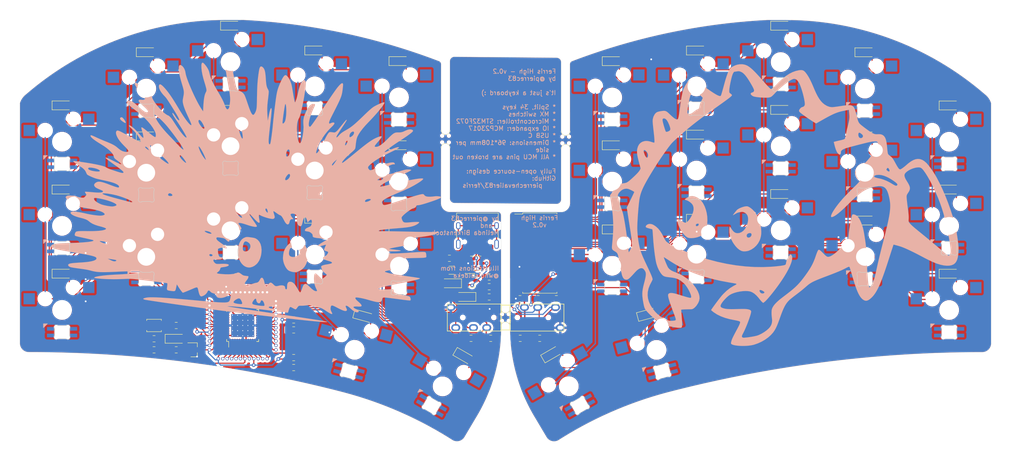
<source format=kicad_pcb>
(kicad_pcb (version 20221018) (generator pcbnew)
  (layers (0 "F.Cu" signal) (31 "B.Cu" signal) (34 "B.Paste" user) (35 "F.Paste" user) (36 "B.SilkS" user "B.Silkscreen") (37 "F.SilkS" user "F.Silkscreen") (38 "B.Mask" user) (39 "F.Mask" user) (44 "Edge.Cuts" user))
  (net 0 "")
  (net 1 "+5V")
  (net 2 "VCC")
  (net 3 "/col4")
  (net 4 "Net-(J1-PadA5)")
  (net 5 "Net-(J1-PadB5)")
  (net 6 "/col0")
  (net 7 "/col8")
  (net 8 "/col5")
  (net 9 "/col2")
  (net 10 "/col1")
  (net 11 "/col3")
  (net 12 "/col6")
  (net 13 "/col7")
  (net 14 "/col9")
  (net 15 "/row0,0")
  (net 16 "/row1,0")
  (net 17 "/row1,1")
  (net 18 "/row0,1")
  (net 19 "/row0,2")
  (net 20 "/row0,3")
  (net 21 "/row1,3")
  (net 22 "/row1,2")
  (net 23 "VDD")
  (net 24 "Net-(D0_0-Pad2)")
  (net 25 "Net-(D0_1-Pad2)")
  (net 26 "Net-(D0_2-Pad2)")
  (net 27 "Net-(D0_3-Pad2)")
  (net 28 "Net-(D0_5-Pad2)")
  (net 29 "Net-(D0_6-Pad2)")
  (net 30 "Net-(D0_7-Pad2)")
  (net 31 "Net-(D0_8-Pad2)")
  (net 32 "Net-(D0_9-Pad2)")
  (net 33 "Net-(D1_0-Pad2)")
  (net 34 "Net-(D1_1-Pad2)")
  (net 35 "Net-(D1_2-Pad2)")
  (net 36 "Net-(D1_3-Pad2)")
  (net 37 "Net-(D1_4-Pad2)")
  (net 38 "Net-(D1_5-Pad2)")
  (net 39 "Net-(D1_6-Pad2)")
  (net 40 "Net-(D1_7-Pad2)")
  (net 41 "Net-(D1_8-Pad2)")
  (net 42 "Net-(D1_9-Pad2)")
  (net 43 "Net-(D2_0-Pad2)")
  (net 44 "Net-(D2_1-Pad2)")
  (net 45 "Net-(D2_2-Pad2)")
  (net 46 "Net-(D2_3-Pad2)")
  (net 47 "Net-(D2_4-Pad2)")
  (net 48 "Net-(D2_5-Pad2)")
  (net 49 "Net-(D2_6-Pad2)")
  (net 50 "Net-(D2_7-Pad2)")
  (net 51 "Net-(D2_8-Pad2)")
  (net 52 "Net-(D2_9-Pad2)")
  (net 53 "Net-(D3_3-Pad2)")
  (net 54 "Net-(D3_4-Pad2)")
  (net 55 "Net-(D3_5-Pad2)")
  (net 56 "Net-(D3_6-Pad2)")
  (net 57 "Net-(D0_4-Pad2)")
  (net 58 "/D-")
  (net 59 "/D+")
  (net 60 "GND")
  (net 61 "+3V3")
  (net 62 "BOOT0")
  (net 63 "NRST")
  (net 64 "Net-(D3-Pad2)")
  (net 65 "Net-(J1-PadS1)")
  (net 66 "i2c_sda")
  (net 67 "i2c_scl")
  (net 68 "i2c_sda_right")
  (net 69 "i2c_scl_right")
  (net 70 "Net-(R6-Pad1)")
  (net 71 "Net-(U1-Pad2)")
  (net 72 "Net-(U1-Pad3)")
  (net 73 "Net-(U1-Pad4)")
  (net 74 "Net-(U1-Pad5)")
  (net 75 "Net-(U1-Pad6)")
  (net 76 "Net-(U1-Pad10)")
  (net 77 "Net-(U1-Pad11)")
  (net 78 "Net-(U1-Pad13)")
  (net 79 "Net-(U1-Pad14)")
  (net 80 "Net-(U1-Pad15)")
  (net 81 "Net-(U1-Pad16)")
  (net 82 "Net-(U1-Pad17)")
  (net 83 "Net-(U1-Pad18)")
  (net 84 "Net-(U1-Pad19)")
  (net 85 "Net-(U1-Pad20)")
  (net 86 "Net-(U1-Pad25)")
  (net 87 "Net-(U1-Pad26)")
  (net 88 "Net-(U1-Pad27)")
  (net 89 "Net-(U1-Pad28)")
  (net 90 "Net-(U1-Pad29)")
  (net 91 "Net-(U1-Pad30)")
  (net 92 "Net-(U1-Pad31)")
  (net 93 "Net-(U1-Pad34)")
  (net 94 "Net-(U1-Pad46)")
  (net 95 "Net-(J1-PadA8)")
  (net 96 "Net-(J1-PadB8)")
  (net 97 "Net-(U2-Pad5)")
  (net 98 "Net-(U2-Pad6)")
  (net 99 "Net-(U2-Pad7)")
  (net 100 "Net-(U2-Pad8)")
  (net 101 "Net-(U2-Pad11)")
  (net 102 "Net-(U2-Pad14)")
  (net 103 "Net-(U2-Pad19)")
  (net 104 "Net-(U2-Pad20)")
  (net 105 "Net-(U2-Pad26)")
  (net 106 "Net-(U2-Pad27)")
  (net 107 "Net-(U2-Pad28)")
  (footprint "Diode_SMD:D_SOD-123" (layer "F.Cu") (at 205.1 21.81)
    (fp_text reference "D0_8" hide)
    (fp_text value "1N4148W" hide)
  )
  (footprint "Diode_SMD:D_SOD-123" (layer "F.Cu") (at 186.1 15.81)
    (fp_text reference "D0_7" hide)
    (fp_text value "1N4148W" hide)
  )
  (footprint "Diode_SMD:D_SOD-123" (layer "F.Cu") (at 167.1 21.41)
    (fp_text reference "D0_6" hide)
    (fp_text value "1N4148W" hide)
  )
  (footprint "Diode_SMD:D_SOD-123" (layer "F.Cu") (at 224.1 33.81)
    (fp_text reference "D0_9" hide)
    (fp_text value "1N4148W" hide)
  )
  (footprint "Diode_SMD:D_SOD-123" (layer "F.Cu") (at 148.1 23.81)
    (fp_text reference "D0_5" hide)
    (fp_text value "1N4148W" hide)
  )
  (footprint "Diode_SMD:D_SOD-123" (layer "F.Cu") (at 148.1 42.81)
    (fp_text reference "D1_5" hide)
    (fp_text value "1N4148W" hide)
  )
  (footprint "Diode_SMD:D_SOD-123" (layer "F.Cu") (at 167.1 40.41)
    (fp_text reference "D1_6" hide)
    (fp_text value "1N4148W" hide)
  )
  (footprint "Diode_SMD:D_SOD-123" (layer "F.Cu") (at 186.1 34.81)
    (fp_text reference "D1_7" hide)
    (fp_text value "1N4148W" hide)
  )
  (footprint "Diode_SMD:D_SOD-123" (layer "F.Cu") (at 205.1 40.81)
    (fp_text reference "D1_8" hide)
    (fp_text value "1N4148W" hide)
  )
  (footprint "Diode_SMD:D_SOD-123" (layer "F.Cu") (at 224.1 52.81)
    (fp_text reference "D1_9" hide)
    (fp_text value "1N4148W" hide)
  )
  (footprint "Diode_SMD:D_SOD-123" (layer "F.Cu") (at 167.1 59.41)
    (fp_text reference "D2_6" hide)
    (fp_text value "1N4148W" hide)
  )
  (footprint "Diode_SMD:D_SOD-123" (layer "F.Cu") (at 224.1 71.81)
    (fp_text reference "D2_9" hide)
    (fp_text value "1N4148W" hide)
  )
  (footprint "Diode_SMD:D_SOD-123" (layer "F.Cu") (at 205.1 59.81)
    (fp_text reference "D2_8" hide)
    (fp_text value "1N4148W" hide)
  )
  (footprint "Diode_SMD:D_SOD-123" (layer "F.Cu") (at 148.1 61.81)
    (fp_text reference "D2_5" hide)
    (fp_text value "1N4148W" hide)
  )
  (footprint "Diode_SMD:D_SOD-123" (layer "F.Cu") (at 186.1 53.81)
    (fp_text reference "D2_7" hide)
    (fp_text value "1N4148W" hide)
  )
  (footprint "Diode_SMD:D_SOD-123" (layer "F.Cu") (at 134.4 89.96 30)
    (fp_text reference "D3_5" hide)
    (fp_text value "1N4148W" hide)
  )
  (footprint "Diode_SMD:D_SOD-123" (layer "F.Cu") (at 156 81.01 15)
    (fp_text reference "D3_6" hide)
    (fp_text value "1N4148W" hide)
  )
  (footprint "kbd:TRRS-PJ-320A" (layer "F.Cu") (at 125.1 81.71 90)
    (fp_text reference "Jack1" hide)
    (fp_text value "PJ-320A" hide)
  )
  (footprint "switches:MX_Hotswap_SK6812MINI-E" (layer "F.Cu") (at 224.1 42.01)
    (fp_text reference "K0_9" hide)
    (fp_text value "KEYSW" hide)
    (fp_line (start -1.699999 5.702842) (end -1.699999 4.297158) (stroke (width 0.1)) (layer "Edge.Cuts"))
    (fp_line (start -0.794452 3.5) (end 0.794452 3.5) (stroke (width 0.1)) (layer "Edge.Cuts"))
    (fp_line (start 0.794452 6.499999) (end -0.794453 6.499999) (stroke (width 0.1)) (layer "Edge.Cuts"))
    (fp_line (start 1.699999 4.297158) (end 1.699999 5.702842) (stroke (width 0.1)) (layer "Edge.Cuts"))
    (fp_arc (start -1.749484 4.08028) (mid -1.712527 4.185932) (end -1.699999 4.297158) (stroke (width 0.1)) (layer "Edge.Cuts"))
    (fp_arc (start -1.749484 4.080281) (mid -1.638072 3.495965) (end -1.046711 3.431701) (stroke (width 0.1)) (layer "Edge.Cuts"))
    (fp_arc (start -1.699999 5.702843) (mid -1.712527 5.814068) (end -1.749484 5.91972) (stroke (width 0.1)) (layer "Edge.Cuts"))
    (fp_arc (start -1.046711 6.568298) (mid -1.63807 6.504034) (end -1.749484 5.91972) (stroke (width 0.1)) (layer "Edge.Cuts"))
    (fp_arc (start -1.046711 6.568298) (mid -0.925123 6.517376) (end -0.794453 6.499999) (stroke (width 0.1)) (layer "Edge.Cuts"))
    (fp_arc (start -0.794452 3.5) (mid -0.925123 3.482623) (end -1.046711 3.431701) (stroke (width 0.1)) (layer "Edge.Cuts"))
    (fp_arc (start 0.794453 6.5) (mid 0.925123 6.517377) (end 1.046711 6.568299) (stroke (width 0.1)) (layer "Edge.Cuts"))
    (fp_arc (start 1.04671 3.431701) (mid 0.925122 3.482623) (end 0.794452 3.5) (stroke (width 0.1)) (layer "Edge.Cuts"))
    (fp_arc (start 1.046711 3.431703) (mid 1.63807 3.495965) (end 1.749484 4.08028) (stroke (width 0.1)) (layer "Edge.Cuts"))
    (fp_arc (start 1.699999 4.297157) (mid 1.712527 4.185931) (end 1.749484 4.08028) (stroke (width 0.1)) (layer "Edge.Cuts"))
    (fp_arc (start 1.749484 5.91972) (mid 1.638072 6.504037) (end 1.046711 6.568299) (stroke (width 0.1)) (layer "Edge.Cuts"))
    (fp_arc (start 1.749484 5.91972) (mid 1.712518 5.81407) (end 1.699999 5.702842) (stroke (width 0.1)) (layer "Edge.Cuts"))
  )
  (footprint "switches:MX_Hotswap_SK6812MINI-E" (layer "F.Cu") (at 205.1 30.01)
    (fp_text reference "K0_8" hide)
    (fp_text value "KEYSW" hide)
    (fp_line (start -1.699999 5.702842) (end -1.699999 4.297158) (stroke (width 0.1)) (layer "Edge.Cuts"))
    (fp_line (start -0.794452 3.5) (end 0.794452 3.5) (stroke (width 0.1)) (layer "Edge.Cuts"))
    (fp_line (start 0.794452 6.499999) (end -0.794453 6.499999) (stroke (width 0.1)) (layer "Edge.Cuts"))
    (fp_line (start 1.699999 4.297158) (end 1.699999 5.702842) (stroke (width 0.1)) (layer "Edge.Cuts"))
    (fp_arc (start -1.749484 4.08028) (mid -1.712527 4.185932) (end -1.699999 4.297158) (stroke (width 0.1)) (layer "Edge.Cuts"))
    (fp_arc (start -1.749484 4.080281) (mid -1.638072 3.495965) (end -1.046711 3.431701) (stroke (width 0.1)) (layer "Edge.Cuts"))
    (fp_arc (start -1.699999 5.702843) (mid -1.712527 5.814068) (end -1.749484 5.91972) (stroke (width 0.1)) (layer "Edge.Cuts"))
    (fp_arc (start -1.046711 6.568298) (mid -1.63807 6.504034) (end -1.749484 5.91972) (stroke (width 0.1)) (layer "Edge.Cuts"))
    (fp_arc (start -1.046711 6.568298) (mid -0.925123 6.517376) (end -0.794453 6.499999) (stroke (width 0.1)) (layer "Edge.Cuts"))
    (fp_arc (start -0.794452 3.5) (mid -0.925123 3.482623) (end -1.046711 3.431701) (stroke (width 0.1)) (layer "Edge.Cuts"))
    (fp_arc (start 0.794453 6.5) (mid 0.925123 6.517377) (end 1.046711 6.568299) (stroke (width 0.1)) (layer "Edge.Cuts"))
    (fp_arc (start 1.04671 3.431701) (mid 0.925122 3.482623) (end 0.794452 3.5) (stroke (width 0.1)) (layer "Edge.Cuts"))
    (fp_arc (start 1.046711 3.431703) (mid 1.63807 3.495965) (end 1.749484 4.08028) (stroke (width 0.1)) (layer "Edge.Cuts"))
    (fp_arc (start 1.699999 4.297157) (mid 1.712527 4.185931) (end 1.749484 4.08028) (stroke (width 0.1)) (layer "Edge.Cuts"))
    (fp_arc (start 1.749484 5.91972) (mid 1.638072 6.504037) (end 1.046711 6.568299) (stroke (width 0.1)) (layer "Edge.Cuts"))
    (fp_arc (start 1.749484 5.91972) (mid 1.712518 5.81407) (end 1.699999 5.702842) (stroke (width 0.1)) (layer "Edge.Cuts"))
  )
  (footprint "switches:MX_Hotswap_SK6812MINI-E" (layer "F.Cu") (at 148.1 32.01)
    (fp_text reference "K0_5" hide)
    (fp_text value "KEYSW" hide)
    (fp_line (start -1.699999 5.702842) (end -1.699999 4.297158) (stroke (width 0.1)) (layer "Edge.Cuts"))
    (fp_line (start -0.794452 3.5) (end 0.794452 3.5) (stroke (width 0.1)) (layer "Edge.Cuts"))
    (fp_line (start 0.794452 6.499999) (end -0.794453 6.499999) (stroke (width 0.1)) (layer "Edge.Cuts"))
    (fp_line (start 1.699999 4.297158) (end 1.699999 5.702842) (stroke (width 0.1)) (layer "Edge.Cuts"))
    (fp_arc (start -1.749484 4.08028) (mid -1.712527 4.185932) (end -1.699999 4.297158) (stroke (width 0.1)) (layer "Edge.Cuts"))
    (fp_arc (start -1.749484 4.080281) (mid -1.638072 3.495965) (end -1.046711 3.431701) (stroke (width 0.1)) (layer "Edge.Cuts"))
    (fp_arc (start -1.699999 5.702843) (mid -1.712527 5.814068) (end -1.749484 5.91972) (stroke (width 0.1)) (layer "Edge.Cuts"))
    (fp_arc (start -1.046711 6.568298) (mid -1.63807 6.504034) (end -1.749484 5.91972) (stroke (width 0.1)) (layer "Edge.Cuts"))
    (fp_arc (start -1.046711 6.568298) (mid -0.925123 6.517376) (end -0.794453 6.499999) (stroke (width 0.1)) (layer "Edge.Cuts"))
    (fp_arc (start -0.794452 3.5) (mid -0.925123 3.482623) (end -1.046711 3.431701) (stroke (width 0.1)) (layer "Edge.Cuts"))
    (fp_arc (start 0.794453 6.5) (mid 0.925123 6.517377) (end 1.046711 6.568299) (stroke (width 0.1)) (layer "Edge.Cuts"))
    (fp_arc (start 1.04671 3.431701) (mid 0.925122 3.482623) (end 0.794452 3.5) (stroke (width 0.1)) (layer "Edge.Cuts"))
    (fp_arc (start 1.046711 3.431703) (mid 1.63807 3.495965) (end 1.749484 4.08028) (stroke (width 0.1)) (layer "Edge.Cuts"))
    (fp_arc (start 1.699999 4.297157) (mid 1.712527 4.185931) (end 1.749484 4.08028) (stroke (width 0.1)) (layer "Edge.Cuts"))
    (fp_arc (start 1.749484 5.91972) (mid 1.638072 6.504037) (end 1.046711 6.568299) (stroke (width 0.1)) (layer "Edge.Cuts"))
    (fp_arc (start 1.749484 5.91972) (mid 1.712518 5.81407) (end 1.699999 5.702842) (stroke (width 0.1)) (layer "Edge.Cuts"))
  )
  (footprint "switches:MX_Hotswap_SK6812MINI-E" (layer "F.Cu") (at 167.1 29.51)
    (fp_text reference "K0_6" hide)
    (fp_text value "KEYSW" hide)
    (fp_line (start -1.699999 5.702842) (end -1.699999 4.297158) (stroke (width 0.1)) (layer "Edge.Cuts"))
    (fp_line (start -0.794452 3.5) (end 0.794452 3.5) (stroke (width 0.1)) (layer "Edge.Cuts"))
    (fp_line (start 0.794452 6.499999) (end -0.794453 6.499999) (stroke (width 0.1)) (layer "Edge.Cuts"))
    (fp_line (start 1.699999 4.297158) (end 1.699999 5.702842) (stroke (width 0.1)) (layer "Edge.Cuts"))
    (fp_arc (start -1.749484 4.08028) (mid -1.712527 4.185932) (end -1.699999 4.297158) (stroke (width 0.1)) (layer "Edge.Cuts"))
    (fp_arc (start -1.749484 4.080281) (mid -1.638072 3.495965) (end -1.046711 3.431701) (stroke (width 0.1)) (layer "Edge.Cuts"))
    (fp_arc (start -1.699999 5.702843) (mid -1.712527 5.814068) (end -1.749484 5.91972) (stroke (width 0.1)) (layer "Edge.Cuts"))
    (fp_arc (start -1.046711 6.568298) (mid -1.63807 6.504034) (end -1.749484 5.91972) (stroke (width 0.1)) (layer "Edge.Cuts"))
    (fp_arc (start -1.046711 6.568298) (mid -0.925123 6.517376) (end -0.794453 6.499999) (stroke (width 0.1)) (layer "Edge.Cuts"))
    (fp_arc (start -0.794452 3.5) (mid -0.925123 3.482623) (end -1.046711 3.431701) (stroke (width 0.1)) (layer "Edge.Cuts"))
    (fp_arc (start 0.794453 6.5) (mid 0.925123 6.517377) (end 1.046711 6.568299) (stroke (width 0.1)) (layer "Edge.Cuts"))
    (fp_arc (start 1.04671 3.431701) (mid 0.925122 3.482623) (end 0.794452 3.5) (stroke (width 0.1)) (layer "Edge.Cuts"))
    (fp_arc (start 1.046711 3.431703) (mid 1.63807 3.495965) (end 1.749484 4.08028) (stroke (width 0.1)) (layer "Edge.Cuts"))
    (fp_arc (start 1.699999 4.297157) (mid 1.712527 4.185931) (end 1.749484 4.08028) (stroke (width 0.1)) (layer "Edge.Cuts"))
    (fp_arc (start 1.749484 5.91972) (mid 1.638072 6.504037) (end 1.046711 6.568299) (stroke (width 0.1)) (layer "Edge.Cuts"))
    (fp_arc (start 1.749484 5.91972) (mid 1.712518 5.81407) (end 1.699999 5.702842) (stroke (width 0.1)) (layer "Edge.Cuts"))
  )
  (footprint "switches:MX_Hotswap_SK6812MINI-E" (layer "F.Cu") (at 186.1 24.01)
    (fp_text reference "K0_7" hide)
    (fp_text value "KEYSW" hide)
    (fp_line (start -1.699999 5.702842) (end -1.699999 4.297158) (stroke (width 0.1)) (layer "Edge.Cuts"))
    (fp_line (start -0.794452 3.5) (end 0.794452 3.5) (stroke (width 0.1)) (layer "Edge.Cuts"))
    (fp_line (start 0.794452 6.499999) (end -0.794453 6.499999) (stroke (width 0.1)) (layer "Edge.Cuts"))
    (fp_line (start 1.699999 4.297158) (end 1.699999 5.702842) (stroke (width 0.1)) (layer "Edge.Cuts"))
    (fp_arc (start -1.749484 4.08028) (mid -1.712527 4.185932) (end -1.699999 4.297158) (stroke (width 0.1)) (layer "Edge.Cuts"))
    (fp_arc (start -1.749484 4.080281) (mid -1.638072 3.495965) (end -1.046711 3.431701) (stroke (width 0.1)) (layer "Edge.Cuts"))
    (fp_arc (start -1.699999 5.702843) (mid -1.712527 5.814068) (end -1.749484 5.91972) (stroke (width 0.1)) (layer "Edge.Cuts"))
    (fp_arc (start -1.046711 6.568298) (mid -1.63807 6.504034) (end -1.749484 5.91972) (stroke (width 0.1)) (layer "Edge.Cuts"))
    (fp_arc (start -1.046711 6.568298) (mid -0.925123 6.517376) (end -0.794453 6.499999) (stroke (width 0.1)) (layer "Edge.Cuts"))
    (fp_arc (start -0.794452 3.5) (mid -0.925123 3.482623) (end -1.046711 3.431701) (stroke (width 0.1)) (layer "Edge.Cuts"))
    (fp_arc (start 0.794453 6.5) (mid 0.925123 6.517377) (end 1.046711 6.568299) (stroke (width 0.1)) (layer "Edge.Cuts"))
    (fp_arc (start 1.04671 3.431701) (mid 0.925122 3.482623) (end 0.794452 3.5) (stroke (width 0.1)) (layer "Edge.Cuts"))
    (fp_arc (start 1.046711 3.431703) (mid 1.63807 3.495965) (end 1.749484 4.08028) (stroke (width 0.1)) (layer "Edge.Cuts"))
    (fp_arc (start 1.699999 4.297157) (mid 1.712527 4.185931) (end 1.749484 4.08028) (stroke (width 0.1)) (layer "Edge.Cuts"))
    (fp_arc (start 1.749484 5.91972) (mid 1.638072 6.504037) (end 1.046711 6.568299) (stroke (width 0.1)) (layer "Edge.Cuts"))
    (fp_arc (start 1.749484 5.91972) (mid 1.712518 5.81407) (end 1.699999 5.702842) (stroke (width 0.1)) (layer "Edge.Cuts"))
  )
  (footprint "switches:MX_Hotswap_SK6812MINI-E" (layer "F.Cu") (at 224.1 61.01)
    (fp_text reference "K1_9" hide)
    (fp_text value "KEYSW" hide)
    (fp_line (start -1.699999 5.702842) (end -1.699999 4.297158) (stroke (width 0.1)) (layer "Edge.Cuts"))
    (fp_line (start -0.794452 3.5) (end 0.794452 3.5) (stroke (width 0.1)) (layer "Edge.Cuts"))
    (fp_line (start 0.794452 6.499999) (end -0.794453 6.499999) (stroke (width 0.1)) (layer "Edge.Cuts"))
    (fp_line (start 1.699999 4.297158) (end 1.699999 5.702842) (stroke (width 0.1)) (layer "Edge.Cuts"))
    (fp_arc (start -1.749484 4.08028) (mid -1.712527 4.185932) (end -1.699999 4.297158) (stroke (width 0.1)) (layer "Edge.Cuts"))
    (fp_arc (start -1.749484 4.080281) (mid -1.638072 3.495965) (end -1.046711 3.431701) (stroke (width 0.1)) (layer "Edge.Cuts"))
    (fp_arc (start -1.699999 5.702843) (mid -1.712527 5.814068) (end -1.749484 5.91972) (stroke (width 0.1)) (layer "Edge.Cuts"))
    (fp_arc (start -1.046711 6.568298) (mid -1.63807 6.504034) (end -1.749484 5.91972) (stroke (width 0.1)) (layer "Edge.Cuts"))
    (fp_arc (start -1.046711 6.568298) (mid -0.925123 6.517376) (end -0.794453 6.499999) (stroke (width 0.1)) (layer "Edge.Cuts"))
    (fp_arc (start -0.794452 3.5) (mid -0.925123 3.482623) (end -1.046711 3.431701) (stroke (width 0.1)) (layer "Edge.Cuts"))
    (fp_arc (start 0.794453 6.5) (mid 0.925123 6.517377) (end 1.046711 6.568299) (stroke (width 0.1)) (layer "Edge.Cuts"))
    (fp_arc (start 1.04671 3.431701) (mid 0.925122 3.482623) (end 0.794452 3.5) (stroke (width 0.1)) (layer "Edge.Cuts"))
    (fp_arc (start 1.046711 3.431703) (mid 1.63807 3.495965) (end 1.749484 4.08028) (stroke (width 0.1)) (layer "Edge.Cuts"))
    (fp_arc (start 1.699999 4.297157) (mid 1.712527 4.185931) (end 1.749484 4.08028) (stroke (width 0.1)) (layer "Edge.Cuts"))
    (fp_arc (start 1.749484 5.91972) (mid 1.638072 6.504037) (end 1.046711 6.568299) (stroke (width 0.1)) (layer "Edge.Cuts"))
    (fp_arc (start 1.749484 5.91972) (mid 1.712518 5.81407) (end 1.699999 5.702842) (stroke (width 0.1)) (layer "Edge.Cuts"))
  )
  (footprint "switches:MX_Hotswap_SK6812MINI-E" (layer "F.Cu") (at 205.1 49.01)
    (fp_text reference "K1_8" hide)
    (fp_text value "KEYSW" hide)
    (fp_line (start -1.699999 5.702842) (end -1.699999 4.297158) (stroke (width 0.1)) (layer "Edge.Cuts"))
    (fp_line (start -0.794452 3.5) (end 0.794452 3.5) (stroke (width 0.1)) (layer "Edge.Cuts"))
    (fp_line (start 0.794452 6.499999) (end -0.794453 6.499999) (stroke (width 0.1)) (layer "Edge.Cuts"))
    (fp_line (start 1.699999 4.297158) (end 1.699999 5.702842) (stroke (width 0.1)) (layer "Edge.Cuts"))
    (fp_arc (start -1.749484 4.08028) (mid -1.712527 4.185932) (end -1.699999 4.297158) (stroke (width 0.1)) (layer "Edge.Cuts"))
    (fp_arc (start -1.749484 4.080281) (mid -1.638072 3.495965) (end -1.046711 3.431701) (stroke (width 0.1)) (layer "Edge.Cuts"))
    (fp_arc (start -1.699999 5.702843) (mid -1.712527 5.814068) (end -1.749484 5.91972) (stroke (width 0.1)) (layer "Edge.Cuts"))
    (fp_arc (start -1.046711 6.568298) (mid -1.63807 6.504034) (end -1.749484 5.91972) (stroke (width 0.1)) (layer "Edge.Cuts"))
    (fp_arc (start -1.046711 6.568298) (mid -0.925123 6.517376) (end -0.794453 6.499999) (stroke (width 0.1)) (layer "Edge.Cuts"))
    (fp_arc (start -0.794452 3.5) (mid -0.925123 3.482623) (end -1.046711 3.431701) (stroke (width 0.1)) (layer "Edge.Cuts"))
    (fp_arc (start 0.794453 6.5) (mid 0.925123 6.517377) (end 1.046711 6.568299) (stroke (width 0.1)) (layer "Edge.Cuts"))
    (fp_arc (start 1.04671 3.431701) (mid 0.925122 3.482623) (end 0.794452 3.5) (stroke (width 0.1)) (layer "Edge.Cuts"))
    (fp_arc (start 1.046711 3.431703) (mid 1.63807 3.495965) (end 1.749484 4.08028) (stroke (width 0.1)) (layer "Edge.Cuts"))
    (fp_arc (start 1.699999 4.297157) (mid 1.712527 4.185931) (end 1.749484 4.08028) (stroke (width 0.1)) (layer "Edge.Cuts"))
    (fp_arc (start 1.749484 5.91972) (mid 1.638072 6.504037) (end 1.046711 6.568299) (stroke (width 0.1)) (layer "Edge.Cuts"))
    (fp_arc (start 1.749484 5.91972) (mid 1.712518 5.81407) (end 1.699999 5.702842) (stroke (width 0.1)) (layer "Edge.Cuts"))
  )
  (footprint "switches:MX_Hotswap_SK6812MINI-E" (layer "F.Cu") (at 186.1 43.01)
    (fp_text reference "K1_7" hide)
    (fp_text value "KEYSW" hide)
    (fp_line (start -1.699999 5.702842) (end -1.699999 4.297158) (stroke (width 0.1)) (layer "Edge.Cuts"))
    (fp_line (start -0.794452 3.5) (end 0.794452 3.5) (stroke (width 0.1)) (layer "Edge.Cuts"))
    (fp_line (start 0.794452 6.499999) (end -0.794453 6.499999) (stroke (width 0.1)) (layer "Edge.Cuts"))
    (fp_line (start 1.699999 4.297158) (end 1.699999 5.702842) (stroke (width 0.1)) (layer "Edge.Cuts"))
    (fp_arc (start -1.749484 4.08028) (mid -1.712527 4.185932) (end -1.699999 4.297158) (stroke (width 0.1)) (layer "Edge.Cuts"))
    (fp_arc (start -1.749484 4.080281) (mid -1.638072 3.495965) (end -1.046711 3.431701) (stroke (width 0.1)) (layer "Edge.Cuts"))
    (fp_arc (start -1.699999 5.702843) (mid -1.712527 5.814068) (end -1.749484 5.91972) (stroke (width 0.1)) (layer "Edge.Cuts"))
    (fp_arc (start -1.046711 6.568298) (mid -1.63807 6.504034) (end -1.749484 5.91972) (stroke (width 0.1)) (layer "Edge.Cuts"))
    (fp_arc (start -1.046711 6.568298) (mid -0.925123 6.517376) (end -0.794453 6.499999) (stroke (width 0.1)) (layer "Edge.Cuts"))
    (fp_arc (start -0.794452 3.5) (mid -0.925123 3.482623) (end -1.046711 3.431701) (stroke (width 0.1)) (layer "Edge.Cuts"))
    (fp_arc (start 0.794453 6.5) (mid 0.925123 6.517377) (end 1.046711 6.568299) (stroke (width 0.1)) (layer "Edge.Cuts"))
    (fp_arc (start 1.04671 3.431701) (mid 0.925122 3.482623) (end 0.794452 3.5) (stroke (width 0.1)) (layer "Edge.Cuts"))
    (fp_arc (start 1.046711 3.431703) (mid 1.63807 3.495965) (end 1.749484 4.08028) (stroke (width 0.1)) (layer "Edge.Cuts"))
    (fp_arc (start 1.699999 4.297157) (mid 1.712527 4.185931) (end 1.749484 4.08028) (stroke (width 0.1)) (layer "Edge.Cuts"))
    (fp_arc (start 1.749484 5.91972) (mid 1.638072 6.504037) (end 1.046711 6.568299) (stroke (width 0.1)) (layer "Edge.Cuts"))
    (fp_arc (start 1.749484 5.91972) (mid 1.712518 5.81407) (end 1.699999 5.702842) (stroke (width 0.1)) (layer "Edge.Cuts"))
  )
  (footprint "switches:MX_Hotswap_SK6812MINI-E" (layer "F.Cu") (at 167.1 48.51)
    (fp_text reference "K1_6" hide)
    (fp_text value "KEYSW" hide)
    (fp_line (start -1.699999 5.702842) (end -1.699999 4.297158) (stroke (width 0.1)) (layer "Edge.Cuts"))
    (fp_line (start -0.794452 3.5) (end 0.794452 3.5) (stroke (width 0.1)) (layer "Edge.Cuts"))
    (fp_line (start 0.794452 6.499999) (end -0.794453 6.499999) (stroke (width 0.1)) (layer "Edge.Cuts"))
    (fp_line (start 1.699999 4.297158) (end 1.699999 5.702842) (stroke (width 0.1)) (layer "Edge.Cuts"))
    (fp_arc (start -1.749484 4.08028) (mid -1.712527 4.185932) (end -1.699999 4.297158) (stroke (width 0.1)) (layer "Edge.Cuts"))
    (fp_arc (start -1.749484 4.080281) (mid -1.638072 3.495965) (end -1.046711 3.431701) (stroke (width 0.1)) (layer "Edge.Cuts"))
    (fp_arc (start -1.699999 5.702843) (mid -1.712527 5.814068) (end -1.749484 5.91972) (stroke (width 0.1)) (layer "Edge.Cuts"))
    (fp_arc (start -1.046711 6.568298) (mid -1.63807 6.504034) (end -1.749484 5.91972) (stroke (width 0.1)) (layer "Edge.Cuts"))
    (fp_arc (start -1.046711 6.568298) (mid -0.925123 6.517376) (end -0.794453 6.499999) (stroke (width 0.1)) (layer "Edge.Cuts"))
    (fp_arc (start -0.794452 3.5) (mid -0.925123 3.482623) (end -1.046711 3.431701) (stroke (width 0.1)) (layer "Edge.Cuts"))
    (fp_arc (start 0.794453 6.5) (mid 0.925123 6.517377) (end 1.046711 6.568299) (stroke (width 0.1)) (layer "Edge.Cuts"))
    (fp_arc (start 1.04671 3.431701) (mid 0.925122 3.482623) (end 0.794452 3.5) (stroke (width 0.1)) (layer "Edge.Cuts"))
    (fp_arc (start 1.046711 3.431703) (mid 1.63807 3.495965) (end 1.749484 4.08028) (stroke (width 0.1)) (layer "Edge.Cuts"))
    (fp_arc (start 1.699999 4.297157) (mid 1.712527 4.185931) (end 1.749484 4.08028) (stroke (width 0.1)) (layer "Edge.Cuts"))
    (fp_arc (start 1.749484 5.91972) (mid 1.638072 6.504037) (end 1.046711 6.568299) (stroke (width 0.1)) (layer "Edge.Cuts"))
    (fp_arc (start 1.749484 5.91972) (mid 1.712518 5.81407) (end 1.699999 5.702842) (stroke (width 0.1)) (layer "Edge.Cuts"))
  )
  (footprint "switches:MX_Hotswap_SK6812MINI-E" (layer "F.Cu") (at 148.1 51.01)
    (fp_text reference "K1_5" hide)
    (fp_text value "KEYSW" hide)
    (fp_line (start -1.699999 5.702842) (end -1.699999 4.297158) (stroke (width 0.1)) (layer "Edge.Cuts"))
    (fp_line (start -0.794452 3.5) (end 0.794452 3.5) (stroke (width 0.1)) (layer "Edge.Cuts"))
    (fp_line (start 0.794452 6.499999) (end -0.794453 6.499999) (stroke (width 0.1)) (layer "Edge.Cuts"))
    (fp_line (start 1.699999 4.297158) (end 1.699999 5.702842) (stroke (width 0.1)) (layer "Edge.Cuts"))
    (fp_arc (start -1.749484 4.08028) (mid -1.712527 4.185932) (end -1.699999 4.297158) (stroke (width 0.1)) (layer "Edge.Cuts"))
    (fp_arc (start -1.749484 4.080281) (mid -1.638072 3.495965) (end -1.046711 3.431701) (stroke (width 0.1)) (layer "Edge.Cuts"))
    (fp_arc (start -1.699999 5.702843) (mid -1.712527 5.814068) (end -1.749484 5.91972) (stroke (width 0.1)) (layer "Edge.Cuts"))
    (fp_arc (start -1.046711 6.568298) (mid -1.63807 6.504034) (end -1.749484 5.91972) (stroke (width 0.1)) (layer "Edge.Cuts"))
    (fp_arc (start -1.046711 6.568298) (mid -0.925123 6.517376) (end -0.794453 6.499999) (stroke (width 0.1)) (layer "Edge.Cuts"))
    (fp_arc (start -0.794452 3.5) (mid -0.925123 3.482623) (end -1.046711 3.431701) (stroke (width 0.1)) (layer "Edge.Cuts"))
    (fp_arc (start 0.794453 6.5) (mid 0.925123 6.517377) (end 1.046711 6.568299) (stroke (width 0.1)) (layer "Edge.Cuts"))
    (fp_arc (start 1.04671 3.431701) (mid 0.925122 3.482623) (end 0.794452 3.5) (stroke (width 0.1)) (layer "Edge.Cuts"))
    (fp_arc (start 1.046711 3.431703) (mid 1.63807 3.495965) (end 1.749484 4.08028) (stroke (width 0.1)) (layer "Edge.Cuts"))
    (fp_arc (start 1.699999 4.297157) (mid 1.712527 4.185931) (end 1.749484 4.08028) (stroke (width 0.1)) (layer "Edge.Cuts"))
    (fp_arc (start 1.749484 5.91972) (mid 1.638072 6.504037) (end 1.046711 6.568299) (stroke (width 0.1)) (layer "Edge.Cuts"))
    (fp_arc (start 1.749484 5.91972) (mid 1.712518 5.81407) (end 1.699999 5.702842) (stroke (width 0.1)) (layer "Edge.Cuts"))
  )
  (footprint "switches:MX_Hotswap_SK6812MINI-E" (layer "F.Cu") (at 148.1 70.01)
    (fp_text reference "K2_5" hide)
    (fp_text value "KEYSW" hide)
    (fp_line (start -1.699999 5.702842) (end -1.699999 4.297158) (stroke (width 0.1)) (layer "Edge.Cuts"))
    (fp_line (start -0.794452 3.5) (end 0.794452 3.5) (stroke (width 0.1)) (layer "Edge.Cuts"))
    (fp_line (start 0.794452 6.499999) (end -0.794453 6.499999) (stroke (width 0.1)) (layer "Edge.Cuts"))
    (fp_line (start 1.699999 4.297158) (end 1.699999 5.702842) (stroke (width 0.1)) (layer "Edge.Cuts"))
    (fp_arc (start -1.749484 4.08028) (mid -1.712527 4.185932) (end -1.699999 4.297158) (stroke (width 0.1)) (layer "Edge.Cuts"))
    (fp_arc (start -1.749484 4.080281) (mid -1.638072 3.495965) (end -1.046711 3.431701) (stroke (width 0.1)) (layer "Edge.Cuts"))
    (fp_arc (start -1.699999 5.702843) (mid -1.712527 5.814068) (end -1.749484 5.91972) (stroke (width 0.1)) (layer "Edge.Cuts"))
    (fp_arc (start -1.046711 6.568298) (mid -1.63807 6.504034) (end -1.749484 5.91972) (stroke (width 0.1)) (layer "Edge.Cuts"))
    (fp_arc (start -1.046711 6.568298) (mid -0.925123 6.517376) (end -0.794453 6.499999) (stroke (width 0.1)) (layer "Edge.Cuts"))
    (fp_arc (start -0.794452 3.5) (mid -0.925123 3.482623) (end -1.046711 3.431701) (stroke (width 0.1)) (layer "Edge.Cuts"))
    (fp_arc (start 0.794453 6.5) (mid 0.925123 6.517377) (end 1.046711 6.568299) (stroke (width 0.1)) (layer "Edge.Cuts"))
    (fp_arc (start 1.04671 3.431701) (mid 0.925122 3.482623) (end 0.794452 3.5) (stroke (width 0.1)) (layer "Edge.Cuts"))
    (fp_arc (start 1.046711 3.431703) (mid 1.63807 3.495965) (end 1.749484 4.08028) (stroke (width 0.1)) (layer "Edge.Cuts"))
    (fp_arc (start 1.699999 4.297157) (mid 1.712527 4.185931) (end 1.749484 4.08028) (stroke (width 0.1)) (layer "Edge.Cuts"))
    (fp_arc (start 1.749484 5.91972) (mid 1.638072 6.504037) (end 1.046711 6.568299) (stroke (width 0.1)) (layer "Edge.Cuts"))
    (fp_arc (start 1.749484 5.91972) (mid 1.712518 5.81407) (end 1.699999 5.702842) (stroke (width 0.1)) (layer "Edge.Cuts"))
  )
  (footprint "switches:MX_Hotswap_SK6812MINI-E" (layer "F.Cu") (at 167.1 67.51)
    (fp_text reference "K2_6" hide)
    (fp_text value "KEYSW" hide)
    (fp_line (start -1.699999 5.702842) (end -1.699999 4.297158) (stroke (width 0.1)) (layer "Edge.Cuts"))
    (fp_line (start -0.794452 3.5) (end 0.794452 3.5) (stroke (width 0.1)) (layer "Edge.Cuts"))
    (fp_line (start 0.794452 6.499999) (end -0.794453 6.499999) (stroke (width 0.1)) (layer "Edge.Cuts"))
    (fp_line (start 1.699999 4.297158) (end 1.699999 5.702842) (stroke (width 0.1)) (layer "Edge.Cuts"))
    (fp_arc (start -1.749484 4.08028) (mid -1.712527 4.185932) (end -1.699999 4.297158) (stroke (width 0.1)) (layer "Edge.Cuts"))
    (fp_arc (start -1.749484 4.080281) (mid -1.638072 3.495965) (end -1.046711 3.431701) (stroke (width 0.1)) (layer "Edge.Cuts"))
    (fp_arc (start -1.699999 5.702843) (mid -1.712527 5.814068) (end -1.749484 5.91972) (stroke (width 0.1)) (layer "Edge.Cuts"))
    (fp_arc (start -1.046711 6.568298) (mid -1.63807 6.504034) (end -1.749484 5.91972) (stroke (width 0.1)) (layer "Edge.Cuts"))
    (fp_arc (start -1.046711 6.568298) (mid -0.925123 6.517376) (end -0.794453 6.499999) (stroke (width 0.1)) (layer "Edge.Cuts"))
    (fp_arc (start -0.794452 3.5) (mid -0.925123 3.482623) (end -1.046711 3.431701) (stroke (width 0.1)) (layer "Edge.Cuts"))
    (fp_arc (start 0.794453 6.5) (mid 0.925123 6.517377) (end 1.046711 6.568299) (stroke (width 0.1)) (layer "Edge.Cuts"))
    (fp_arc (start 1.04671 3.431701) (mid 0.925122 3.482623) (end 0.794452 3.5) (stroke (width 0.1)) (layer "Edge.Cuts"))
    (fp_arc (start 1.046711 3.431703) (mid 1.63807 3.495965) (end 1.749484 4.08028) (stroke (width 0.1)) (layer "Edge.Cuts"))
    (fp_arc (start 1.699999 4.297157) (mid 1.712527 4.185931) (end 1.749484 4.08028) (stroke (width 0.1)) (layer "Edge.Cuts"))
    (fp_arc (start 1.749484 5.91972) (mid 1.638072 6.504037) (end 1.046711 6.568299) (stroke (width 0.1)) (layer "Edge.Cuts"))
    (fp_arc (start 1.749484 5.91972) (mid 1.712518 5.81407) (end 1.699999 5.702842) (stroke (width 0.1)) (layer "Edge.Cuts"))
  )
  (footprint "switches:MX_Hotswap_SK6812MINI-E" (layer "F.Cu") (at 186.1 62.01)
    (fp_text reference "K2_7" hide)
    (fp_text value "KEYSW" hide)
    (fp_line (start -1.699999 5.702842) (end -1.699999 4.297158) (stroke (width 0.1)) (layer "Edge.Cuts"))
    (fp_line (start -0.794452 3.5) (end 0.794452 3.5) (stroke (width 0.1)) (layer "Edge.Cuts"))
    (fp_line (start 0.794452 6.499999) (end -0.794453 6.499999) (stroke (width 0.1)) (layer "Edge.Cuts"))
    (fp_line (start 1.699999 4.297158) (end 1.699999 5.702842) (stroke (width 0.1)) (layer "Edge.Cuts"))
    (fp_arc (start -1.749484 4.08028) (mid -1.712527 4.185932) (end -1.699999 4.297158) (stroke (width 0.1)) (layer "Edge.Cuts"))
    (fp_arc (start -1.749484 4.080281) (mid -1.638072 3.495965) (end -1.046711 3.431701) (stroke (width 0.1)) (layer "Edge.Cuts"))
    (fp_arc (start -1.699999 5.702843) (mid -1.712527 5.814068) (end -1.749484 5.91972) (stroke (width 0.1)) (layer "Edge.Cuts"))
    (fp_arc (start -1.046711 6.568298) (mid -1.63807 6.504034) (end -1.749484 5.91972) (stroke (width 0.1)) (layer "Edge.Cuts"))
    (fp_arc (start -1.046711 6.568298) (mid -0.925123 6.517376) (end -0.794453 6.499999) (stroke (width 0.1)) (layer "Edge.Cuts"))
    (fp_arc (start -0.794452 3.5) (mid -0.925123 3.482623) (end -1.046711 3.431701) (stroke (width 0.1)) (layer "Edge.Cuts"))
    (fp_arc (start 0.794453 6.5) (mid 0.925123 6.517377) (end 1.046711 6.568299) (stroke (width 0.1)) (layer "Edge.Cuts"))
    (fp_arc (start 1.04671 3.431701) (mid 0.925122 3.482623) (end 0.794452 3.5) (stroke (width 0.1)) (layer "Edge.Cuts"))
    (fp_arc (start 1.046711 3.431703) (mid 1.63807 3.495965) (end 1.749484 4.08028) (stroke (width 0.1)) (layer "Edge.Cuts"))
    (fp_arc (start 1.699999 4.297157) (mid 1.712527 4.185931) (end 1.749484 4.08028) (stroke (width 0.1)) (layer "Edge.Cuts"))
    (fp_arc (start 1.749484 5.91972) (mid 1.638072 6.504037) (end 1.046711 6.568299) (stroke (width 0.1)) (layer "Edge.Cuts"))
    (fp_arc (start 1.749484 5.91972) (mid 1.712518 5.81407) (end 1.699999 5.702842) (stroke (width 0.1)) (layer "Edge.Cuts"))
  )
  (footprint "switches:MX_Hotswap_SK6812MINI-E" (layer "F.Cu") (at 205.1 68.01)
    (fp_text reference "K2_8" hide)
    (fp_text value "KEYSW" hide)
    (fp_line (start -1.699999 5.702842) (end -1.699999 4.297158) (stroke (width 0.1)) (layer "Edge.Cuts"))
    (fp_line (start -0.794452 3.5) (end 0.794452 3.5) (stroke (width 0.1)) (layer "Edge.Cuts"))
    (fp_line (start 0.794452 6.499999) (end -0.794453 6.499999) (stroke (width 0.1)) (layer "Edge.Cuts"))
    (fp_line (start 1.699999 4.297158) (end 1.699999 5.702842) (stroke (width 0.1)) (layer "Edge.Cuts"))
    (fp_arc (start -1.749484 4.08028) (mid -1.712527 4.185932) (end -1.699999 4.297158) (stroke (width 0.1)) (layer "Edge.Cuts"))
    (fp_arc (start -1.749484 4.080281) (mid -1.638072 3.495965) (end -1.046711 3.431701) (stroke (width 0.1)) (layer "Edge.Cuts"))
    (fp_arc (start -1.699999 5.702843) (mid -1.712527 5.814068) (end -1.749484 5.91972) (stroke (width 0.1)) (layer "Edge.Cuts"))
    (fp_arc (start -1.046711 6.568298) (mid -1.63807 6.504034) (end -1.749484 5.91972) (stroke (width 0.1)) (layer "Edge.Cuts"))
    (fp_arc (start -1.046711 6.568298) (mid -0.925123 6.517376) (end -0.794453 6.499999) (stroke (width 0.1)) (layer "Edge.Cuts"))
    (fp_arc (start -0.794452 3.5) (mid -0.925123 3.482623) (end -1.046711 3.431701) (stroke (width 0.1)) (layer "Edge.Cuts"))
    (fp_arc (start 0.794453 6.5) (mid 0.925123 6.517377) (end 1.046711 6.568299) (stroke (width 0.1)) (layer "Edge.Cuts"))
    (fp_arc (start 1.04671 3.431701) (mid 0.925122 3.482623) (end 0.794452 3.5) (stroke (width 0.1)) (layer "Edge.Cuts"))
    (fp_arc (start 1.046711 3.431703) (mid 1.63807 3.495965) (end 1.749484 4.08028) (stroke (width 0.1)) (layer "Edge.Cuts"))
    (fp_arc (start 1.699999 4.297157) (mid 1.712527 4.185931) (end 1.749484 4.08028) (stroke (width 0.1)) (layer "Edge.Cuts"))
    (fp_arc (start 1.749484 5.91972) (mid 1.638072 6.504037) (end 1.046711 6.568299) (stroke (width 0.1)) (layer "Edge.Cuts"))
    (fp_arc (start 1.749484 5.91972) (mid 1.712518 5.81407) (end 1.699999 5.702842) (stroke (width 0.1)) (layer "Edge.Cuts"))
  )
  (footprint "switches:MX_Hotswap_SK6812MINI-E" (layer "F.Cu") (at 224.1 80.01)
    (fp_text reference "K2_9" hide)
    (fp_text value "KEYSW" hide)
    (fp_line (start -1.699999 5.702842) (end -1.699999 4.297158) (stroke (width 0.1)) (layer "Edge.Cuts"))
    (fp_line (start -0.794452 3.5) (end 0.794452 3.5) (stroke (width 0.1)) (layer "Edge.Cuts"))
    (fp_line (start 0.794452 6.499999) (end -0.794453 6.499999) (stroke (width 0.1)) (layer "Edge.Cuts"))
    (fp_line (start 1.699999 4.297158) (end 1.699999 5.702842) (stroke (width 0.1)) (layer "Edge.Cuts"))
    (fp_arc (start -1.749484 4.08028) (mid -1.712527 4.185932) (end -1.699999 4.297158) (stroke (width 0.1)) (layer "Edge.Cuts"))
    (fp_arc (start -1.749484 4.080281) (mid -1.638072 3.495965) (end -1.046711 3.431701) (stroke (width 0.1)) (layer "Edge.Cuts"))
    (fp_arc (start -1.699999 5.702843) (mid -1.712527 5.814068) (end -1.749484 5.91972) (stroke (width 0.1)) (layer "Edge.Cuts"))
    (fp_arc (start -1.046711 6.568298) (mid -1.63807 6.504034) (end -1.749484 5.91972) (stroke (width 0.1)) (layer "Edge.Cuts"))
    (fp_arc (start -1.046711 6.568298) (mid -0.925123 6.517376) (end -0.794453 6.499999) (stroke (width 0.1)) (layer "Edge.Cuts"))
    (fp_arc (start -0.794452 3.5) (mid -0.925123 3.482623) (end -1.046711 3.431701) (stroke (width 0.1)) (layer "Edge.Cuts"))
    (fp_arc (start 0.794453 6.5) (mid 0.925123 6.517377) (end 1.046711 6.568299) (stroke (width 0.1)) (layer "Edge.Cuts"))
    (fp_arc (start 1.04671 3.431701) (mid 0.925122 3.482623) (end 0.794452 3.5) (stroke (width 0.1)) (layer "Edge.Cuts"))
    (fp_arc (start 1.046711 3.431703) (mid 1.63807 3.495965) (end 1.749484 4.08028) (stroke (width 0.1)) (layer "Edge.Cuts"))
    (fp_arc (start 1.699999 4.297157) (mid 1.712527 4.185931) (end 1.749484 4.08028) (stroke (width 0.1)) (layer "Edge.Cuts"))
    (fp_arc (start 1.749484 5.91972) (mid 1.638072 6.504037) (end 1.046711 6.568299) (stroke (width 0.1)) (layer "Edge.Cuts"))
    (fp_arc (start 1.749484 5.91972) (mid 1.712518 5.81407) (end 1.699999 5.702842) (stroke (width 0.1)) (layer "Edge.Cuts"))
  )
  (footprint "switches:MX_Hotswap_SK6812MINI-E" (layer "F.Cu") (at 158.1 89.01 15)
    (fp_text reference "K3_6" hide)
    (fp_text value "KEYSW" hide)
    (fp_line (start -1.699999 5.702842) (end -1.699999 4.297158) (stroke (width 0.1)) (layer "Edge.Cuts"))
    (fp_line (start -0.794452 3.5) (end 0.794452 3.5) (stroke (width 0.1)) (layer "Edge.Cuts"))
    (fp_line (start 0.794452 6.499999) (end -0.794453 6.499999) (stroke (width 0.1)) (layer "Edge.Cuts"))
    (fp_line (start 1.699999 4.297158) (end 1.699999 5.702842) (stroke (width 0.1)) (layer "Edge.Cuts"))
    (fp_arc (start -1.749484 4.08028) (mid -1.712527 4.185932) (end -1.699999 4.297158) (stroke (width 0.1)) (layer "Edge.Cuts"))
    (fp_arc (start -1.749484 4.080281) (mid -1.638072 3.495965) (end -1.046711 3.431701) (stroke (width 0.1)) (layer "Edge.Cuts"))
    (fp_arc (start -1.699999 5.702843) (mid -1.712527 5.814069) (end -1.749484 5.91972) (stroke (width 0.1)) (layer "Edge.Cuts"))
    (fp_arc (start -1.046711 6.568298) (mid -1.63807 6.504034) (end -1.749484 5.91972) (stroke (width 0.1)) (layer "Edge.Cuts"))
    (fp_arc (start -1.046711 6.568298) (mid -0.925123 6.517376) (end -0.794453 6.499999) (stroke (width 0.1)) (layer "Edge.Cuts"))
    (fp_arc (start -0.794452 3.5) (mid -0.925123 3.482623) (end -1.046711 3.431701) (stroke (width 0.1)) (layer "Edge.Cuts"))
    (fp_arc (start 0.794453 6.5) (mid 0.925123 6.517377) (end 1.046711 6.568299) (stroke (width 0.1)) (layer "Edge.Cuts"))
    (fp_arc (start 1.04671 3.431701) (mid 0.925122 3.482623) (end 0.794452 3.5) (stroke (width 0.1)) (layer "Edge.Cuts"))
    (fp_arc (start 1.046711 3.431703) (mid 1.63807 3.495965) (end 1.749484 4.08028) (stroke (width 0.1)) (layer "Edge.Cuts"))
    (fp_arc (start 1.699999 4.297157) (mid 1.712527 4.185931) (end 1.749484 4.08028) (stroke (width 0.1)) (layer "Edge.Cuts"))
    (fp_arc (start 1.749484 5.91972) (mid 1.638072 6.504037) (end 1.046711 6.568299) (stroke (width 0.1)) (layer "Edge.Cuts"))
    (fp_arc (start 1.749484 5.91972) (mid 1.712518 5.81407) (end 1.699999 5.702842) (stroke (width 0.1)) (layer "Edge.Cuts"))
  )
  (footprint "switches:MX_Hotswap_SK6812MINI-E" (layer "F.Cu") (at 138.3 97.21 30)
    (fp_text reference "K3_5" hide)
    (fp_text value "KEYSW" hide)
    (fp_line (start -1.699999 5.702842) (end -1.699999 4.297158) (stroke (width 0.1)) (layer "Edge.Cuts"))
    (fp_line (start -0.794452 3.5) (end 0.794452 3.5) (stroke (width 0.1)) (layer "Edge.Cuts"))
    (fp_line (start 0.794452 6.499999) (end -0.794453 6.499999) (stroke (width 0.1)) (layer "Edge.Cuts"))
    (fp_line (start 1.699999 4.297158) (end 1.699999 5.702842) (stroke (width 0.1)) (layer "Edge.Cuts"))
    (fp_arc (start -1.749484 4.08028) (mid -1.712527 4.185932) (end -1.699999 4.297158) (stroke (width 0.1)) (layer "Edge.Cuts"))
    (fp_arc (start -1.749484 4.080281) (mid -1.638072 3.495964) (end -1.046711 3.431701) (stroke (width 0.1)) (layer "Edge.Cuts"))
    (fp_arc (start -1.699999 5.702843) (mid -1.712527 5.814069) (end -1.749484 5.91972) (stroke (width 0.1)) (layer "Edge.Cuts"))
    (fp_arc (start -1.046711 6.568298) (mid -1.63807 6.504034) (end -1.749484 5.91972) (stroke (width 0.1)) (layer "Edge.Cuts"))
    (fp_arc (start -1.046711 6.568298) (mid -0.925124 6.517376) (end -0.794453 6.499999) (stroke (width 0.1)) (layer "Edge.Cuts"))
    (fp_arc (start -0.794452 3.5) (mid -0.925122 3.482623) (end -1.046711 3.431701) (stroke (width 0.1)) (layer "Edge.Cuts"))
    (fp_arc (start 0.794453 6.5) (mid 0.925124 6.517377) (end 1.046711 6.568299) (stroke (width 0.1)) (layer "Edge.Cuts"))
    (fp_arc (start 1.04671 3.431701) (mid 0.925122 3.482623) (end 0.794452 3.5) (stroke (width 0.1)) (layer "Edge.Cuts"))
    (fp_arc (start 1.046711 3.431703) (mid 1.638069 3.495965) (end 1.749484 4.08028) (stroke (width 0.1)) (layer "Edge.Cuts"))
    (fp_arc (start 1.699999 4.297157) (mid 1.712527 4.185931) (end 1.749484 4.08028) (stroke (width 0.1)) (layer "Edge.Cuts"))
    (fp_arc (start 1.749484 5.91972) (mid 1.638072 6.504036) (end 1.046711 6.568299) (stroke (width 0.1)) (layer "Edge.Cuts"))
    (fp_arc (start 1.749484 5.91972) (mid 1.712518 5.81407) (end 1.699999 5.702842) (stroke (width 0.1)) (layer "Edge.Cuts"))
  )
  (footprint "switches:MX_Hotswap_SK6812MINI-E" (layer "F.Cu") (at 24 42)
    (fp_text reference "K0_0" hide)
    (fp_text value "KEYSW" hide)
    (fp_line (start -1.699999 5.702842) (end -1.699999 4.297158) (stroke (width 0.1)) (layer "Edge.Cuts"))
    (fp_line (start -0.794452 3.5) (end 0.794452 3.5) (stroke (width 0.1)) (layer "Edge.Cuts"))
    (fp_line (start 0.794452 6.499999) (end -0.794453 6.499999) (stroke (width 0.1)) (layer "Edge.Cuts"))
    (fp_line (start 1.699999 4.297158) (end 1.699999 5.702842) (stroke (width 0.1)) (layer "Edge.Cuts"))
    (fp_arc (start -1.749484 4.08028) (mid -1.712527 4.185932) (end -1.699999 4.297158) (stroke (width 0.1)) (layer "Edge.Cuts"))
    (fp_arc (start -1.749484 4.080281) (mid -1.638072 3.495965) (end -1.046711 3.431701) (stroke (width 0.1)) (layer "Edge.Cuts"))
    (fp_arc (start -1.699999 5.702843) (mid -1.712527 5.814068) (end -1.749484 5.91972) (stroke (width 0.1)) (layer "Edge.Cuts"))
    (fp_arc (start -1.046711 6.568298) (mid -1.63807 6.504034) (end -1.749484 5.91972) (stroke (width 0.1)) (layer "Edge.Cuts"))
    (fp_arc (start -1.046711 6.568298) (mid -0.925123 6.517376) (end -0.794453 6.499999) (stroke (width 0.1)) (layer "Edge.Cuts"))
    (fp_arc (start -0.794452 3.5) (mid -0.925123 3.482623) (end -1.046711 3.431701) (stroke (width 0.1)) (layer "Edge.Cuts"))
    (fp_arc (start 0.794453 6.5) (mid 0.925123 6.517377) (end 1.046711 6.568299) (stroke (width 0.1)) (layer "Edge.Cuts"))
    (fp_arc (start 1.04671 3.431701) (mid 0.925122 3.482623) (end 0.794452 3.5) (stroke (width 0.1)) (layer "Edge.Cuts"))
    (fp_arc (start 1.046711 3.431703) (mid 1.63807 3.495965) (end 1.749484 4.08028) (stroke (width 0.1)) (layer "Edge.Cuts"))
    (fp_arc (start 1.699999 4.297157) (mid 1.712527 4.185931) (end 1.749484 4.08028) (stroke (width 0.1)) (layer "Edge.Cuts"))
    (fp_arc (start 1.749484 5.91972) (mid 1.638072 6.504037) (end 1.046711 6.568299) (stroke (width 0.1)) (layer "Edge.Cuts"))
    (fp_arc (start 1.749484 5.91972) (mid 1.712518 5.81407) (end 1.699999 5.702842) (stroke (width 0.1)) (layer "Edge.Cuts"))
  )
  (footprint "Resistor_SMD:R_0805_2012Metric_Pad1.15x1.40mm_HandSolder" (layer "F.Cu") (at 120.35 72.55 180)
    (fp_text reference "R1" hide)
    (fp_text value "5.1kΩ" hide)
  )
  (footprint "Diode_SMD:D_SOD-123" (layer "F.Cu") (at 43 59.8)
    (fp_text reference "D2_1" hide)
    (fp_text value "1N4148W" hide)
  )
  (footprint "switches:MX_Hotswap_SK6812MINI-E" (layer "F.Cu") (at 81 48.5)
    (fp_text reference "K1_3" hide)
    (fp_text value "KEYSW" hide)
    (fp_line (start -1.699999 5.702842) (end -1.699999 4.297158) (stroke (width 0.1)) (layer "Edge.Cuts"))
    (fp_line (start -0.794452 3.5) (end 0.794452 3.5) (stroke (width 0.1)) (layer "Edge.Cuts"))
    (fp_line (start 0.794452 6.499999) (end -0.794453 6.499999) (stroke (width 0.1)) (layer "Edge.Cuts"))
    (fp_line (start 1.699999 4.297158) (end 1.699999 5.702842) (stroke (width 0.1)) (layer "Edge.Cuts"))
    (fp_arc (start -1.749484 4.08028) (mid -1.712527 4.185932) (end -1.699999 4.297158) (stroke (width 0.1)) (layer "Edge.Cuts"))
    (fp_arc (start -1.749484 4.080281) (mid -1.638072 3.495965) (end -1.046711 3.431701) (stroke (width 0.1)) (layer "Edge.Cuts"))
    (fp_arc (start -1.699999 5.702843) (mid -1.712527 5.814068) (end -1.749484 5.91972) (stroke (width 0.1)) (layer "Edge.Cuts"))
    (fp_arc (start -1.046711 6.568298) (mid -1.63807 6.504034) (end -1.749484 5.91972) (stroke (width 0.1)) (layer "Edge.Cuts"))
    (fp_arc (start -1.046711 6.568298) (mid -0.925123 6.517376) (end -0.794453 6.499999) (stroke (width 0.1)) (layer "Edge.Cuts"))
    (fp_arc (start -0.794452 3.5) (mid -0.925123 3.482623) (end -1.046711 3.431701) (stroke (width 0.1)) (layer "Edge.Cuts"))
    (fp_arc (start 0.794453 6.5) (mid 0.925123 6.517377) (end 1.046711 6.568299) (stroke (width 0.1)) (layer "Edge.Cuts"))
    (fp_arc (start 1.04671 3.431701) (mid 0.925122 3.482623) (end 0.794452 3.5) (stroke (width 0.1)) (layer "Edge.Cuts"))
    (fp_arc (start 1.046711 3.431703) (mid 1.63807 3.495965) (end 1.749484 4.08028) (stroke (width 0.1)) (layer "Edge.Cuts"))
    (fp_arc (start 1.699999 4.297157) (mid 1.712527 4.185931) (end 1.749484 4.08028) (stroke (width 0.1)) (layer "Edge.Cuts"))
    (fp_arc (start 1.749484 5.91972) (mid 1.638072 6.504037) (end 1.046711 6.568299) (stroke (width 0.1)) (layer "Edge.Cuts"))
    (fp_arc (start 1.749484 5.91972) (mid 1.712518 5.81407) (end 1.699999 5.702842) (stroke (width 0.1)) (layer "Edge.Cuts"))
  )
  (footprint "Diode_SMD:D_SOD-123" (layer "F.Cu") (at 24 52.8)
    (fp_text reference "D1_0" hide)
    (fp_text value "1N4148W" hide)
  )
  (footprint "Diode_SMD:D_SOD-123" (layer "F.Cu") (at 100 61.8)
    (fp_text reference "D2_4" hide)
    (fp_text value "1N4148W" hide)
  )
  (footprint "Diode_SMD:D_SOD-123" (layer "F.Cu") (at 24 71.8)
    (fp_text reference "D2_0" hide)
    (fp_text value "1N4148W" hide)
  )
  (footprint "Diode_SMD:D_SOD-123" (layer "F.Cu") (at 62 15.8)
    (fp_text reference "D0_2" hide)
    (fp_text value "1N4148W" hide)
  )
  (footprint "Connector_USB:USB_C_Receptacle_HRO_TYPE-C-31-M-12" (layer "F.Cu") (at 117.695 62.015 180)
    (fp_text reference "J1" hide)
    (fp_text value "TYPE-C-31-M-12" hide)
  )
  (footprint "switches:MX_Hotswap_SK6812MINI-E" (layer "F.Cu") (at 43 30)
    (fp_text reference "K0_1" hide)
    (fp_text value "KEYSW" hide)
    (fp_line (start -1.699999 5.702842) (end -1.699999 4.297158) (stroke (width 0.1)) (layer "Edge.Cuts"))
    (fp_line (start -0.794452 3.5) (end 0.794452 3.5) (stroke (width 0.1)) (layer "Edge.Cuts"))
    (fp_line (start 0.794452 6.499999) (end -0.794453 6.499999) (stroke (width 0.1)) (layer "Edge.Cuts"))
    (fp_line (start 1.699999 4.297158) (end 1.699999 5.702842) (stroke (width 0.1)) (layer "Edge.Cuts"))
    (fp_arc (start -1.749484 4.08028) (mid -1.712527 4.185932) (end -1.699999 4.297158) (stroke (width 0.1)) (layer "Edge.Cuts"))
    (fp_arc (start -1.749484 4.080281) (mid -1.638072 3.495965) (end -1.046711 3.431701) (stroke (width 0.1)) (layer "Edge.Cuts"))
    (fp_arc (start -1.699999 5.702843) (mid -1.712527 5.814068) (end -1.749484 5.91972) (stroke (width 0.1)) (layer "Edge.Cuts"))
    (fp_arc (start -1.046711 6.568298) (mid -1.63807 6.504034) (end -1.749484 5.91972) (stroke (width 0.1)) (layer "Edge.Cuts"))
    (fp_arc (start -1.046711 6.568298) (mid -0.925123 6.517376) (end -0.794453 6.499999) (stroke (width 0.1)) (layer "Edge.Cuts"))
    (fp_arc (start -0.794452 3.5) (mid -0.925123 3.482623) (end -1.046711 3.431701) (stroke (width 0.1)) (layer "Edge.Cuts"))
    (fp_arc (start 0.794453 6.5) (mid 0.925123 6.517377) (end 1.046711 6.568299) (stroke (width 0.1)) (layer "Edge.Cuts"))
    (fp_arc (start 1.04671 3.431701) (mid 0.925122 3.482623) (end 0.794452 3.5) (stroke (width 0.1)) (layer "Edge.Cuts"))
    (fp_arc (start 1.046711 3.431703) (mid 1.63807 3.495965) (end 1.749484 4.08028) (stroke (width 0.1)) (layer "Edge.Cuts"))
    (fp_arc (start 1.699999 4.297157) (mid 1.712527 4.185931) (end 1.749484 4.08028) (stroke (width 0.1)) (layer "Edge.Cuts"))
    (fp_arc (start 1.749484 5.91972) (mid 1.638072 6.504037) (end 1.046711 6.568299) (stroke (width 0.1)) (layer "Edge.Cuts"))
    (fp_arc (start 1.749484 5.91972) (mid 1.712518 5.81407) (end 1.699999 5.702842) (stroke (width 0.1)) (layer "Edge.Cuts"))
  )
  (footprint "switches:MX_Hotswap_SK6812MINI-E" (layer "F.Cu") (at 100 70)
    (fp_text reference "K2_4" hide)
    (fp_text value "KEYSW" hide)
    (fp_line (start -1.699999 5.702842) (end -1.699999 4.297158) (stroke (width 0.1)) (layer "Edge.Cuts"))
    (fp_line (start -0.794452 3.5) (end 0.794452 3.5) (stroke (width 0.1)) (layer "Edge.Cuts"))
    (fp_line (start 0.794452 6.499999) (end -0.794453 6.499999) (stroke (width 0.1)) (layer "Edge.Cuts"))
    (fp_line (start 1.699999 4.297158) (end 1.699999 5.702842) (stroke (width 0.1)) (layer "Edge.Cuts"))
    (fp_arc (start -1.749484 4.08028) (mid -1.712527 4.185932) (end -1.699999 4.297158) (stroke (width 0.1)) (layer "Edge.Cuts"))
    (fp_arc (start -1.749484 4.080281) (mid -1.638072 3.495965) (end -1.046711 3.431701) (stroke (width 0.1)) (layer "Edge.Cuts"))
    (fp_arc (start -1.699999 5.702843) (mid -1.712527 5.814068) (end -1.749484 5.91972) (stroke (width 0.1)) (layer "Edge.Cuts"))
    (fp_arc (start -1.046711 6.568298) (mid -1.63807 6.504034) (end -1.749484 5.91972) (stroke (width 0.1)) (layer "Edge.Cuts"))
    (fp_arc (start -1.046711 6.568298) (mid -0.925123 6.517376) (end -0.794453 6.499999) (stroke (width 0.1)) (layer "Edge.Cuts"))
    (fp_arc (start -0.794452 3.5) (mid -0.925123 3.482623) (end -1.046711 3.431701) (stroke (width 0.1)) (layer "Edge.Cuts"))
    (fp_arc (start 0.794453 6.5) (mid 0.925123 6.517377) (end 1.046711 6.568299) (stroke (width 0.1)) (layer "Edge.Cuts"))
    (fp_arc (start 1.04671 3.431701) (mid 0.925122 3.482623) (end 0.794452 3.5) (stroke (width 0.1)) (layer "Edge.Cuts"))
    (fp_arc (start 1.046711 3.431703) (mid 1.63807 3.495965) (end 1.749484 4.08028) (stroke (width 0.1)) (layer "Edge.Cuts"))
    (fp_arc (start 1.699999 4.297157) (mid 1.712527 4.185931) (end 1.749484 4.08028) (stroke (width 0.1)) (layer "Edge.Cuts"))
    (fp_arc (start 1.749484 5.91972) (mid 1.638072 6.504037) (end 1.046711 6.568299) (stroke (width 0.1)) (layer "Edge.Cuts"))
    (fp_arc (start 1.749484 5.91972) (mid 1.712518 5.81407) (end 1.699999 5.702842) (stroke (width 0.1)) (layer "Edge.Cuts"))
  )
  (footprint "switches:MX_Hotswap_SK6812MINI-E" (layer "F.Cu") (at 81 29.5)
    (fp_text reference "K0_3" hide)
    (fp_text value "KEYSW" hide)
    (fp_line (start -1.699999 5.702842) (end -1.699999 4.297158) (stroke (width 0.1)) (layer "Edge.Cuts"))
    (fp_line (start -0.794452 3.5) (end 0.794452 3.5) (stroke (width 0.1)) (layer "Edge.Cuts"))
    (fp_line (start 0.794452 6.499999) (end -0.794453 6.499999) (stroke (width 0.1)) (layer "Edge.Cuts"))
    (fp_line (start 1.699999 4.297158) (end 1.699999 5.702842) (stroke (width 0.1)) (layer "Edge.Cuts"))
    (fp_arc (start -1.749484 4.08028) (mid -1.712527 4.185932) (end -1.699999 4.297158) (stroke (width 0.1)) (layer "Edge.Cuts"))
    (fp_arc (start -1.749484 4.080281) (mid -1.638072 3.495965) (end -1.046711 3.431701) (stroke (width 0.1)) (layer "Edge.Cuts"))
    (fp_arc (start -1.699999 5.702843) (mid -1.712527 5.814068) (end -1.749484 5.91972) (stroke (width 0.1)) (layer "Edge.Cuts"))
    (fp_arc (start -1.046711 6.568298) (mid -1.63807 6.504034) (end -1.749484 5.91972) (stroke (width 0.1)) (layer "Edge.Cuts"))
    (fp_arc (start -1.046711 6.568298) (mid -0.925123 6.517376) (end -0.794453 6.499999) (stroke (width 0.1)) (layer "Edge.Cuts"))
    (fp_arc (start -0.794452 3.5) (mid -0.925123 3.482623) (end -1.046711 3.431701) (stroke (width 0.1)) (layer "Edge.Cuts"))
    (fp_arc (start 0.794453 6.5) (mid 0.925123 6.517377) (end 1.046711 6.568299) (stroke (width 0.1)) (layer "Edge.Cuts"))
    (fp_arc (start 1.04671 3.431701) (mid 0.925122 3.482623) (end 0.794452 3.5) (stroke (width 0.1)) (layer "Edge.Cuts"))
    (fp_arc (start 1.046711 3.431703) (mid 1.63807 3.495965) (end 1.749484 4.08028) (stroke (width 0.1)) (layer "Edge.Cuts"))
    (fp_arc (start 1.699999 4.297157) (mid 1.712527 4.185931) (end 1.749484 4.08028) (stroke (width 0.1)) (layer "Edge.Cuts"))
    (fp_arc (start 1.749484 5.91972) (mid 1.638072 6.504037) (end 1.046711 6.568299) (stroke (width 0.1)) (layer "Edge.Cuts"))
    (fp_arc (start 1.749484 5.91972) (mid 1.712518 5.81407) (end 1.699999 5.702842) (stroke (width 0.1)) (layer "Edge.Cuts"))
  )
  (footprint "Diode_SMD:D_SOD-123" (layer "F.Cu") (at 43 40.8)
    (fp_text reference "D1_1" hide)
    (fp_text value "1N4148W" hide)
  )
  (footprint "Diode_SMD:D_SOD-123" (layer "F.Cu") (at 81 21.4)
    (fp_text reference "D0_3" hide)
    (fp_text value "1N4148W" hide)
  )
  (footprint "Diode_SMD:D_SOD-123" (layer "F.Cu") (at 114.6 90.45 -30)
    (fp_text reference "D3_4" hide)
    (fp_text value "1N4148W" hide)
  )
  (footprint "switches:MX_Hotswap_SK6812MINI-E" (layer "F.Cu") (at 24 80)
    (fp_text reference "K2_0" hide)
    (fp_text value "KEYSW" hide)
    (fp_line (start -1.699999 5.702842) (end -1.699999 4.297158) (stroke (width 0.1)) (layer "Edge.Cuts"))
    (fp_line (start -0.794452 3.5) (end 0.794452 3.5) (stroke (width 0.1)) (layer "Edge.Cuts"))
    (fp_line (start 0.794452 6.499999) (end -0.794453 6.499999) (stroke (width 0.1)) (layer "Edge.Cuts"))
    (fp_line (start 1.699999 4.297158) (end 1.699999 5.702842) (stroke (width 0.1)) (layer "Edge.Cuts"))
    (fp_arc (start -1.749484 4.08028) (mid -1.712527 4.185932) (end -1.699999 4.297158) (stroke (width 0.1)) (layer "Edge.Cuts"))
    (fp_arc (start -1.749484 4.080281) (mid -1.638072 3.495965) (end -1.046711 3.431701) (stroke (width 0.1)) (layer "Edge.Cuts"))
    (fp_arc (start -1.699999 5.702843) (mid -1.712527 5.814068) (end -1.749484 5.91972) (stroke (width 0.1)) (layer "Edge.Cuts"))
    (fp_arc (start -1.046711 6.568298) (mid -1.63807 6.504034) (end -1.749484 5.91972) (stroke (width 0.1)) (layer "Edge.Cuts"))
    (fp_arc (start -1.046711 6.568298) (mid -0.925123 6.517376) (end -0.794453 6.499999) (stroke (width 0.1)) (layer "Edge.Cuts"))
    (fp_arc (start -0.794452 3.5) (mid -0.925123 3.482623) (end -1.046711 3.431701) (stroke (width 0.1)) (layer "Edge.Cuts"))
    (fp_arc (start 0.794453 6.5) (mid 0.925123 6.517377) (end 1.046711 6.568299) (stroke (width 0.1)) (layer "Edge.Cuts"))
    (fp_arc (start 1.04671 3.431701) (mid 0.925122 3.482623) (end 0.794452 3.5) (stroke (width 0.1)) (layer "Edge.Cuts"))
    (fp_arc (start 1.046711 3.431703) (mid 1.63807 3.495965) (end 1.749484 4.08028) (stroke (width 0.1)) (layer "Edge.Cuts"))
    (fp_arc (start 1.699999 4.297157) (mid 1.712527 4.185931) (end 1.749484 4.08028) (stroke (width 0.1)) (layer "Edge.Cuts"))
    (fp_arc (start 1.749484 5.91972) (mid 1.638072 6.504037) (end 1.046711 6.568299) (stroke (width 0.1)) (layer "Edge.Cuts"))
    (fp_arc (start 1.749484 5.91972) (mid 1.712518 5.81407) (end 1.699999 5.702842) (stroke (width 0.1)) (layer "Edge.Cuts"))
  )
  (footprint "Diode_SMD:D_SOD-123" (layer "F.Cu") (at 62 53.8)
    (fp_text reference "D2_2" hide)
    (fp_text value "1N4148W" hide)
  )
  (footprint "switches:MX_Hotswap_SK6812MINI-E" (layer "F.Cu") (at 81 67.5)
    (fp_text reference "K2_3" hide)
    (fp_text value "KEYSW" hide)
    (fp_line (start -1.699999 5.702842) (end -1.699999 4.297158) (stroke (width 0.1)) (layer "Edge.Cuts"))
    (fp_line (start -0.794452 3.5) (end 0.794452 3.5) (stroke (width 0.1)) (layer "Edge.Cuts"))
    (fp_line (start 0.794452 6.499999) (end -0.794453 6.499999) (stroke (width 0.1)) (layer "Edge.Cuts"))
    (fp_line (start 1.699999 4.297158) (end 1.699999 5.702842) (stroke (width 0.1)) (layer "Edge.Cuts"))
    (fp_arc (start -1.749484 4.08028) (mid -1.712527 4.185932) (end -1.699999 4.297158) (stroke (width 0.1)) (layer "Edge.Cuts"))
    (fp_arc (start -1.749484 4.080281) (mid -1.638072 3.495965) (end -1.046711 3.431701) (stroke (width 0.1)) (layer "Edge.Cuts"))
    (fp_arc (start -1.699999 5.702843) (mid -1.712527 5.814068) (end -1.749484 5.91972) (stroke (width 0.1)) (layer "Edge.Cuts"))
    (fp_arc (start -1.046711 6.568298) (mid -1.63807 6.504034) (end -1.749484 5.91972) (stroke (width 0.1)) (layer "Edge.Cuts"))
    (fp_arc (start -1.046711 6.568298) (mid -0.925123 6.517376) (end -0.794453 6.499999) (stroke (width 0.1)) (layer "Edge.Cuts"))
    (fp_arc (start -0.794452 3.5) (mid -0.925123 3.482623) (end -1.046711 3.431701) (stroke (width 0.1)) (layer "Edge.Cuts"))
    (fp_arc (start 0.794453 6.5) (mid 0.925123 6.517377) (end 1.046711 6.568299) (stroke (width 0.1)) (layer "Edge.Cuts"))
    (fp_arc (start 1.04671 3.431701) (mid 0.925122 3.482623) (end 0.794452 3.5) (stroke (width 0.1)) (layer "Edge.Cuts"))
    (fp_arc (start 1.046711 3.431703) (mid 1.63807 3.495965) (end 1.749484 4.08028) (stroke (width 0.1)) (layer "Edge.Cuts"))
    (fp_arc (start 1.699999 4.297157) (mid 1.712527 4.185931) (end 1.749484 4.08028) (stroke (width 0.1)) (layer "Edge.Cuts"))
    (fp_arc (start 1.749484 5.91972) (mid 1.638072 6.504037) (end 1.046711 6.568299) (stroke (width 0.1)) (layer "Edge.Cuts"))
    (fp_arc (start 1.749484 5.91972) (mid 1.712518 5.81407) (end 1.699999 5.702842) (stroke (width 0.1)) (layer "Edge.Cuts"))
  )
  (footprint "Diode_SMD:D_SOD-123" (layer "F.Cu") (at 92 81.4 -15)
    (fp_text reference "D3_3" hide)
    (fp_text value "1N4148W" hide)
  )
  (footprint "Diode_SMD:D_SOD-123" (layer "F.Cu") (at 81 40.4)
    (fp_text reference "D1_3" hide)
    (fp_text value "1N4148W" hide)
  )
  (footprint "Diode_SMD:D_SOD-123" (layer "F.Cu") (at 62 34.8)
    (fp_text reference "D1_2" hide)
    (fp_text value "1N4148W" hide)
  )
  (footprint "Resistor_SMD:R_0805_2012Metric_Pad1.15x1.40mm_HandSolder" (layer "F.Cu") (at 111.375 68.325)
    (fp_text reference "R2" hide)
    (fp_text value "5.1kΩ" hide)
  )
  (footprint "Diode_SMD:D_SOD-123" (layer "F.Cu") (at 24 33.8)
    (fp_text reference "D0_0" hide)
    (fp_text value "1N4148W" hide)
  )
  (footprint "switches:MX_Hotswap_SK6812MINI-E" (layer "F.Cu") (at 100 32)
    (fp_text reference "K0_4" hide)
    (fp_text value "KEYSW" hide)
    (fp_line (start -1.699999 5.702842) (end -1.699999 4.297158) (stroke (width 0.1)) (layer "Edge.Cuts"))
    (fp_line (start -0.794452 3.5) (end 0.794452 3.5) (stroke (width 0.1)) (layer "Edge.Cuts"))
    (fp_line (start 0.794452 6.499999) (end -0.794453 6.499999) (stroke (width 0.1)) (layer "Edge.Cuts"))
    (fp_line (start 1.699999 4.297158) (end 1.699999 5.702842) (stroke (width 0.1)) (layer "Edge.Cuts"))
    (fp_arc (start -1.749484 4.08028) (mid -1.712527 4.185932) (end -1.699999 4.297158) (stroke (width 0.1)) (layer "Edge.Cuts"))
    (fp_arc (start -1.749484 4.080281) (mid -1.638072 3.495965) (end -1.046711 3.431701) (stroke (width 0.1)) (layer "Edge.Cuts"))
    (fp_arc (start -1.699999 5.702843) (mid -1.712527 5.814068) (end -1.749484 5.91972) (stroke (width 0.1)) (layer "Edge.Cuts"))
    (fp_arc (start -1.046711 6.568298) (mid -1.63807 6.504034) (end -1.749484 5.91972) (stroke (width 0.1)) (layer "Edge.Cuts"))
    (fp_arc (start -1.046711 6.568298) (mid -0.925123 6.517376) (end -0.794453 6.499999) (stroke (width 0.1)) (layer "Edge.Cuts"))
    (fp_arc (start -0.794452 3.5) (mid -0.925123 3.482623) (end -1.046711 3.431701) (stroke (width 0.1)) (layer "Edge.Cuts"))
    (fp_arc (start 0.794453 6.5) (mid 0.925123 6.517377) (end 1.046711 6.568299) (stroke (width 0.1)) (layer "Edge.Cuts"))
    (fp_arc (start 1.04671 3.431701) (mid 0.925122 3.482623) (end 0.794452 3.5) (stroke (width 0.1)) (layer "Edge.Cuts"))
    (fp_arc (start 1.046711 3.431703) (mid 1.63807 3.495965) (end 1.749484 4.08028) (stroke (width 0.1)) (layer "Edge.Cuts"))
    (fp_arc (start 1.699999 4.297157) (mid 1.712527 4.185931) (end 1.749484 4.08028) (stroke (width 0.1)) (layer "Edge.Cuts"))
    (fp_arc (start 1.749484 5.91972) (mid 1.638072 6.504037) (end 1.046711 6.568299) (stroke (width 0.1)) (layer "Edge.Cuts"))
    (fp_arc (start 1.749484 5.91972) (mid 1.712518 5.81407) (end 1.699999 5.702842) (stroke (width 0.1)) (layer "Edge.Cuts"))
  )
  (footprint "switches:MX_Hotswap_SK6812MINI-E" (layer "F.Cu") (at 24 61)
    (fp_text reference "K1_0" hide)
    (fp_text value "KEYSW" hide)
    (fp_line (start -1.699999 5.702842) (end -1.699999 4.297158) (stroke (width 0.1)) (layer "Edge.Cuts"))
    (fp_line (start -0.794452 3.5) (end 0.794452 3.5) (stroke (width 0.1)) (layer "Edge.Cuts"))
    (fp_line (start 0.794452 6.499999) (end -0.794453 6.499999) (stroke (width 0.1)) (layer "Edge.Cuts"))
    (fp_line (start 1.699999 4.297158) (end 1.699999 5.702842) (stroke (width 0.1)) (layer "Edge.Cuts"))
    (fp_arc (start -1.749484 4.08028) (mid -1.712527 4.185932) (end -1.699999 4.297158) (stroke (width 0.1)) (layer "Edge.Cuts"))
    (fp_arc (start -1.749484 4.080281) (mid -1.638072 3.495965) (end -1.046711 3.431701) (stroke (width 0.1)) (layer "Edge.Cuts"))
    (fp_arc (start -1.699999 5.702843) (mid -1.712527 5.814068) (end -1.749484 5.91972) (stroke (width 0.1)) (layer "Edge.Cuts"))
    (fp_arc (start -1.046711 6.568298) (mid -1.63807 6.504034) (end -1.749484 5.91972) (stroke (width 0.1)) (layer "Edge.Cuts"))
    (fp_arc (start -1.046711 6.568298) (mid -0.925123 6.517376) (end -0.794453 6.499999) (stroke (width 0.1)) (layer "Edge.Cuts"))
    (fp_arc (start -0.794452 3.5) (mid -0.925123 3.482623) (end -1.046711 3.431701) (stroke (width 0.1)) (layer "Edge.Cuts"))
    (fp_arc (start 0.794453 6.5) (mid 0.925123 6.517377) (end 1.046711 6.568299) (stroke (width 0.1)) (layer "Edge.Cuts"))
    (fp_arc (start 1.04671 3.431701) (mid 0.925122 3.482623) (end 0.794452 3.5) (stroke (width 0.1)) (layer "Edge.Cuts"))
    (fp_arc (start 1.046711 3.431703) (mid 1.63807 3.495965) (end 1.749484 4.08028) (stroke (width 0.1)) (layer "Edge.Cuts"))
    (fp_arc (start 1.699999 4.297157) (mid 1.712527 4.185931) (end 1.749484 4.08028) (stroke (width 0.1)) (layer "Edge.Cuts"))
    (fp_arc (start 1.749484 5.91972) (mid 1.638072 6.504037) (end 1.046711 6.568299) (stroke (width 0.1)) (layer "Edge.Cuts"))
    (fp_arc (start 1.749484 5.91972) (mid 1.712518 5.81407) (end 1.699999 5.702842) (stroke (width 0.1)) (layer "Edge.Cuts"))
  )
  (footprint "switches:MX_Hotswap_SK6812MINI-E" (layer "F.Cu") (at 62 24)
    (fp_text reference "K0_2" hide)
    (fp_text value "KEYSW" hide)
    (fp_line (start -1.699999 5.702842) (end -1.699999 4.297158) (stroke (width 0.1)) (layer "Edge.Cuts"))
    (fp_line (start -0.794452 3.5) (end 0.794452 3.5) (stroke (width 0.1)) (layer "Edge.Cuts"))
    (fp_line (start 0.794452 6.499999) (end -0.794453 6.499999) (stroke (width 0.1)) (layer "Edge.Cuts"))
    (fp_line (start 1.699999 4.297158) (end 1.699999 5.702842) (stroke (width 0.1)) (layer "Edge.Cuts"))
    (fp_arc (start -1.749484 4.08028) (mid -1.712527 4.185932) (end -1.699999 4.297158) (stroke (width 0.1)) (layer "Edge.Cuts"))
    (fp_arc (start -1.749484 4.080281) (mid -1.638072 3.495965) (end -1.046711 3.431701) (stroke (width 0.1)) (layer "Edge.Cuts"))
    (fp_arc (start -1.699999 5.702843) (mid -1.712527 5.814068) (end -1.749484 5.91972) (stroke (width 0.1)) (layer "Edge.Cuts"))
    (fp_arc (start -1.046711 6.568298) (mid -1.63807 6.504034) (end -1.749484 5.91972) (stroke (width 0.1)) (layer "Edge.Cuts"))
    (fp_arc (start -1.046711 6.568298) (mid -0.925123 6.517376) (end -0.794453 6.499999) (stroke (width 0.1)) (layer "Edge.Cuts"))
    (fp_arc (start -0.794452 3.5) (mid -0.925123 3.482623) (end -1.046711 3.431701) (stroke (width 0.1)) (layer "Edge.Cuts"))
    (fp_arc (start 0.794453 6.5) (mid 0.925123 6.517377) (end 1.046711 6.568299) (stroke (width 0.1)) (layer "Edge.Cuts"))
    (fp_arc (start 1.04671 3.431701) (mid 0.925122 3.482623) (end 0.794452 3.5) (stroke (width 0.1)) (layer "Edge.Cuts"))
    (fp_arc (start 1.046711 3.431703) (mid 1.63807 3.495965) (end 1.749484 4.08028) (stroke (width 0.1)) (layer "Edge.Cuts"))
    (fp_arc (start 1.699999 4.297157) (mid 1.712527 4.185931) (end 1.749484 4.08028) (stroke (width 0.1)) (layer "Edge.Cuts"))
    (fp_arc (start 1.749484 5.91972) (mid 1.638072 6.504037) (end 1.046711 6.568299) (stroke (width 0.1)) (layer "Edge.Cuts"))
    (fp_arc (start 1.749484 5.91972) (mid 1.712518 5.81407) (end 1.699999 5.702842) (stroke (width 0.1)) (layer "Edge.Cuts"))
  )
  (footprint "Diode_SMD:D_SOD-123" (layer "F.Cu") (at 100 42.8)
    (fp_text reference "D1_4" hide)
    (fp_text value "1N4148W" hide)
  )
  (footprint "Diode_SMD:D_SOD-123" (layer "F.Cu") (at 100 23.8)
    (fp_text reference "D0_4" hide)
    (fp_text value "1N4148W" hide)
  )
  (footprint "Diode_SMD:D_SOD-123" (layer "F.Cu") (at 43 21.8)
    (fp_text reference "D0_1" hide)
    (fp_text value "1N4148W" hide)
  )
  (footprint "switches:MX_Hotswap_SK6812MINI-E" (layer "F.Cu") (at 109.85 97.25 -30)
    (fp_text reference "K3_4" hide)
    (fp_text value "KEYSW" hide)
    (fp_line (start -1.699999 5.702842) (end -1.699999 4.297158) (stroke (width 0.1)) (layer "Edge.Cuts"))
    (fp_line (start -0.794452 3.5) (end 0.794452 3.5) (stroke (width 0.1)) (layer "Edge.Cuts"))
    (fp_line (start 0.794452 6.499999) (end -0.794453 6.499999) (stroke (width 0.1)) (layer "Edge.Cuts"))
    (fp_line (start 1.699999 4.297158) (end 1.699999 5.702842) (stroke (width 0.1)) (layer "Edge.Cuts"))
    (fp_arc (start -1.749484 4.08028) (mid -1.712527 4.185932) (end -1.699999 4.297158) (stroke (width 0.1)) (layer "Edge.Cuts"))
    (fp_arc (start -1.749484 4.080281) (mid -1.638072 3.495964) (end -1.046711 3.431701) (stroke (width 0.1)) (layer "Edge.Cuts"))
    (fp_arc (start -1.699999 5.702843) (mid -1.712527 5.814069) (end -1.749484 5.91972) (stroke (width 0.1)) (layer "Edge.Cuts"))
    (fp_arc (start -1.046711 6.568298) (mid -1.63807 6.504034) (end -1.749484 5.91972) (stroke (width 0.1)) (layer "Edge.Cuts"))
    (fp_arc (start -1.046711 6.568298) (mid -0.925123 6.517376) (end -0.794453 6.499999) (stroke (width 0.1)) (layer "Edge.Cuts"))
    (fp_arc (start -0.794452 3.5) (mid -0.925122 3.482623) (end -1.046711 3.431701) (stroke (width 0.1)) (layer "Edge.Cuts"))
    (fp_arc (start 0.794453 6.5) (mid 0.925123 6.517377) (end 1.046711 6.568299) (stroke (width 0.1)) (layer "Edge.Cuts"))
    (fp_arc (start 1.04671 3.431701) (mid 0.925122 3.482623) (end 0.794452 3.5) (stroke (width 0.1)) (layer "Edge.Cuts"))
    (fp_arc (start 1.046711 3.431703) (mid 1.638069 3.495965) (end 1.749484 4.08028) (stroke (width 0.1)) (layer "Edge.Cuts"))
    (fp_arc (start 1.699999 4.297157) (mid 1.712527 4.185931) (end 1.749484 4.08028) (stroke (width 0.1)) (layer "Edge.Cuts"))
    (fp_arc (start 1.749484 5.91972) (mid 1.638072 6.504036) (end 1.046711 6.568299) (stroke (width 0.1)) (layer "Edge.Cuts"))
    (fp_arc (start 1.749484 5.91972) (mid 1.712518 5.81407) (end 1.699999 5.702842) (stroke (width 0.1)) (layer "Edge.Cuts"))
  )
  (footprint "switches:MX_Hotswap_SK6812MINI-E" (layer "F.Cu") (at 43 49)
    (fp_text reference "K1_1" hide)
    (fp_text value "KEYSW" hide)
    (fp_line (start -1.699999 5.702842) (end -1.699999 4.297158) (stroke (width 0.1)) (layer "Edge.Cuts"))
    (fp_line (start -0.794452 3.5) (end 0.794452 3.5) (stroke (width 0.1)) (layer "Edge.Cuts"))
    (fp_line (start 0.794452 6.499999) (end -0.794453 6.499999) (stroke (width 0.1)) (layer "Edge.Cuts"))
    (fp_line (start 1.699999 4.297158) (end 1.699999 5.702842) (stroke (width 0.1)) (layer "Edge.Cuts"))
    (fp_arc (start -1.749484 4.08028) (mid -1.712527 4.185932) (end -1.699999 4.297158) (stroke (width 0.1)) (layer "Edge.Cuts"))
    (fp_arc (start -1.749484 4.080281) (mid -1.638072 3.495965) (end -1.046711 3.431701) (stroke (width 0.1)) (layer "Edge.Cuts"))
    (fp_arc (start -1.699999 5.702843) (mid -1.712527 5.814068) (end -1.749484 5.91972) (stroke (width 0.1)) (layer "Edge.Cuts"))
    (fp_arc (start -1.046711 6.568298) (mid -1.63807 6.504034) (end -1.749484 5.91972) (stroke (width 0.1)) (layer "Edge.Cuts"))
    (fp_arc (start -1.046711 6.568298) (mid -0.925123 6.517376) (end -0.794453 6.499999) (stroke (width 0.1)) (layer "Edge.Cuts"))
    (fp_arc (start -0.794452 3.5) (mid -0.925123 3.482623) (end -1.046711 3.431701) (stroke (width 0.1)) (layer "Edge.Cuts"))
    (fp_arc (start 0.794453 6.5) (mid 0.925123 6.517377) (end 1.046711 6.568299) (stroke (width 0.1)) (layer "Edge.Cuts"))
    (fp_arc (start 1.04671 3.431701) (mid 0.925122 3.482623) (end 0.794452 3.5) (stroke (width 0.1)) (layer "Edge.Cuts"))
    (fp_arc (start 1.046711 3.431703) (mid 1.63807 3.495965) (end 1.749484 4.08028) (stroke (width 0.1)) (layer "Edge.Cuts"))
    (fp_arc (start 1.699999 4.297157) (mid 1.712527 4.185931) (end 1.749484 4.08028) (stroke (width 0.1)) (layer "Edge.Cuts"))
    (fp_arc (start 1.749484 5.91972) (mid 1.638072 6.504037) (end 1.046711 6.568299) (stroke (width 0.1)) (layer "Edge.Cuts"))
    (fp_arc (start 1.749484 5.91972) (mid 1.712518 5.81407) (end 1.699999 5.702842) (stroke (width 0.1)) (layer "Edge.Cuts"))
  )
  (footprint "Resistor_SMD:R_0805_2012Metric_Pad1.15x1.40mm_HandSolder" (layer "F.Cu") (at 131.75 86.4)
    (fp_text reference "R7" hide)
    (fp_text value "4.7kΩ" hide)
  )
  (footprint "switches:MX_Hotswap_SK6812MINI-E" (layer "F.Cu") (at 62 43)
    (fp_text reference "K1_2" hide)
    (fp_text value "KEYSW" hide)
    (fp_line (start -1.699999 5.702842) (end -1.699999 4.297158) (stroke (width 0.1)) (layer "Edge.Cuts"))
    (fp_line (start -0.794452 3.5) (end 0.794452 3.5) (stroke (width 0.1)) (layer "Edge.Cuts"))
    (fp_line (start 0.794452 6.499999) (end -0.794453 6.499999) (stroke (width 0.1)) (layer "Edge.Cuts"))
    (fp_line (start 1.699999 4.297158) (end 1.699999 5.702842) (stroke (width 0.1)) (layer "Edge.Cuts"))
    (fp_arc (start -1.749484 4.08028) (mid -1.712527 4.185932) (end -1.699999 4.297158) (stroke (width 0.1)) (layer "Edge.Cuts"))
    (fp_arc (start -1.749484 4.080281) (mid -1.638072 3.495965) (end -1.046711 3.431701) (stroke (width 0.1)) (layer "Edge.Cuts"))
    (fp_arc (start -1.699999 5.702843) (mid -1.712527 5.814068) (end -1.749484 5.91972) (stroke (width 0.1)) (layer "Edge.Cuts"))
    (fp_arc (start -1.046711 6.568298) (mid -1.63807 6.504034) (end -1.749484 5.91972) (stroke (width 0.1)) (layer "Edge.Cuts"))
    (fp_arc (start -1.046711 6.568298) (mid -0.925123 6.517376) (end -0.794453 6.499999) (stroke (width 0.1)) (layer "Edge.Cuts"))
    (fp_arc (start -0.794452 3.5) (mid -0.925123 3.482623) (end -1.046711 3.431701) (stroke (width 0.1)) (layer "Edge.Cuts"))
    (fp_arc (start 0.794453 6.5) (mid 0.925123 6.517377) (end 1.046711 6.568299) (stroke (width 0.1)) (layer "Edge.Cuts"))
    (fp_arc (start 1.04671 3.431701) (mid 0.925122 3.482623) (end 0.794452 3.5) (stroke (width 0.1)) (layer "Edge.Cuts"))
    (fp_arc (start 1.046711 3.431703) (mid 1.63807 3.495965) (end 1.749484 4.08028) (stroke (width 0.1)) (layer "Edge.Cuts"))
    (fp_arc (start 1.699999 4.297157) (mid 1.712527 4.185931) (end 1.749484 4.08028) (stroke (width 0.1)) (layer "Edge.Cuts"))
    (fp_arc (start 1.749484 5.91972) (mid 1.638072 6.504037) (end 1.046711 6.568299) (stroke (width 0.1)) (layer "Edge.Cuts"))
    (fp_arc (start 1.749484 5.91972) (mid 1.712518 5.81407) (end 1.699999 5.702842) (stroke (width 0.1)) (layer "Edge.Cuts"))
  )
  (footprint "Diode_SMD:D_SOD-123" (layer "F.Cu") (at 81 59.4)
    (fp_text reference "D2_3" hide)
    (fp_text value "1N4148W" hide)
  )
  (footprint "switches:MX_Hotswap_SK6812MINI-E" (layer "F.Cu") (at 43 68)
    (fp_text reference "K2_1" hide)
    (fp_text value "KEYSW" hide)
    (fp_line (start -1.699999 5.702842) (end -1.699999 4.297158) (stroke (width 0.1)) (layer "Edge.Cuts"))
    (fp_line (start -0.794452 3.5) (end 0.794452 3.5) (stroke (width 0.1)) (layer "Edge.Cuts"))
    (fp_line (start 0.794452 6.499999) (end -0.794453 6.499999) (stroke (width 0.1)) (layer "Edge.Cuts"))
    (fp_line (start 1.699999 4.297158) (end 1.699999 5.702842) (stroke (width 0.1)) (layer "Edge.Cuts"))
    (fp_arc (start -1.749484 4.08028) (mid -1.712527 4.185932) (end -1.699999 4.297158) (stroke (width 0.1)) (layer "Edge.Cuts"))
    (fp_arc (start -1.749484 4.080281) (mid -1.638072 3.495965) (end -1.046711 3.431701) (stroke (width 0.1)) (layer "Edge.Cuts"))
    (fp_arc (start -1.699999 5.702843) (mid -1.712527 5.814068) (end -1.749484 5.91972) (stroke (width 0.1)) (layer "Edge.Cuts"))
    (fp_arc (start -1.046711 6.568298) (mid -1.63807 6.504034) (end -1.749484 5.91972) (stroke (width 0.1)) (layer "Edge.Cuts"))
    (fp_arc (start -1.046711 6.568298) (mid -0.925123 6.517376) (end -0.794453 6.499999) (stroke (width 0.1)) (layer "Edge.Cuts"))
    (fp_arc (start -0.794452 3.5) (mid -0.925123 3.482623) (end -1.046711 3.431701) (stroke (width 0.1)) (layer "Edge.Cuts"))
    (fp_arc (start 0.794453 6.5) (mid 0.925123 6.517377) (end 1.046711 6.568299) (stroke (width 0.1)) (layer "Edge.Cuts"))
    (fp_arc (start 1.04671 3.431701) (mid 0.925122 3.482623) (end 0.794452 3.5) (stroke (width 0.1)) (layer "Edge.Cuts"))
    (fp_arc (start 1.046711 3.431703) (mid 1.63807 3.495965) (end 1.749484 4.08028) (stroke (width 0.1)) (layer "Edge.Cuts"))
    (fp_arc (start 1.699999 4.297157) (mid 1.712527 4.185931) (end 1.749484 4.08028) (stroke (width 0.1)) (layer "Edge.Cuts"))
    (fp_arc (start 1.749484 5.91972) (mid 1.638072 6.504037) (end 1.046711 6.568299) (stroke (width 0.1)) (layer "Edge.Cuts"))
    (fp_arc (start 1.749484 5.91972) (mid 1.712518 5.81407) (end 1.699999 5.702842) (stroke (width 0.1)) (layer "Edge.Cuts"))
  )
  (footprint "switches:MX_Hotswap_SK6812MINI-E" (layer "F.Cu") (at 100 51)
    (fp_text reference "K1_4" hide)
    (fp_text value "KEYSW" hide)
    (fp_line (start -1.699999 5.702842) (end -1.699999 4.297158) (stroke (width 0.1)) (layer "Edge.Cuts"))
    (fp_line (start -0.794452 3.5) (end 0.794452 3.5) (stroke (width 0.1)) (layer "Edge.Cuts"))
    (fp_line (start 0.794452 6.499999) (end -0.794453 6.499999) (stroke (width 0.1)) (layer "Edge.Cuts"))
    (fp_line (start 1.699999 4.297158) (end 1.699999 5.702842) (stroke (width 0.1)) (layer "Edge.Cuts"))
    (fp_arc (start -1.749484 4.08028) (mid -1.712527 4.185932) (end -1.699999 4.297158) (stroke (width 0.1)) (layer "Edge.Cuts"))
    (fp_arc (start -1.749484 4.080281) (mid -1.638072 3.495965) (end -1.046711 3.431701) (stroke (width 0.1)) (layer "Edge.Cuts"))
    (fp_arc (start -1.699999 5.702843) (mid -1.712527 5.814068) (end -1.749484 5.91972) (stroke (width 0.1)) (layer "Edge.Cuts"))
    (fp_arc (start -1.046711 6.568298) (mid -1.63807 6.504034) (end -1.749484 5.91972) (stroke (width 0.1)) (layer "Edge.Cuts"))
    (fp_arc (start -1.046711 6.568298) (mid -0.925123 6.517376) (end -0.794453 6.499999) (stroke (width 0.1)) (layer "Edge.Cuts"))
    (fp_arc (start -0.794452 3.5) (mid -0.925123 3.482623) (end -1.046711 3.431701) (stroke (width 0.1)) (layer "Edge.Cuts"))
    (fp_arc (start 0.794453 6.5) (mid 0.925123 6.517377) (end 1.046711 6.568299) (stroke (width 0.1)) (layer "Edge.Cuts"))
    (fp_arc (start 1.04671 3.431701) (mid 0.925122 3.482623) (end 0.794452 3.5) (stroke (width 0.1)) (layer "Edge.Cuts"))
    (fp_arc (start 1.046711 3.431703) (mid 1.63807 3.495965) (end 1.749484 4.08028) (stroke (width 0.1)) (layer "Edge.Cuts"))
    (fp_arc (start 1.699999 4.297157) (mid 1.712527 4.185931) (end 1.749484 4.08028) (stroke (width 0.1)) (layer "Edge.Cuts"))
    (fp_arc (start 1.749484 5.91972) (mid 1.638072 6.504037) (end 1.046711 6.568299) (stroke (width 0.1)) (layer "Edge.Cuts"))
    (fp_arc (start 1.749484 5.91972) (mid 1.712518 5.81407) (end 1.699999 5.702842) (stroke (width 0.1)) (layer "Edge.Cuts"))
  )
  (footprint "kbd:TRRS-PJ-320A" (layer "F.Cu") (at 123 81.7 -90)
    (fp_text reference "Jack0" hide)
    (fp_text value "PJ-320A" hide)
  )
  (footprint "Capacitor_SMD:C_0805_2012Metric_Pad1.15x1.40mm_HandSolder" (layer "F.Cu") (at 127.3 77.46)
    (fp_text reference "C13" hide)
    (fp_text value "0.1uF" hide)
  )
  (footprint "Capacitor_SMD:C_0805_2012Metric_Pad1.15x1.40mm_HandSolder" (layer "F.Cu") (at 135.5 77.46 180)
    (fp_text reference "C12" hide)
    (fp_text value "0.1uF" hide)
  )
  (footprint "Package_SO:SOIC-28W_7.5x17.9mm_P1.27mm" (layer "F.Cu") (at 131.77 67.15)
    (fp_text reference "U2" hide)
    (fp_text value "MCP23017-E/SO" hide)
  )
  (footprint "Resistor_SMD:R_0805_2012Metric_Pad1.15x1.40mm_HandSolder" (layer "F.Cu") (at 131.4 77.46)
    (fp_text reference "R6" hide)
    (fp_text value "10kΩ" hide)
  )
  (footprint "switches:MX_Hotswap_SK6812MINI-E" (layer "F.Cu") (at 90 89 -15)
    (fp_text reference "K3_3" hide)
    (fp_text value "KEYSW" hide)
    (fp_line (start -1.699999 5.702842) (end -1.699999 4.297158) (stroke (width 0.1)) (layer "Edge.Cuts"))
    (fp_line (start -0.794452 3.5) (end 0.794452 3.5) (stroke (width 0.1)) (layer "Edge.Cuts"))
    (fp_line (start 0.794452 6.499999) (end -0.794453 6.499999) (stroke (width 0.1)) (layer "Edge.Cuts"))
    (fp_line (start 1.699999 4.297158) (end 1.699999 5.702842) (stroke (width 0.1)) (layer "Edge.Cuts"))
    (fp_arc (start -1.749484 4.08028) (mid -1.712527 4.185932) (end -1.699999 4.297158) (stroke (width 0.1)) (layer "Edge.Cuts"))
    (fp_arc (start -1.749484 4.080281) (mid -1.638073 3.495965) (end -1.046711 3.431701) (stroke (width 0.1)) (layer "Edge.Cuts"))
    (fp_arc (start -1.699999 5.702843) (mid -1.712527 5.814069) (end -1.749484 5.91972) (stroke (width 0.1)) (layer "Edge.Cuts"))
    (fp_arc (start -1.046711 6.568298) (mid -1.63807 6.504034) (end -1.749484 5.91972) (stroke (width 0.1)) (layer "Edge.Cuts"))
    (fp_arc (start -1.046711 6.568298) (mid -0.925123 6.517376) (end -0.794453 6.499999) (stroke (width 0.1)) (layer "Edge.Cuts"))
    (fp_arc (start -0.794452 3.5) (mid -0.925123 3.482623) (end -1.046711 3.431701) (stroke (width 0.1)) (layer "Edge.Cuts"))
    (fp_arc (start 0.794453 6.5) (mid 0.925123 6.517377) (end 1.046711 6.568299) (stroke (width 0.1)) (layer "Edge.Cuts"))
    (fp_arc (start 1.04671 3.431701) (mid 0.925122 3.482623) (end 0.794452 3.5) (stroke (width 0.1)) (layer "Edge.Cuts"))
    (fp_arc (start 1.046711 3.431703) (mid 1.63807 3.495965) (end 1.749484 4.08028) (stroke (width 0.1)) (layer "Edge.Cuts"))
    (fp_arc (start 1.699999 4.297157) (mid 1.712527 4.185931) (end 1.749484 4.08028) (stroke (width 0.1)) (layer "Edge.Cuts"))
    (fp_arc (start 1.749484 5.91972) (mid 1.638072 6.504037) (end 1.046711 6.568299) (stroke (width 0.1)) (layer "Edge.Cuts"))
    (fp_arc (start 1.749484 5.91972) (mid 1.712518 5.81407) (end 1.699999 5.702842) (stroke (width 0.1)) (layer "Edge.Cuts"))
  )
  (footprint "switches:MX_Hotswap_SK6812MINI-E" (layer "F.Cu") (at 62 62)
    (fp_text reference "K2_2" hide)
    (fp_text value "KEYSW" hide)
    (fp_line (start -1.699999 5.702842) (end -1.699999 4.297158) (stroke (width 0.1)) (layer "Edge.Cuts"))
    (fp_line (start -0.794452 3.5) (end 0.794452 3.5) (stroke (width 0.1)) (layer "Edge.Cuts"))
    (fp_line (start 0.794452 6.499999) (end -0.794453 6.499999) (stroke (width 0.1)) (layer "Edge.Cuts"))
    (fp_line (start 1.699999 4.297158) (end 1.699999 5.702842) (stroke (width 0.1)) (layer "Edge.Cuts"))
    (fp_arc (start -1.749484 4.08028) (mid -1.712527 4.185932) (end -1.699999 4.297158) (stroke (width 0.1)) (layer "Edge.Cuts"))
    (fp_arc (start -1.749484 4.080281) (mid -1.638072 3.495965) (end -1.046711 3.431701) (stroke (width 0.1)) (layer "Edge.Cuts"))
    (fp_arc (start -1.699999 5.702843) (mid -1.712527 5.814068) (end -1.749484 5.91972) (stroke (width 0.1)) (layer "Edge.Cuts"))
    (fp_arc (start -1.046711 6.568298) (mid -1.63807 6.504034) (end -1.749484 5.91972) (stroke (width 0.1)) (layer "Edge.Cuts"))
    (fp_arc (start -1.046711 6.568298) (mid -0.925123 6.517376) (end -0.794453 6.499999) (stroke (width 0.1)) (layer "Edge.Cuts"))
    (fp_arc (start -0.794452 3.5) (mid -0.925123 3.482623) (end -1.046711 3.431701) (stroke (width 0.1)) (layer "Edge.Cuts"))
    (fp_arc (start 0.794453 6.5) (mid 0.925123 6.517377) (end 1.046711 6.568299) (stroke (width 0.1)) (layer "Edge.Cuts"))
    (fp_arc (start 1.04671 3.431701) (mid 0.925122 3.482623) (end 0.794452 3.5) (stroke (width 0.1)) (layer "Edge.Cuts"))
    (fp_arc (start 1.046711 3.431703) (mid 1.63807 3.495965) (end 1.749484 4.08028) (stroke (width 0.1)) (layer "Edge.Cuts"))
    (fp_arc (start 1.699999 4.297157) (mid 1.712527 4.185931) (end 1.749484 4.08028) (stroke (width 0.1)) (layer "Edge.Cuts"))
    (fp_arc (start 1.749484 5.91972) (mid 1.638072 6.504037) (end 1.046711 6.568299) (stroke (width 0.1)) (layer "Edge.Cuts"))
    (fp_arc (start 1.749484 5.91972) (mid 1.712518 5.81407) (end 1.699999 5.702842) (stroke (width 0.1)) (layer "Edge.Cuts"))
  )
  (footprint "Fuse:Fuse_1206_3216Metric" (layer "F.Cu") (at 111.85 71.025 180)
    (fp_text reference "F1" hide)
    (fp_text value "500mA" hide)
  )
  (footprint "Resistor_SMD:R_0805_2012Metric_Pad1.15x1.40mm_HandSolder" (layer "F.Cu") (at 127.35 86.4 180)
    (fp_text reference "R8" hide)
    (fp_text value "4.7kΩ" hide)
  )
  (footprint "Capacitor_SMD:C_0805_2012Metric_Pad1.15x1.40mm_HandSolder" (layer "F.Cu") (at 120.35 77.05)
    (fp_text reference "C1" hide)
    (fp_text value "1uF")
  )
  (footprint "Capacitor_SMD:C_0805_2012Metric_Pad1.15x1.40mm_HandSolder" (layer "F.Cu") (at 116.25 86.4 180)
    (fp_text reference "C2" hide)
    (fp_text value "1uF")
  )
  (footprint "Capacitor_SMD:C_0805_2012Metric_Pad1.15x1.40mm_HandSolder" (layer "F.Cu") (at 44.75 86.5 180)
    (fp_text reference "C3" hide)
    (fp_text value "10uF" hide)
  )
  (footprint "Capacitor_SMD:C_0805_2012Metric_Pad1.15x1.40mm_HandSolder" (layer "F.Cu") (at 49.75 89 180)
    (fp_text reference "C4" hide)
    (fp_text value "4.7nF")
  )
  (footprint "Capacitor_SMD:C_0805_2012Metric_Pad1.15x1.40mm_HandSolder" (layer "F.Cu") (at 58.75 72.5 180)
    (fp_text reference "C5" hide)
    (fp_text value "0.1uF")
  )
  (footprint "Capacitor_SMD:C_0805_2012Metric_Pad1.15x1.40mm_HandSolder" (layer "F.Cu") (at 63.25 72.5)
    (fp_text reference "C6" hide)
    (fp_text value "4.7uF")
  )
  (footprint "Capacitor_SMD:C_0805_2012Metric_Pad1.15x1.40mm_HandSolder" (layer "F.Cu") (at 76.25 90.75)
    (fp_text reference "C7" hide)
    (fp_text value "1uF")
  )
  (footprint "Capacitor_SMD:C_0805_2012Metric_Pad1.15x1.40mm_HandSolder" (layer "F.Cu") (at 76.25 93)
    (fp_text reference "C8" hide)
    (fp_text value "10uF")
  )
  (footprint "Capacitor_SMD:C_0805_2012Metric_Pad1.15x1.40mm_HandSolder" (layer "F.Cu") (at 49.75 83.5)
    (fp_text reference "C9" hide)
    (fp_text value "0.1uF")
  )
  (footprint "Capacitor_SMD:C_0805_2012Metric_Pad1.15x1.40mm_HandSolder" (layer "F.Cu") (at 76.25 84.5 180)
    (fp_text reference "C10" hide)
    (fp_text value "0.1uF")
  )
  (footprint "Capacitor_SMD:C_0805_2012Metric_Pad1.15x1.40mm_HandSolder" (layer "F.Cu") (at 76.25 82.25 180)
    (fp_text reference "C11" hide)
    (fp_text value "4.7uF")
  )
  (footprint "Diode_SMD:D_SOD-123" (layer "F.Cu") (at 111.85 73.975 180)
    (fp_text reference "D1" hide)
    (fp_text value "SMF9.0CA")
  )
  (footprint "Diode_SMD:D_SOD-123" (layer "F.Cu") (at 115.1 77.05 180)
    (fp_text reference "D2" hide)
    (fp_text value "RB060M-30TR")
  )
  (footprint "Diode_SMD:D_SOD-123" (layer "F.Cu") (at 49.5 86.5)
    (fp_text reference "D3" hide)
    (fp_text value "1N4148W")
  )
  (footprint "Package_TO_SOT_SMD:SOT-23" (layer "F.Cu") (at 53.75 89)
    (fp_text reference "Q1" hide)
    (fp_text value "PDTC123JT,215")
  )
  (footprint "Resistor_SMD:R_0805_2012Metric_Pad1.15x1.40mm_HandSolder" (layer "F.Cu") (at 120.35 74.75)
    (fp_text reference "R3" hide)
    (fp_text value "100kΩ")
  )
  (footprint "Resistor_SMD:R_0805_2012Metric_Pad1.15x1.40mm_HandSolder" (layer "F.Cu") (at 120.7 86.4)
    (fp_text reference "R4" hide)
    (fp_text value "100kΩ")
  )
  (footprint "Resistor_SMD:R_0805_2012Metric_Pad1.15x1.40mm_HandSolder" (layer "F.Cu") (at 44.75 89 180)
    (fp_text reference "R5" hide)
    (fp_text value "100kΩ")
  )
  (footprint "Button_Switch_SMD:SW_SPST_B3U-1000P" (layer "F.Cu") (at 44.75 83.5 180)
    (fp_text reference "SW1" hide)
    (fp_text value "B3U-1000P")
  )
  (footprint "breakout_pins:Dual_MCU_QFP_QFN_48_with_breakout_pins" (layer "F.Cu") (at 64.75 83.5 90)
    (fp_text reference "U1" hide)
    (fp_text value "STM32F072CBT6")
  )
  (footprint "Package_TO_SOT_SMD:SOT-23" (layer "F.Cu") (at 116.275 73.35)
    (fp_text reference "U3" hide)
    (fp_text value "MCP1700T-3302E/TT")
  )
  (footprint "Package_TO_SOT_SMD:SOT-23-6" (layer "F.Cu") (at 117.64 69.45)
    (fp_text reference "U4" hide)
    (fp_text value "SRV05-4")
  )
  (footprint "copper_pads:ferris_high" (layer "F.Cu") (at 189.18 82.14 8)
    (fp_text reference "G***" hide)
    (fp_text value "LOGO" hide)
  )
  (footprint "copper_pads:ferris_high" (layer "F.Cu") (at 123.5 40.14 62)
    (fp_text reference "G***" hide)
    (fp_text value "LOGO" hide)
  )
  (footprint "panelization:mouse-bite-2mm-slot-with-space-for-track" (layer "F.Cu") (at 137.6 41.6 90)
    (fp_text reference "REF**" hide)
    (fp_text value "mouse-bite-2mm-slot-with-space-for-track" hide)
  )
  (footprint "panelization:mouse-bite-2mm-slot-with-space-for-track" (layer "F.Cu") (at 124 81.7 90)
    (fp_text reference "REF**" hide)
    (fp_text value "mouse-bite-2mm-slot-with-space-for-track" hide)
  )
  (footprint "panelization:mouse-bite-2mm-slot-with-space-for-track" (layer "F.Cu") (at 110.5 41.4 90)
    (fp_text reference "REF**" hide)
    (fp_text value "mouse-bite-2mm-slot-with-space-for-track" hide)
  )
  (footprint "silkscreens:safe_rust" (layer "B.Cu") (at 183.5 51.04 -171)
    (fp_text reference "G***" hide)
    (fp_text value "LOGO" hide)
  )
  (footprint "silkscreens:unsafe_rust" (layer "B.Cu") (at 68.07 55.06 172)
    (fp_text reference "G***" hide)
    (fp_text value "LOGO" hide)
  )
  (gr_arc (start 232.135 31.265) (mid 233.005259 32.161147) (end 233.562141 33.27932) (stroke (width 0.05)) (layer "Edge.Cuts"))
  (gr_arc (start 138.999755 23.83447) (mid 160.724356 17.427453) (end 183.184773 14.505504) (stroke (width 0.05)) (layer "Edge.Cuts"))
  (gr_line (start 231.26 89.516571) (end 231.534998 89.515917) (stroke (width 0.05)) (layer "Edge.Cuts"))
  (gr_arc (start 136.05 109.34) (mid 148.206778 102.883207) (end 161.230293 98.426137) (stroke (width 0.05)) (layer "Edge.Cuts"))
  (gr_arc (start 161.229829 98.42433) (mid 195.965007 91.769903) (end 231.26 89.516571) (stroke (width 0.05)) (layer "Edge.Cuts"))
  (gr_arc (start 233.569999 87.584999) (mid 232.947467 88.966717) (end 231.534998 89.515917) (stroke (width 0.05)) (layer "Edge.Cuts"))
  (gr_arc (start 136.05 109.34) (mid 134.559005 109.61098) (end 133.318 108.741265) (stroke (width 0.05)) (layer "Edge.Cuts"))
  (gr_arc (start 138.565 24.515) (mid 138.682966 24.111226) (end 138.999755 23.83447) (stroke (width 0.05)) (layer "Edge.Cuts"))
  (gr_arc (start 125.04 58.625) (mid 125.25967 58.09467) (end 125.79 57.875) (stroke (width 0.05)) (layer "Edge.Cuts"))
  (gr_line (start 136.55 57.87) (end 125.79 57.875) (stroke (width 0.05)) (layer "Edge.Cuts"))
  (gr_line (start 233.562141 33.27932) (end 233.569999 87.584999) (stroke (width 0.05)) (layer "Edge.Cuts"))
  (gr_line (start 183.184876 14.507561) (end 187.16 14.51) (stroke (width 0.05)) (layer "Edge.Cuts"))
  (gr_arc (start 187.16 14.51) (mid 211.156865 18.835316) (end 232.133389 31.266861) (stroke (width 0.05)) (layer "Edge.Cuts"))
  (gr_line (start 130.825228 104.539919) (end 133.318 108.741265) (stroke (width 0.05)) (layer "Edge.Cuts"))
  (gr_arc (start 138.585001 55.939082) (mid 137.962469 57.3208) (end 136.55 57.87) (stroke (width 0.05)) (layer "Edge.Cuts"))
  (gr_arc (start 130.825228 104.539919) (mid 126.53851 94.803587) (end 125.05 84.27) (stroke (width 0.05)) (layer "Edge.Cuts"))
  (gr_line (start 125.04 58.625) (end 125.04 79.68) (stroke (width 0.05)) (layer "Edge.Cuts"))
  (gr_line (start 138.57 39.6) (end 138.565 24.515) (stroke (width 0.05)) (layer "Edge.Cuts"))
  (gr_arc (start 16.525002 89.505917) (mid 15.112534 88.956716) (end 14.490001 87.574999) (stroke (width 0.05)) (layer "Edge.Cuts"))
  (gr_arc (start 123.02 85.59) (mid 121.363265 95.395214) (end 117.274461 104.459907) (stroke (width 0.05)) (layer "Edge.Cuts"))
  (gr_line (start 123.02 58.615) (end 123.04 79.68) (stroke (width 0.05)) (layer "Edge.Cuts"))
  (gr_line (start 117.274461 104.459907) (end 114.742 108.731265) (stroke (width 0.05)) (layer "Edge.Cuts"))
  (gr_arc (start 109.060245 23.82447) (mid 109.377034 24.101226) (end 109.495 24.505) (stroke (width 0.05)) (layer "Edge.Cuts"))
  (gr_arc (start 114.742 108.731265) (mid 113.500995 109.60098) (end 112.01 109.33) (stroke (width 0.05)) (layer "Edge.Cuts"))
  (gr_arc (start 64.875227 14.495504) (mid 87.335644 17.417453) (end 109.060245 23.82447) (stroke (width 0.05)) (layer "Edge.Cuts"))
  (gr_arc (start 14.497859 33.26932) (mid 15.054742 32.151147) (end 15.925 31.255) (stroke (width 0.05)) (layer "Edge.Cuts"))
  (gr_line (start 111.51 57.86) (end 122.27 57.865) (stroke (width 0.05)) (layer "Edge.Cuts"))
  (gr_arc (start 122.27 57.865) (mid 122.80033 58.08467) (end 123.02 58.615) (stroke (width 0.05)) (layer "Edge.Cuts"))
  (gr_arc (start 111.51 57.86) (mid 110.097532 57.310799) (end 109.474999 55.929082) (stroke (width 0.05)) (layer "Edge.Cuts"))
  (gr_line (start 109.49 39.39) (end 109.495 24.505) (stroke (width 0.05)) (layer "Edge.Cuts"))
  (gr_line (start 64.875124 14.497561) (end 60.9 14.5) (stroke (width 0.05)) (layer "Edge.Cuts"))
  (gr_line (start 14.497859 33.26932) (end 14.490001 87.574999) (stroke (width 0.05)) (layer "Edge.Cuts"))
  (gr_arc (start 86.829707 98.416137) (mid 99.853222 102.873207) (end 112.01 109.33) (stroke (width 0.05)) (layer "Edge.Cuts"))
  (gr_line (start 16.8 89.506571) (end 16.525002 89.505917) (stroke (width 0.05)) (layer "Edge.Cuts"))
  (gr_arc (start 15.926611 31.256861) (mid 36.903135 18.825316) (end 60.9 14.5) (stroke (width 0.05)) (layer "Edge.Cuts"))
  (gr_arc (start 16.8 89.506571) (mid 52.094993 91.759903) (end 86.830171 98.41433) (stroke (width 0.05)) (layer "Edge.Cuts"))
  (gr_arc (start 123.04 83.68) (mid 124.04 82.68) (end 125.04 83.68) (stroke (width 0.05)) (layer "Edge.Cuts"))
  (gr_line (start 123.02 85.59) (end 123.04 83.68) (stroke (width 0.05)) (layer "Edge.Cuts"))
  (gr_line (start 125.04 83.68) (end 125.05 84.27) (stroke (width 0.05)) (layer "Edge.Cuts"))
  (gr_arc (start 136.57 43.6) (mid 137.57 42.6) (end 138.57 43.6) (stroke (width 0.05)) (layer "Edge.Cuts"))
  (gr_arc (start 138.57 39.6) (mid 137.57 40.6) (end 136.57 39.6) (stroke (width 0.05)) (layer "Edge.Cuts"))
  (gr_line (start 136.57 39.6) (end 136.57 24.04) (stroke (width 0.05)) (layer "Edge.Cuts"))
  (gr_line (start 136.57 43.6) (end 136.57 55.04) (stroke (width 0.05)) (layer "Edge.Cuts"))
  (gr_arc (start 136.57 55.04) (mid 136.277107 55.747107) (end 135.57 56.04) (stroke (width 0.05)) (layer "Edge.Cuts"))
  (gr_arc (start 135.57 23.04) (mid 136.277107 23.332893) (end 136.57 24.04) (stroke (width 0.05)) (layer "Edge.Cuts"))
  (gr_line (start 112.49 55.83) (end 135.57 56.04) (stroke (width 0.05)) (layer "Edge.Cuts"))
  (gr_line (start 112.49 22.83) (end 135.57 23.04) (stroke (width 0.05)) (layer "Edge.Cuts"))
  (gr_line (start 138.57 43.6) (end 138.585001 55.939082) (stroke (width 0.05)) (layer "Edge.Cuts"))
  (gr_line (start 109.474999 55.929082) (end 109.49 43.39) (stroke (width 0.05)) (layer "Edge.Cuts"))
  (gr_arc (start 112.49 55.83) (mid 111.782893 55.537107) (end 111.49 54.83) (stroke (width 0.05)) (layer "Edge.Cuts"))
  (gr_line (start 111.49 43.39) (end 111.49 54.83) (stroke (width 0.05)) (layer "Edge.Cuts"))
  (gr_arc (start 111.49 39.39) (mid 110.49 40.39) (end 109.49 39.39) (stroke (width 0.05)) (layer "Edge.Cuts"))
  (gr_line (start 111.49 39.39) (end 111.49 23.83) (stroke (width 0.05)) (layer "Edge.Cuts"))
  (gr_arc (start 111.49 23.83) (mid 111.782893 23.122893) (end 112.49 22.83) (stroke (width 0.05)) (layer "Edge.Cuts"))
  (gr_arc (start 125.04 79.68) (mid 124.04 80.68) (end 123.04 79.68) (stroke (width 0.05)) (layer "Edge.Cuts"))
  (gr_arc (start 109.49 43.39) (mid 110.49 42.39) (end 111.49 43.39) (stroke (width 0.05)) (layer "Edge.Cuts"))
  (gr_text "by @pierrec83\n  and\nMelinda Birkenstock\n\n\n\n\nIllustrations from\n@whoisaldeka" (at 122.66 65.77) (layer "B.SilkS") (effects (font (size 1 1)) (justify left mirror)))
  (gr_text "Ferris High - v0.2\nby @pierrec83\n\nIt's just a keyboard :)\n\n* Split, 34 keys\n* MX switches\n* Microcontroller: STM32F072\n* IO expander: MCP23017\n* USB C\n* Dimensions: 96*108mm per\n  side\n* All MCU pins are broken out\n\nFully open-source design:\nGitHub:\n    pierrechevalier83/ferris" (at 135.5 39) (layer "B.SilkS") (effects (font (size 1 1)) (justify left mirror)))
  (gr_text "Ferris High\nv0.2" (at 131.71 60.01) (layer "B.SilkS") (effects (font (size 1 1)) (justify mirror)))
  (segment (start 116.75 77.05) (end 119.325 77.05) (width 0.3) (layer "F.Cu") (net 1))
  (segment (start 119.325 74.75) (end 119.325 77.05) (width 0.3) (layer "F.Cu") (net 1))
  (segment (start 114.125 73.35) (end 117.275 73.35) (width 0.3) (layer "F.Cu") (net 1))
  (segment (start 117.925 73.35) (end 119.325 74.75) (width 0.3) (layer "F.Cu") (net 1))
  (segment (start 113.25 71.025) (end 113.25 73.725) (width 0.3) (layer "F.Cu") (net 1))
  (segment (start 117.275 73.35) (end 117.925 73.35) (width 0.3) (layer "F.Cu") (net 1))
  (segment (start 113.25 73.725) (end 113.5 73.975) (width 0.3) (layer "F.Cu") (net 1))
  (segment (start 113.5 73.975) (end 114.125 73.35) (width 0.3) (layer "F.Cu") (net 1))
  (segment (start 120.145 65.254998) (end 119.875001 64.984999) (width 0.3) (layer "F.Cu") (net 2))
  (segment (start 111.27501 67.75499) (end 111.27501 70.19999) (width 0.3) (layer "F.Cu") (net 2))
  (segment (start 111.27501 70.19999) (end 110.45 71.025) (width 0.3) (layer "F.Cu") (net 2))
  (segment (start 114.885012 67.27499) (end 111.75501 67.27499) (width 0.3) (layer "F.Cu") (net 2))
  (segment (start 111.75501 67.27499) (end 111.27501 67.75499) (width 0.3) (layer "F.Cu") (net 2))
  (segment (start 115.245 65.254998) (end 115.245 66.06) (width 0.3) (layer "F.Cu") (net 2))
  (segment (start 119.875001 64.984999) (end 115.514999 64.984999) (width 0.3) (layer "F.Cu") (net 2))
  (segment (start 120.145 66.06) (end 120.145 65.254998) (width 0.3) (layer "F.Cu") (net 2))
  (segment (start 115.245 66.915002) (end 114.885012 67.27499) (width 0.3) (layer "F.Cu") (net 2))
  (segment (start 115.514999 64.984999) (end 115.245 65.254998) (width 0.3) (layer "F.Cu") (net 2))
  (segment (start 115.245 66.06) (end 115.245 66.915002) (width 0.3) (layer "F.Cu") (net 2))
  (segment (start 60.5875 80.75) (end 57.8375 78) (width 0.254) (layer "F.Cu") (net 3))
  (segment (start 64.532981 70.972981) (end 57.661001 70.972981) (width 0.254) (layer "F.Cu") (net 3))
  (segment (start 96.19 69.380038) (end 96.197001 69.387039) (width 0.254) (layer "F.Cu") (net 3))
  (segment (start 96.19 67.46) (end 96.19 69.380038) (width 0.254) (layer "F.Cu") (net 3))
  (segment (start 56.82299 71.810992) (end 56.82299 77.57299) (width 0.254) (layer "F.Cu") (net 3))
  (segment (start 94.719855 77.179855) (end 77.544136 77.179855) (width 0.254) (layer "F.Cu") (net 3))
  (segment (start 96.197001 69.387039) (end 96.197001 75.702709) (width 0.254) (layer "F.Cu") (net 3))
  (segment (start 57.8375 78) (end 57.25 78) (width 0.254) (layer "F.Cu") (net 3))
  (segment (start 67.149969 73.589969) (end 64.532981 70.972981) (width 0.254) (layer "F.Cu") (net 3))
  (segment (start 57.661001 70.972981) (end 56.82299 71.810992) (width 0.254) (layer "F.Cu") (net 3))
  (segment (start 77.544136 77.179855) (end 73.954255 73.589969) (width 0.254) (layer "F.Cu") (net 3))
  (segment (start 56.82299 77.57299) (end 57.25 78) (width 0.254) (layer "F.Cu") (net 3))
  (segment (start 73.954255 73.589969) (end 67.149969 73.589969) (width 0.254) (layer "F.Cu") (net 3))
  (segment (start 96.197001 75.702709) (end 94.719855 77.179855) (width 0.254) (layer "F.Cu") (net 3))
  (segment (start 107.820443 93.145295) (end 96.197001 81.521853) (width 0.254) (layer "B.Cu") (net 3))
  (segment (start 96.19 29.46) (end 96.197001 29.467001) (width 0.254) (layer "B.Cu") (net 3))
  (segment (start 96.19 67.46) (end 96.19 69.04) (width 0.254) (layer "B.Cu") (net 3))
  (segment (start 96.197001 29.467001) (end 96.197001 48.452999) (width 0.254) (layer "B.Cu") (net 3))
  (segment (start 96.197001 81.521853) (end 96.197001 67.467001) (width 0.254) (layer "B.Cu") (net 3))
  (segment (start 96.19 48.46) (end 96.197001 48.467001) (width 0.254) (layer "B.Cu") (net 3))
  (segment (start 96.197001 67.452999) (end 96.19 67.46) (width 0.254) (layer "B.Cu") (net 3))
  (segment (start 96.197001 48.452999) (end 96.19 48.46) (width 0.254) (layer "B.Cu") (net 3))
  (segment (start 96.197001 67.467001) (end 96.19 67.46) (width 0.254) (layer "B.Cu") (net 3))
  (segment (start 96.197001 48.467001) (end 96.197001 67.452999) (width 0.254) (layer "B.Cu") (net 3))
  (segment (start 120.941011 70.933989) (end 119.325 72.55) (width 0.254) (layer "F.Cu") (net 4))
  (segment (start 119.719658 67.393989) (end 120.941011 68.615342) (width 0.254) (layer "F.Cu") (net 4))
  (segment (start 119.063989 67.393989) (end 119.719658 67.393989) (width 0.254) (layer "F.Cu") (net 4))
  (segment (start 120.941011 68.615342) (end 120.941011 70.933989) (width 0.254) (layer "F.Cu") (net 4))
  (segment (start 118.945 67.275) (end 119.063989 67.393989) (width 0.254) (layer "F.Cu") (net 4))
  (segment (start 118.945 66.06) (end 118.945 67.275) (width 0.254) (layer "F.Cu") (net 4))
  (segment (start 115.945 66.973602) (end 114.693602 68.225) (width 0.254) (layer "F.Cu") (net 5))
  (segment (start 114.693602 68.225) (end 112.4 68.225) (width 0.254) (layer "F.Cu") (net 5))
  (segment (start 115.945 66.06) (end 115.945 66.973602) (width 0.254) (layer "F.Cu") (net 5))
  (segment (start 56.247999 84.967999) (end 43.52 72.24) (width 0.254) (layer "F.Cu") (net 6))
  (segment (start 56.247999 85.360961) (end 56.247999 84.967999) (width 0.254) (layer "F.Cu") (net 6))
  (segment (start 33.948656 69.63802) (end 26.126675 77.46) (width 0.254) (layer "F.Cu") (net 6))
  (segment (start 58.5 84.75) (end 57.25 86) (width 0.254) (layer "F.Cu") (net 6))
  (segment (start 37.9139 72.24) (end 35.31192 69.63802) (width 0.254) (layer "F.Cu") (net 6))
  (segment (start 35.31192 69.63802) (end 33.948656 69.63802) (width 0.254) (layer "F.Cu") (net 6))
  (segment (start 43.52 72.24) (end 37.9139 72.24) (width 0.254) (layer "F.Cu") (net 6))
  (segment (start 26.126675 77.46) (end 20.19 77.46) (width 0.254) (layer "F.Cu") (net 6))
  (segment (start 60.5875 84.75) (end 58.5 84.75) (width 0.254) (layer "F.Cu") (net 6))
  (segment (start 56.982001 85.752001) (end 56.639039 85.752001) (width 0.254) (layer "F.Cu") (net 6))
  (segment (start 56.639039 85.752001) (end 56.247999 85.360961) (width 0.254) (layer "F.Cu") (net 6))
  (segment (start 20.19 41.380038) (end 20.19 41.633962) (width 0.254) (layer "B.Cu") (net 6))
  (segment (start 20.197001 39.467001) (end 20.197001 58.452999) (width 0.254) (layer "B.Cu") (net 6))
  (segment (start 20.19 39.46) (end 20.197001 39.467001) (width 0.254) (layer "B.Cu") (net 6))
  (segment (start 20.19 39.46) (end 20.19 41.380038) (width 0.254) (layer "B.Cu") (net 6))
  (segment (start 20.19 58.46) (end 20.197001 58.467001) (width 0.254) (layer "B.Cu") (net 6))
  (segment (start 20.197001 58.452999) (end 20.19 58.46) (width 0.254) (layer "B.Cu") (net 6))
  (segment (start 20.197001 77.452999) (end 20.19 77.46) (width 0.254) (layer "B.Cu") (net 6))
  (segment (start 20.197001 58.467001) (end 20.197001 77.452999) (width 0.254) (layer "B.Cu") (net 6))
  (segment (start 174.884945 64.728989) (end 181.470944 58.14299) (width 0.254) (layer "F.Cu") (net 7))
  (segment (start 188.427001 63.447001) (end 188.427001 60.127809) (width 0.254) (layer "F.Cu") (net 7))
  (segment (start 147.005786 66.774979) (end 158.596887 66.774979) (width 0.254) (layer "F.Cu") (net 7))
  (segment (start 188.427001 60.127809) (end 187.962211 59.663019) (width 0.254) (layer "F.Cu") (net 7))
  (segment (start 201.29 65.47) (end 190.45 65.47) (width 0.254) (layer "F.Cu") (net 7))
  (segment (start 165.81773 64.728989) (end 174.884945 64.728989) (width 0.254) (layer "F.Cu") (net 7))
  (segment (start 137.445 63.975) (end 138.64 65.17) (width 0.254) (layer "F.Cu") (net 7))
  (segment (start 184.609694 59.663019) (end 187.962211 59.663019) (width 0.254) (layer "F.Cu") (net 7))
  (segment (start 190.45 65.47) (end 188.427001 63.447001) (width 0.254) (layer "F.Cu") (net 7))
  (segment (start 164.277721 63.18898) (end 165.81773 64.728989) (width 0.254) (layer "F.Cu") (net 7))
  (segment (start 162.182885 63.18898) (end 164.277721 63.18898) (width 0.254) (layer "F.Cu") (net 7))
  (segment (start 145.400808 65.170001) (end 147.005786 66.774979) (width 0.254) (layer "F.Cu") (net 7))
  (segment (start 138.64 65.17) (end 145.400808 65.170001) (width 0.254) (layer "F.Cu") (net 7))
  (segment (start 181.470944 58.14299) (end 183.089665 58.14299) (width 0.254) (layer "F.Cu") (net 7))
  (segment (start 183.089665 58.14299) (end 184.609694 59.663019) (width 0.254) (layer "F.Cu") (net 7))
  (segment (start 136.42 63.975) (end 137.445 63.975) (width 0.254) (layer "F.Cu") (net 7))
  (segment (start 158.596887 66.774979) (end 162.182885 63.18898) (width 0.254) (layer "F.Cu") (net 7))
  (segment (start 201.297001 46.477001) (end 201.297001 65.462999) (width 0.254) (layer "B.Cu") (net 7))
  (segment (start 201.297001 65.462999) (end 201.29 65.47) (width 0.254) (layer "B.Cu") (net 7))
  (segment (start 201.29 46.47) (end 201.297001 46.477001) (width 0.254) (layer "B.Cu") (net 7))
  (segment (start 201.29 48.390038) (end 201.29 48.643962) (width 0.254) (layer "B.Cu") (net 7))
  (segment (start 201.29 46.47) (end 201.29 48.390038) (width 0.254) (layer "B.Cu") (net 7))
  (segment (start 201.297001 46.462999) (end 201.29 46.47) (width 0.254) (layer "B.Cu") (net 7))
  (segment (start 201.29 27.47) (end 201.297001 27.477001) (width 0.254) (layer "B.Cu") (net 7))
  (segment (start 201.297001 27.477001) (end 201.297001 46.462999) (width 0.254) (layer "B.Cu") (net 7))
  (segment (start 144.29 67.47) (end 136.735 67.47) (width 0.254) (layer "F.Cu") (net 8))
  (segment (start 136.735 67.47) (end 136.42 67.785) (width 0.254) (layer "F.Cu") (net 8))
  (segment (start 144.297001 67.477001) (end 144.297001 87.554306) (width 0.254) (layer "B.Cu") (net 8))
  (segment (start 144.29 29.47) (end 144.297001 29.477001) (width 0.254) (layer "B.Cu") (net 8))
  (segment (start 144.29 48.47) (end 144.297001 48.477001) (width 0.254) (layer "B.Cu") (net 8))
  (segment (start 144.29 67.47) (end 144.297001 67.477001) (width 0.254) (layer "B.Cu") (net 8))
  (segment (start 144.297001 87.554306) (end 134.936012 96.915295) (width 0.254) (layer "B.Cu") (net 8))
  (segment (start 144.297001 29.477001) (end 144.297001 48.462999) (width 0.254) (layer "B.Cu") (net 8))
  (segment (start 144.297001 48.462999) (end 144.29 48.47) (width 0.254) (layer "B.Cu") (net 8))
  (segment (start 144.297001 67.462999) (end 144.29 67.47) (width 0.254) (layer "B.Cu") (net 8))
  (segment (start 134.936012 96.915295) (end 133.730443 96.915295) (width 0.254) (layer "B.Cu") (net 8))
  (segment (start 144.297001 48.477001) (end 144.297001 67.462999) (width 0.254) (layer "B.Cu") (net 8))
  (segment (start 60.5875 81.75) (end 59 81.75) (width 0.254) (layer "F.Cu") (net 9))
  (segment (start 55.793989 71.555859) (end 55.793989 79.395029) (width 0.254) (layer "F.Cu") (net 9))
  (segment (start 55.793989 79.395029) (end 56.39896 80) (width 0.254) (layer "F.Cu") (net 9))
  (segment (start 56.39896 80) (end 57 80) (width 0.254) (layer "F.Cu") (net 9))
  (segment (start 58.197001 59.467001) (end 58.197001 69.152847) (width 0.254) (layer "F.Cu") (net 9))
  (segment (start 58.19 59.46) (end 58.197001 59.467001) (width 0.254) (layer "F.Cu") (net 9))
  (segment (start 59 81.75) (end 57.25 80) (width 0.254) (layer "F.Cu") (net 9))
  (segment (start 58.197001 69.152847) (end 55.793989 71.555859) (width 0.254) (layer "F.Cu") (net 9))
  (segment (start 58.197001 40.452999) (end 58.19 40.46) (width 0.254) (layer "B.Cu") (net 9))
  (segment (start 58.197001 40.467001) (end 58.197001 59.452999) (width 0.254) (layer "B.Cu") (net 9))
  (segment (start 58.19 40.46) (end 58.197001 40.467001) (width 0.254) (layer "B.Cu") (net 9))
  (segment (start 58.197001 59.452999) (end 58.19 59.46) (width 0.254) (layer "B.Cu") (net 9))
  (segment (start 58.19 21.46) (end 58.197001 21.467001) (width 0.254) (layer "B.Cu") (net 9))
  (segment (start 58.197001 21.467001) (end 58.197001 40.452999) (width 0.254) (layer "B.Cu") (net 9))
  (segment (start 58.5 82.25) (end 57.25 81) (width 0.254) (layer "F.Cu") (net 10))
  (segment (start 39.19 67.633962) (end 39.19 65.46) (width 0.254) (layer "F.Cu") (net 10))
  (segment (start 41.883039 70.327001) (end 39.19 67.633962) (width 0.254) (layer "F.Cu") (net 10))
  (segment (start 60.5875 82.25) (end 58.5 82.25) (width 0.254) (layer "F.Cu") (net 10))
  (segment (start 57 81) (end 56.39896 81) (width 0.254) (layer "F.Cu") (net 10))
  (segment (start 45.725961 70.327001) (end 41.883039 70.327001) (width 0.254) (layer "F.Cu") (net 10))
  (segment (start 56.39896 81) (end 45.725961 70.327001) (width 0.254) (layer "F.Cu") (net 10))
  (segment (start 39.197001 27.467001) (end 39.19 27.46) (width 0.254) (layer "B.Cu") (net 10))
  (segment (start 39.19 46.46) (end 39.197001 46.452999) (width 0.254) (layer "B.Cu") (net 10))
  (segment (start 39.197001 46.452999) (end 39.197001 27.467001) (width 0.254) (layer "B.Cu") (net 10))
  (segment (start 39.197001 48.387039) (end 39.197001 65.452999) (width 0.254) (layer "B.Cu") (net 10))
  (segment (start 39.19 48.380038) (end 39.197001 48.387039) (width 0.254) (layer "B.Cu") (net 10))
  (segment (start 39.197001 65.452999) (end 39.19 65.46) (width 0.254) (layer "B.Cu") (net 10))
  (segment (start 39.19 46.46) (end 39.19 48.380038) (width 0.254) (layer "B.Cu") (net 10))
  (segment (start 77.197001 64.967001) (end 77.197001 69.992999) (width 0.254) (layer "F.Cu") (net 11))
  (segment (start 56.561398 79) (end 57 79) (width 0.254) (layer "F.Cu") (net 11))
  (segment (start 59.5 81.25) (end 57.25 79) (width 0.254) (layer "F.Cu") (net 11))
  (segment (start 64.721038 70.518971) (end 57.472944 70.518971) (width 0.254) (layer "F.Cu") (net 11))
  (segment (start 67.338025 73.135959) (end 64.721038 70.518971) (width 0.254) (layer "F.Cu") (net 11))
  (segment (start 77.19 64.96) (end 77.197001 64.967001) (width 0.254) (layer "F.Cu") (net 11))
  (segment (start 74.054041 73.135959) (end 67.338025 73.135959) (width 0.254) (layer "F.Cu") (net 11))
  (segment (start 77.197001 69.992999) (end 74.054041 73.135959) (width 0.254) (layer "F.Cu") (net 11))
  (segment (start 57.472944 70.518971) (end 56.247999 71.743916) (width 0.254) (layer "F.Cu") (net 11))
  (segment (start 60.5875 81.25) (end 59.5 81.25) (width 0.254) (layer "F.Cu") (net 11))
  (segment (start 56.247999 78.686601) (end 56.561398 79) (width 0.254) (layer "F.Cu") (net 11))
  (segment (start 56.247999 71.743916) (end 56.247999 78.686601) (width 0.254) (layer "F.Cu") (net 11))
  (via (at 84.31 85.06) (size 0.8) (drill 0.4) (layers "F.Cu" "B.Cu") (net 11))
  (segment (start 86.977223 85.560448) (end 77.197001 75.780226) (width 0.254) (layer "B.Cu") (net 11))
  (segment (start 77.19 45.96) (end 77.19 47.880038) (width 0.254) (layer "B.Cu") (net 11))
  (segment (start 77.197001 47.887039) (end 77.197001 64.952999) (width 0.254) (layer "B.Cu") (net 11))
  (segment (start 77.197001 64.967001) (end 77.19 64.96) (width 0.254) (layer "B.Cu") (net 11))
  (segment (start 77.19 47.880038) (end 77.197001 47.887039) (width 0.254) (layer "B.Cu") (net 11))
  (segment (start 77.197001 45.952999) (end 77.19 45.96) (width 0.254) (layer "B.Cu") (net 11))
  (segment (start 77.19 26.96) (end 77.197001 26.967001) (width 0.254) (layer "B.Cu") (net 11))
  (segment (start 77.197001 75.780226) (end 77.197001 64.967001) (width 0.254) (layer "B.Cu") (net 11))
  (segment (start 77.197001 26.967001) (end 77.197001 45.952999) (width 0.254) (layer "B.Cu") (net 11))
  (segment (start 77.197001 64.952999) (end 77.19 64.96) (width 0.254) (layer "B.Cu") (net 11))
  (segment (start 158.972999 67.682999) (end 146.629674 67.682999) (width 0.254) (layer "F.Cu") (net 12))
  (segment (start 136.79201 66.14299) (end 136.42 66.515) (width 0.254) (layer "F.Cu") (net 12))
  (segment (start 145.089665 66.14299) (end 136.79201 66.14299) (width 0.254) (layer "F.Cu") (net 12))
  (segment (start 163.29 64.97) (end 161.685998 64.97) (width 0.254) (layer "F.Cu") (net 12))
  (segment (start 161.685998 64.97) (end 158.972999 67.682999) (width 0.254) (layer "F.Cu") (net 12))
  (segment (start 146.629674 67.682999) (end 145.089665 66.14299) (width 0.254) (layer "F.Cu") (net 12))
  (segment (start 163.297001 64.977001) (end 163.297001 77.333892) (width 0.254) (layer "B.Cu") (net 12))
  (segment (start 163.29 45.97) (end 163.297001 45.962999) (width 0.254) (layer "B.Cu") (net 12))
  (segment (start 163.29 64.97) (end 163.297001 64.977001) (width 0.254) (layer "B.Cu") (net 12))
  (segment (start 163.297001 26.977001) (end 163.29 26.97) (width 0.254) (layer "B.Cu") (net 12))
  (segment (start 163.29 28.890038) (end 163.29 29.143962) (width 0.254) (layer "B.Cu") (net 12))
  (segment (start 163.297001 77.333892) (end 153.762422 86.868471) (width 0.254) (layer "B.Cu") (net 12))
  (segment (start 163.297001 45.962999) (end 163.297001 26.977001) (width 0.254) (layer "B.Cu") (net 12))
  (segment (start 163.29 49.129962) (end 163.297001 49.122961) (width 0.254) (layer "B.Cu") (net 12))
  (segment (start 163.297001 49.122961) (end 163.297001 45.977001) (width 0.254) (layer "B.Cu") (net 12))
  (segment (start 153.762422 86.868471) (end 153.762422 87.542649) (width 0.254) (layer "B.Cu") (net 12))
  (segment (start 163.297001 45.977001) (end 163.29 45.97) (width 0.254) (layer "B.Cu") (net 12))
  (segment (start 163.29 64.97) (end 163.29 49.129962) (width 0.254) (layer "B.Cu") (net 12))
  (segment (start 163.29 26.97) (end 163.29 28.890038) (width 0.254) (layer "B.Cu") (net 12))
  (segment (start 145.277722 65.68898) (end 136.86398 65.68898) (width 0.254) (layer "F.Cu") (net 13))
  (segment (start 180.786 59.47) (end 175.073001 65.182999) (width 0.254) (layer "F.Cu") (net 13))
  (segment (start 162.370942 63.64299) (end 158.784943 67.228989) (width 0.254) (layer "F.Cu") (net 13))
  (segment (start 165.629674 65.182999) (end 164.089665 63.64299) (width 0.254) (layer "F.Cu") (net 13))
  (segment (start 146.81773 67.228989) (end 145.277722 65.68898) (width 0.254) (layer "F.Cu") (net 13))
  (segment (start 136.86398 65.68898) (end 136.42 65.245) (width 0.254) (layer "F.Cu") (net 13))
  (segment (start 158.784943 67.228989) (end 146.81773 67.228989) (width 0.254) (layer "F.Cu") (net 13))
  (segment (start 182.29 59.47) (end 180.786 59.47) (width 0.254) (layer "F.Cu") (net 13))
  (segment (start 164.089665 63.64299) (end 162.370942 63.64299) (width 0.254) (layer "F.Cu") (net 13))
  (segment (start 175.073001 65.182999) (end 165.757001 65.182999) (width 0.254) (layer "F.Cu") (net 13))
  (segment (start 165.757001 65.182999) (end 165.629674 65.182999) (width 0.254) (layer "F.Cu") (net 13))
  (segment (start 182.297001 40.462999) (end 182.29 40.47) (width 0.254) (layer "B.Cu") (net 13))
  (segment (start 182.297001 21.477001) (end 182.297001 40.462999) (width 0.254) (layer "B.Cu") (net 13))
  (segment (start 182.297001 40.477001) (end 182.297001 59.462999) (width 0.254) (layer "B.Cu") (net 13))
  (segment (start 182.29 21.47) (end 182.297001 21.477001) (width 0.254) (layer "B.Cu") (net 13))
  (segment (start 182.29 42.390038) (end 182.29 42.643962) (width 0.254) (layer "B.Cu") (net 13))
  (segment (start 182.297001 59.462999) (end 182.29 59.47) (width 0.254) (layer "B.Cu") (net 13))
  (segment (start 182.29 21.47) (end 182.29 23.643962) (width 0.254) (layer "B.Cu") (net 13))
  (segment (start 182.29 40.47) (end 182.297001 40.477001) (width 0.254) (layer "B.Cu") (net 13))
  (segment (start 182.29 40.47) (end 182.29 42.390038) (width 0.254) (layer "B.Cu") (net 13))
  (segment (start 216.74 77.62) (end 220.14 77.62) (width 0.254) (layer "F.Cu") (net 14))
  (segment (start 161.994828 62.73497) (end 164.465778 62.73497) (width 0.254) (layer "F.Cu") (net 14))
  (segment (start 188.881011 63.258945) (end 190.638056 65.01599) (width 0.254) (layer "F.Cu") (net 14))
  (segment (start 164.465778 62.73497) (end 166.005786 64.274979) (width 0.254) (layer "F.Cu") (net 14))
  (segment (start 136.42 62.705) (end 137.055 62.705) (width 0.254) (layer "F.Cu") (net 14))
  (segment (start 199.617335 65.01599) (end 200.490335 64.14299) (width 0.254) (layer "F.Cu") (net 14))
  (segment (start 174.696889 64.274979) (end 181.282888 57.68898) (width 0.254) (layer "F.Cu") (net 14))
  (segment (start 220.14 77.62) (end 220.29 77.47) (width 0.254) (layer "F.Cu") (net 14))
  (segment (start 188.101259 59.16) (end 188.881011 59.939752) (width 0.254) (layer "F.Cu") (net 14))
  (segment (start 188.881011 59.939752) (end 188.881011 63.258945) (width 0.254) (layer "F.Cu") (net 14))
  (segment (start 147.193842 66.320969) (end 158.408829 66.320969) (width 0.254) (layer "F.Cu") (net 14))
  (segment (start 204.676952 64.14299) (end 207.427001 66.893039) (width 0.254) (layer "F.Cu") (net 14))
  (segment (start 207.427001 66.893039) (end 207.427001 68.307001) (width 0.254) (layer "F.Cu") (net 14))
  (segment (start 207.427001 68.307001) (end 216.74 77.62) (width 0.254) (layer "F.Cu") (net 14))
  (segment (start 145.588864 64.715992) (end 147.193842 66.320969) (width 0.254) (layer "F.Cu") (net 14))
  (segment (start 139.065992 64.715992) (end 145.588864 64.715992) (width 0.254) (layer "F.Cu") (net 14))
  (segment (start 166.005786 64.274979) (end 174.696889 64.274979) (width 0.254) (layer "F.Cu") (net 14))
  (segment (start 184.748741 59.16) (end 188.101259 59.16) (width 0.254) (layer "F.Cu") (net 14))
  (segment (start 137.055 62.705) (end 139.065992 64.715992) (width 0.254) (layer "F.Cu") (net 14))
  (segment (start 158.408829 66.320969) (end 161.994828 62.73497) (width 0.254) (layer "F.Cu") (net 14))
  (segment (start 190.638056 65.01599) (end 199.617335 65.01599) (width 0.254) (layer "F.Cu") (net 14))
  (segment (start 200.490335 64.14299) (end 204.676952 64.14299) (width 0.254) (layer "F.Cu") (net 14))
  (segment (start 181.282888 57.68898) (end 183.277722 57.68898) (width 0.254) (layer "F.Cu") (net 14))
  (segment (start 183.277722 57.68898) (end 184.748741 59.16) (width 0.254) (layer "F.Cu") (net 14))
  (segment (start 220.29 41.390038) (end 220.297001 41.397039) (width 0.254) (layer "B.Cu") (net 14))
  (segment (start 220.29 39.47) (end 220.29 41.390038) (width 0.254) (layer "B.Cu") (net 14))
  (segment (start 220.29 58.47) (end 220.29 60.390038) (width 0.254) (layer "B.Cu") (net 14))
  (segment (start 220.29 39.47) (end 220.29 41.643962) (width 0.254) (layer "B.Cu") (net 14))
  (segment (start 220.29 60.390038) (end 220.297001 60.397039) (width 0.254) (layer "B.Cu") (net 14))
  (segment (start 220.297001 58.462999) (end 220.29 58.47) (width 0.254) (layer "B.Cu") (net 14))
  (segment (start 220.297001 77.462999) (end 220.29 77.47) (width 0.254) (layer "B.Cu") (net 14))
  (segment (start 220.297001 60.397039) (end 220.297001 77.462999) (width 0.254) (layer "B.Cu") (net 14))
  (segment (start 220.297001 41.397039) (end 220.297001 58.462999) (width 0.254) (layer "B.Cu") (net 14))
  (segment (start 33.54295 38.24701) (end 40.672999 31.116961) (width 0.254) (layer "F.Cu") (net 15))
  (segment (start 23.67401 72.756659) (end 23.249658 73.181011) (width 0.254) (layer "F.Cu") (net 15))
  (segment (start 60.5875 83.75) (end 57.5 83.75) (width 0.254) (layer "F.Cu") (net 15))
  (segment (start 50.64299 26.24701) (end 60.35 16.54) (width 0.254) (layer "F.Cu") (net 15))
  (segment (start 40.672999 31.116961) (end 40.672999 28.103676) (width 0.254) (layer "F.Cu") (net 15))
  (segment (start 21.118989 72.849658) (end 21.118989 59.657686) (width 0.254) (layer "F.Cu") (net 15))
  (segment (start 21.572999 53.661601) (end 21.572999 40.816963) (width 0.254) (layer "F.Cu") (net 15))
  (segment (start 60.35 16.54) (end 60.35 16.856675) (width 0.254) (layer "F.Cu") (net 15))
  (segment (start 44.740335 26.24701) (end 50.64299 26.24701) (width 0.254) (layer "F.Cu") (net 15))
  (segment (start 22.35 34.856675) (end 25.740335 38.24701) (width 0.254) (layer "F.Cu") (net 15))
  (segment (start 41.35 21.8) (end 41.35 22.856675) (width 0.254) (layer "F.Cu") (net 15))
  (segment (start 79.35 21.4) (end 79.35 22.356675) (width 0.254) (layer "F.Cu") (net 15))
  (segment (start 21.89599 53.984592) (end 21.572999 53.661601) (width 0.254) (layer "F.Cu") (net 15))
  (segment (start 44.009031 71.689031) (end 38.014935 71.689031) (width 0.254) (layer "F.Cu") (net 15))
  (segment (start 22.35 40.039962) (end 22.35 33.8) (width 0.254) (layer "F.Cu") (net 15))
  (segment (start 41.35 22.856675) (end 44.740335 26.24701) (width 0.254) (layer "F.Cu") (net 15))
  (segment (start 25.740335 38.24701) (end 33.54295 38.24701) (width 0.254) (layer "F.Cu") (net 15))
  (segment (start 44.01104 71.69104) (end 44.009031 71.689031) (width 0.254) (layer "F.Cu") (net 15))
  (segment (start 21.118989 59.657686) (end 21.89599 58.880685) (width 0.254) (layer "F.Cu") (net 15))
  (segment (start 38.014935 71.689031) (end 35.509915 69.18401) (width 0.254) (layer "F.Cu") (net 15))
  (segment (start 56.39896 84) (end 44.09 71.69104) (width 0.254) (layer "F.Cu") (net 15))
  (segment (start 22.35 33.8) (end 22.35 34.856675) (width 0.254) (layer "F.Cu") (net 15))
  (segment (start 35.509915 69.18401) (end 26.28 69.18401) (width 0.254) (layer "F.Cu") (net 15))
  (segment (start 57.5 83.75) (end 57.25 84) (width 0.254) (layer "F.Cu") (net 15))
  (segment (start 82.740335 25.74701) (end 96.40299 25.74701) (width 0.254) (layer "F.Cu") (net 15))
  (segment (start 60.35 16.856675) (end 64.893325 21.4) (width 0.254) (layer "F.Cu") (net 15))
  (segment (start 26.28 69.18401) (end 23.67401 71.79) (width 0.254) (layer "F.Cu") (net 15))
  (segment (start 21.89599 58.880685) (end 21.89599 53.984592) (width 0.254) (layer "F.Cu") (net 15))
  (segment (start 23.249658 73.181011) (end 21.450342 73.181011) (width 0.254) (layer "F.Cu") (net 15))
  (segment (start 21.450342 73.181011) (end 21.118989 72.849658) (width 0.254) (layer "F.Cu") (net 15))
  (segment (start 44.09 71.69104) (end 44.01104 71.69104) (width 0.254) (layer "F.Cu") (net 15))
  (segment (start 40.672999 28.103676) (end 41.35 27.426675) (width 0.254) (layer "F.Cu") (net 15))
  (segment (start 64.893325 21.4) (end 79.35 21.4) (width 0.254) (layer "F.Cu") (net 15))
  (segment (start 79.35 22.356675) (end 82.740335 25.74701) (width 0.254) (layer "F.Cu") (net 15))
  (segment (start 41.35 27.426675) (end 41.35 21.8) (width 0.254) (layer "F.Cu") (net 15))
  (segment (start 21.572999 40.816963) (end 22.35 40.039962) (width 0.254) (layer "F.Cu") (net 15))
  (segment (start 23.67401 71.79) (end 23.67401 72.756659) (width 0.254) (layer "F.Cu") (net 15))
  (segment (start 57 84) (end 56.39896 84) (width 0.254) (layer "F.Cu") (net 15))
  (segment (start 60.35 15.8) (end 60.35 16.54) (width 0.254) (layer "F.Cu") (net 15))
  (segment (start 96.40299 25.74701) (end 98.35 23.8) (width 0.254) (layer "F.Cu") (net 15))
  (segment (start 146.45 29.436675) (end 146.45 23.81) (width 0.254) (layer "F.Cu") (net 16))
  (segment (start 207.427001 26.843676) (end 203.45 22.866675) (width 0.254) (layer "F.Cu") (net 16))
  (segment (start 168.840335 25.75701) (end 174.50299 25.75701) (width 0.254) (layer "F.Cu") (net 16))
  (segment (start 165.45 21.41) (end 165.45 22.366675) (width 0.254) (layer "F.Cu") (net 16))
  (segment (start 145.56 43.82) (end 145.56 30.326675) (width 0.254) (layer "F.Cu") (net 16))
  (segment (start 184.45 16.866675) (end 189.393325 21.81) (width 0.254) (layer "F.Cu") (net 16))
  (segment (start 164.86701 21.99299) (end 165.45 21.41) (width 0.254) (layer "F.Cu") (net 16))
  (segment (start 165.45 22.366675) (end 168.840335 25.75701) (width 0.254) (layer "F.Cu") (net 16))
  (segment (start 164.86701 28.552952) (end 164.86701 21.99299) (width 0.254) (layer "F.Cu") (net 16))
  (segment (start 161.407039 30.787001) (end 162.632961 30.787001) (width 0.254) (layer "F.Cu") (net 16))
  (segment (start 146.45 23.81) (end 146.45 24.866675) (width 0.254) (layer "F.Cu") (net 16))
  (segment (start 162.632961 30.787001) (end 164.86701 28.552952) (width 0.254) (layer "F.Cu") (net 16))
  (segment (start 127.74701 58.26799) (end 137.517703 58.26799) (width 0.254) (layer "F.Cu") (net 16))
  (segment (start 152.316324 30.732999) (end 161.353037 30.732999) (width 0.254) (layer "F.Cu") (net 16))
  (segment (start 189.393325 21.81) (end 203.45 21.81) (width 0.254) (layer "F.Cu") (net 16))
  (segment (start 145.318989 49.567686) (end 145.86701 49.019665) (width 0.254) (layer "F.Cu") (net 16))
  (segment (start 207.427001 29.146963) (end 207.427001 26.843676) (width 0.254) (layer "F.Cu") (net 16))
  (segment (start 144.725932 59.068) (end 145.318989 58.474943) (width 0.254) (layer "F.Cu") (net 16))
  (segment (start 145.86701 44.12701) (end 145.56 43.82) (width 0.254) (layer "F.Cu") (net 16))
  (segment (start 203.45 22.866675) (end 203.45 21.81) (width 0.254) (layer "F.Cu") (net 16))
  (segment (start 174.50299 25.75701) (end 184.45 15.81) (width 0.254) (layer "F.Cu") (net 16))
  (segment (start 222.45 33.81) (end 212.090038 33.81) (width 0.254) (layer "F.Cu") (net 16))
  (segment (start 212.090038 33.81) (end 207.427001 29.146963) (width 0.254) (layer "F.Cu") (net 16))
  (segment (start 145.86701 49.019665) (end 145.86701 44.12701) (width 0.254) (layer "F.Cu") (net 16))
  (segment (start 127.12 58.895) (end 127.74701 58.26799) (width 0.254) (layer "F.Cu") (net 16))
  (segment (start 145.318989 58.474943) (end 145.318989 49.567686) (width 0.254) (layer "F.Cu") (net 16))
  (segment (start 138.317713 59.068) (end 144.725932 59.068) (width 0.254) (layer "F.Cu") (net 16))
  (segment (start 145.56 30.326675) (end 146.45 29.436675) (width 0.254) (layer "F.Cu") (net 16))
  (segment (start 184.45 15.81) (end 184.45 16.866675) (width 0.254) (layer "F.Cu") (net 16))
  (segment (start 137.517703 58.26799) (end 138.317713 59.068) (width 0.254) (layer "F.Cu") (net 16))
  (segment (start 161.353037 30.732999) (end 161.407039 30.787001) (width 0.254) (layer "F.Cu") (net 16))
  (segment (start 146.45 24.866675) (end 152.316324 30.732999) (width 0.254) (layer "F.Cu") (net 16))
  (segment (start 184.45 34.81) (end 184.45 35.866675) (width 0.254) (layer "F.Cu") (net 17))
  (segment (start 165.45 40.41) (end 171.05 34.81) (width 0.254) (layer "F.Cu") (net 17))
  (segment (start 207.427001 45.843676) (end 203.45 41.866675) (width 0.254) (layer "F.Cu") (net 17))
  (segment (start 184.45 35.866675) (end 189.393325 40.81) (width 0.254) (layer "F.Cu") (net 17))
  (segment (start 144.913988 59.52201) (end 127.76299 59.52201) (width 0.254) (layer "F.Cu") (net 17))
  (segment (start 146.45 42.81) (end 146.45 49.216038) (width 0.254) (layer "F.Cu") (net 17))
  (segment (start 148.85 40.41) (end 165.45 40.41) (width 0.254) (layer "F.Cu") (net 17))
  (segment (start 207.427001 49.147001) (end 207.427001 45.843676) (width 0.254) (layer "F.Cu") (net 17))
  (segment (start 203.45 41.866675) (end 203.45 40.81) (width 0.254) (layer "F.Cu") (net 17))
  (segment (start 222.45 52.81) (end 211.09 52.81) (width 0.254) (layer "F.Cu") (net 17))
  (segment (start 146.45 42.81) (end 148.85 40.41) (width 0.254) (layer "F.Cu") (net 17))
  (segment (start 145.772999 58.662999) (end 144.913988 59.52201) (width 0.254) (layer "F.Cu") (net 17))
  (segment (start 171.05 34.81) (end 184.45 34.81) (width 0.254) (layer "F.Cu") (net 17))
  (segment (start 211.09 52.81) (end 207.427001 49.147001) (width 0.254) (layer "F.Cu") (net 17))
  (segment (start 145.772999 49.893039) (end 145.772999 58.662999) (width 0.254) (layer "F.Cu") (net 17))
  (segment (start 146.45 49.216038) (end 145.772999 49.893039) (width 0.254) (layer "F.Cu") (net 17))
  (segment (start 189.393325 40.81) (end 203.45 40.81) (width 0.254) (layer "F.Cu") (net 17))
  (segment (start 127.76299 59.52201) (end 127.12 60.165) (width 0.254) (layer "F.Cu") (net 17))
  (segment (start 22.35 52.8) (end 22.35 59.206038) (width 0.254) (layer "F.Cu") (net 18))
  (segment (start 64.893325 40.4) (end 79.35 40.4) (width 0.254) (layer "F.Cu") (net 18))
  (segment (start 79.35 41.356675) (end 82.740335 44.74701) (width 0.254) (layer "F.Cu") (net 18))
  (segment (start 22.35 59.206038) (end 21.572999 59.983039) (width 0.254) (layer "F.Cu") (net 18))
  (segment (start 41.35 40.8) (end 47.35 34.8) (width 0.254) (layer "F.Cu") (net 18))
  (segment (start 96.40299 44.74701) (end 98.35 42.8) (width 0.254) (layer "F.Cu") (net 18))
  (segment (start 60.5875 83.25) (end 57.5 83.25) (width 0.254) (layer "F.Cu") (net 18))
  (segment (start 56.42 83) (end 57 83) (width 0.254) (layer "F.Cu") (net 18))
  (segment (start 23.061601 72.727001) (end 23.22 72.568602) (width 0.254) (layer "F.Cu") (net 18))
  (segment (start 26.062066 68.73) (end 35.697971 68.73) (width 0.254) (layer "F.Cu") (net 18))
  (segment (start 23.22 71.572066) (end 26.062066 68.73) (width 0.254) (layer "F.Cu") (net 18))
  (segment (start 60.35 35.856675) (end 64.893325 40.4) (width 0.254) (layer "F.Cu") (net 18))
  (segment (start 35.697971 68.73) (end 38.202992 71.235021) (width 0.254) (layer "F.Cu") (net 18))
  (segment (start 79.35 40.4) (end 79.35 41.356675) (width 0.254) (layer "F.Cu") (net 18))
  (segment (start 60.35 34.8) (end 60.35 35.856675) (width 0.254) (layer "F.Cu") (net 18))
  (segment (start 82.740335 44.74701) (end 96.40299 44.74701) (width 0.254) (layer "F.Cu") (net 18))
  (segment (start 23.22 72.568602) (end 23.22 71.572066) (width 0.254) (layer "F.Cu") (net 18))
  (segment (start 22.35 52.8) (end 34.35 40.8) (width 0.254) (layer "F.Cu") (net 18))
  (segment (start 57.5 83.25) (end 57.25 83) (width 0.254) (layer "F.Cu") (net 18))
  (segment (start 21.572999 72.661601) (end 21.638399 72.727001) (width 0.254) (layer "F.Cu") (net 18))
  (segment (start 21.572999 59.983039) (end 21.572999 72.661601) (width 0.254) (layer "F.Cu") (net 18))
  (segment (start 47.35 34.8) (end 60.35 34.8) (width 0.254) (layer "F.Cu") (net 18))
  (segment (start 21.638399 72.727001) (end 23.061601 72.727001) (width 0.254) (layer "F.Cu") (net 18))
  (segment (start 44.655021 71.235021) (end 56.42 83) (width 0.254) (layer "F.Cu") (net 18))
  (segment (start 34.35 40.8) (end 41.35 40.8) (width 0.254) (layer "F.Cu") (net 18))
  (segment (start 38.202992 71.235021) (end 44.655021 71.235021) (width 0.254) (layer "F.Cu") (net 18))
  (segment (start 58 82.75) (end 57.25 82) (width 0.254) (layer "F.Cu") (net 19))
  (segment (start 57 82) (end 56.39896 82) (width 0.254) (layer "F.Cu") (net 19))
  (segment (start 60.35 54.856675) (end 64.893325 59.4) (width 0.254) (layer "F.Cu") (net 19))
  (segment (start 96.40299 63.74701) (end 98.35 61.8) (width 0.254) (layer "F.Cu") (net 19))
  (segment (start 60.5875 82.75) (end 58 82.75) (width 0.254) (layer "F.Cu") (net 19))
  (segment (start 82.740335 63.74701) (end 96.40299 63.74701) (width 0.254) (layer "F.Cu") (net 19))
  (segment (start 56.39896 82) (end 45.179971 70.781011) (width 0.254) (layer "F.Cu") (net 19))
  (segment (start 41.35 59.8) (end 47.35 53.8) (width 0.254) (layer "F.Cu") (net 19))
  (segment (start 38.391049 70.781011) (end 34.35 66.739962) (width 0.254) (layer "F.Cu") (net 19))
  (segment (start 60.35 53.8) (end 60.35 54.856675) (width 0.254) (layer "F.Cu") (net 19))
  (segment (start 79.35 59.4) (end 79.35 60.356675) (width 0.254) (layer "F.Cu") (net 19))
  (segment (start 64.893325 59.4) (end 79.35 59.4) (width 0.254) (layer "F.Cu") (net 19))
  (segment (start 34.35 59.8) (end 41.35 59.8) (width 0.254) (layer "F.Cu") (net 19))
  (segment (start 22.35 71.8) (end 34.35 59.8) (width 0.254) (layer "F.Cu") (net 19))
  (segment (start 45.179971 70.781011) (end 38.391049 70.781011) (width 0.254) (layer "F.Cu") (net 19))
  (segment (start 47.35 53.8) (end 60.35 53.8) (width 0.254) (layer "F.Cu") (net 19))
  (segment (start 34.35 66.739962) (end 34.35 59.8) (width 0.254) (layer "F.Cu") (net 19))
  (segment (start 79.35 60.356675) (end 82.740335 63.74701) (width 0.254) (layer "F.Cu") (net 19))
  (segment (start 87.01299 89.72299) (end 87.01299 88.543048) (width 0.254) (layer "F.Cu") (net 20))
  (segment (start 71.52701 89.72299) (end 70.25 91) (width 0.254) (layer "F.Cu") (net 20))
  (segment (start 90.406222 85.149816) (end 90.406222 80.972949) (width 0.254) (layer "F.Cu") (net 20))
  (segment (start 90.406222 85.149816) (end 92.114117 85.149816) (width 0.254) (layer "F.Cu") (net 20))
  (segment (start 73.061048 89.72299) (end 73.22701 89.72299) (width 0.254) (layer "F.Cu") (net 20))
  (segment (start 107.326961 96.133039) (end 113.171058 90.288942) (width 0.254) (layer "F.Cu") (net 20))
  (segment (start 92.114117 85.149816) (end 103.09734 96.133039) (width 0.254) (layer "F.Cu") (net 20))
  (segment (start 73.22701 89.72299) (end 87.01299 89.72299) (width 0.254) (layer "F.Cu") (net 20))
  (segment (start 113.171058 90.288942) (end 113.171058 89.625) (width 0.254) (layer "F.Cu") (net 20))
  (segment (start 70.25 90.4125) (end 70.25 91) (width 0.254) (layer "F.Cu") (net 20))
  (segment (start 67.5 87.6625) (end 70.25 90.4125) (width 0.254) (layer "F.Cu") (net 20))
  (segment (start 103.09734 96.133039) (end 107.326961 96.133039) (width 0.254) (layer "F.Cu") (net 20))
  (segment (start 87.01299 88.543048) (end 90.406222 85.149816) (width 0.254) (layer "F.Cu") (net 20))
  (segment (start 73.22701 89.72299) (end 71.52701 89.72299) (width 0.254) (layer "F.Cu") (net 20))
  (segment (start 139.61799 70.96799) (end 135.363394 70.96799) (width 0.254) (layer "F.Cu") (net 21))
  (segment (start 152.415259 92.992601) (end 135.178659 92.992601) (width 0.254) (layer "F.Cu") (net 21))
  (segment (start 154.406222 78.316222) (end 151.04 74.95) (width 0.254) (layer "F.Cu") (net 21))
  (segment (start 151.04 74.95) (end 143.6 74.95) (width 0.254) (layer "F.Cu") (net 21))
  (segment (start 135.178659 92.992601) (end 132.971058 90.785) (width 0.254) (layer "F.Cu") (net 21))
  (segment (start 154.94393 90.46393) (end 154.97607 90.46393) (width 0.254) (layer "F.Cu") (net 21))
  (segment (start 135.06799 70.672586) (end 135.06799 69.62799) (width 0.254) (layer "F.Cu") (net 21))
  (segment (start 128.145 62.705) (end 127.12 62.705) (width 0.254) (layer "F.Cu") (net 21))
  (segment (start 135.363394 70.96799) (end 135.06799 70.672586) (width 0.254) (layer "F.Cu") (net 21))
  (segment (start 155.54 89.9) (end 155.54 82.570829) (width 0.254) (layer "F.Cu") (net 21))
  (segment (start 154.94393 90.46393) (end 152.415259 92.992601) (width 0.254) (layer "F.Cu") (net 21))
  (segment (start 154.406222 81.437051) (end 154.406222 78.316222) (width 0.254) (layer "F.Cu") (net 21))
  (segment (start 143.6 74.95) (end 139.61799 70.96799) (width 0.254) (layer "F.Cu") (net 21))
  (segment (start 155.54 82.570829) (end 154.406222 81.437051) (width 0.254) (layer "F.Cu") (net 21))
  (segment (start 135.06799 69.62799) (end 128.145 62.705) (width 0.254) (layer "F.Cu") (net 21))
  (segment (start 154.97607 90.46393) (end 155.54 89.9) (width 0.254) (layer "F.Cu") (net 21))
  (segment (start 203.45 62.273971) (end 203.45 60.54) (width 0.254) (layer "F.Cu") (net 22))
  (segment (start 165.45 59.41) (end 171.05 53.81) (width 0.254) (layer "F.Cu") (net 22))
  (segment (start 184.45 54.866675) (end 189.393325 59.81) (width 0.254) (layer "F.Cu") (net 22))
  (segment (start 207.881011 66.704982) (end 203.45 62.273971) (width 0.254) (layer "F.Cu") (net 22))
  (segment (start 127.74701 60.80799) (end 137.76201 60.80799) (width 0.254) (layer "F.Cu") (net 22))
  (segment (start 203.45 60.54) (end 203.45 59.81) (width 0.254) (layer "F.Cu") (net 22))
  (segment (start 211.572066 71.81) (end 207.881011 68.118945) (width 0.254) (layer "F.Cu") (net 22))
  (segment (start 146.45 61.81) (end 148.85 59.41) (width 0.254) (layer "F.Cu") (net 22))
  (segment (start 146.45 61.81) (end 146.45 61.77) (width 0.254) (layer "F.Cu") (net 22))
  (segment (start 148.85 59.41) (end 165.45 59.41) (width 0.254) (layer "F.Cu") (net 22))
  (segment (start 171.05 53.81) (end 184.45 53.81) (width 0.254) (layer "F.Cu") (net 22))
  (segment (start 222.45 71.81) (end 211.572066 71.81) (width 0.254) (layer "F.Cu") (net 22))
  (segment (start 127.12 61.435) (end 127.74701 60.80799) (width 0.254) (layer "F.Cu") (net 22))
  (segment (start 189.393325 59.81) (end 203.45 59.81) (width 0.254) (layer "F.Cu") (net 22))
  (segment (start 207.881011 68.118945) (end 207.881011 66.704982) (width 0.254) (layer "F.Cu") (net 22))
  (segment (start 137.76201 60.80799) (end 138.59398 59.97602) (width 0.254) (layer "F.Cu") (net 22))
  (segment (start 184.45 53.81) (end 184.45 54.866675) (width 0.254) (layer "F.Cu") (net 22))
  (segment (start 138.59398 59.97602) (end 144.65602 59.97602) (width 0.254) (layer "F.Cu") (net 22))
  (segment (start 146.45 61.77) (end 144.65602 59.97602) (width 0.254) (layer "F.Cu") (net 22))
  (segment (start 129.37501 76.40999) (end 129.37501 70.847886) (width 0.3) (layer "F.Cu") (net 23))
  (segment (start 128.375 79.485) (end 128.3 79.41) (width 0.3) (layer "F.Cu") (net 23))
  (segment (start 129.37501 70.847886) (end 127.582124 69.055) (width 0.3) (layer "F.Cu") (net 23))
  (segment (start 130.725 86.4) (end 128.375 86.4) (width 0.3) (layer "F.Cu") (net 23))
  (segment (start 131.37499 76.40999) (end 132.425 77.46) (width 0.3) (layer "F.Cu") (net 23))
  (segment (start 128.3 77.485) (end 128.325 77.46) (width 0.3) (layer "F.Cu") (net 23))
  (segment (start 128.375 86.4) (end 128.375 79.485) (width 0.3) (layer "F.Cu") (net 23))
  (segment (start 132.425 77.46) (end 134.475 77.46) (width 0.3) (layer "F.Cu") (net 23))
  (segment (start 128.3 79.41) (end 128.3 77.485) (width 0.3) (layer "F.Cu") (net 23))
  (segment (start 129.37501 76.40999) (end 131.37499 76.40999) (width 0.3) (layer "F.Cu") (net 23))
  (segment (start 128.325 77.46) (end 129.37501 76.40999) (width 0.3) (layer "F.Cu") (net 23))
  (segment (start 127.582124 69.055) (end 127.12 69.055) (width 0.3) (layer "F.Cu") (net 23))
  (segment (start 25.65 33.8) (end 25.65 36.03) (width 0.254) (layer "F.Cu") (net 24))
  (segment (start 25.65 36.03) (end 26.54 36.92) (width 0.254) (layer "F.Cu") (net 24))
  (segment (start 44.65 21.8) (end 44.65 24.03) (width 0.254) (layer "F.Cu") (net 25))
  (segment (start 44.65 24.03) (end 45.54 24.92) (width 0.254) (layer "F.Cu") (net 25))
  (segment (start 63.65 18.03) (end 64.54 18.92) (width 0.254) (layer "F.Cu") (net 26))
  (segment (start 63.65 15.8) (end 63.65 18.03) (width 0.254) (layer "F.Cu") (net 26))
  (segment (start 82.65 21.4) (end 82.65 23.53) (width 0.254) (layer "F.Cu") (net 27))
  (segment (start 82.65 23.53) (end 83.54 24.42) (width 0.254) (layer "F.Cu") (net 27))
  (segment (start 149.75 23.81) (end 149.75 26.04) (width 0.254) (layer "F.Cu") (net 28))
  (segment (start 149.75 26.04) (end 150.64 26.93) (width 0.254) (layer "F.Cu") (net 28))
  (segment (start 168.75 21.41) (end 168.75 23.54) (width 0.254) (layer "F.Cu") (net 29))
  (segment (start 168.75 23.54) (end 169.64 24.43) (width 0.254) (layer "F.Cu") (net 29))
  (segment (start 187.75 18.04) (end 188.64 18.93) (width 0.254) (layer "F.Cu") (net 30))
  (segment (start 187.75 15.81) (end 187.75 18.04) (width 0.254) (layer "F.Cu") (net 30))
  (segment (start 206.75 24.04) (end 207.64 24.93) (width 0.254) (layer "F.Cu") (net 31))
  (segment (start 206.75 21.81) (end 206.75 24.04) (width 0.254) (layer "F.Cu") (net 31))
  (segment (start 225.75 33.81) (end 225.75 36.04) (width 0.254) (layer "F.Cu") (net 32))
  (segment (start 225.75 36.04) (end 226.64 36.93) (width 0.254) (layer "F.Cu") (net 32))
  (segment (start 25.65 55.03) (end 26.54 55.92) (width 0.254) (layer "F.Cu") (net 33))
  (segment (start 25.65 52.8) (end 25.65 55.03) (width 0.254) (layer "F.Cu") (net 33))
  (segment (start 44.65 43.03) (end 45.54 43.92) (width 0.254) (layer "F.Cu") (net 34))
  (segment (start 44.65 40.8) (end 44.65 43.03) (width 0.254) (layer "F.Cu") (net 34))
  (segment (start 63.65 34.8) (end 63.65 37.03) (width 0.254) (layer "F.Cu") (net 35))
  (segment (start 63.65 37.03) (end 64.54 37.92) (width 0.254) (layer "F.Cu") (net 35))
  (segment (start 82.65 40.4) (end 82.65 42.53) (width 0.254) (layer "F.Cu") (net 36))
  (segment (start 82.65 42.53) (end 83.54 43.42) (width 0.254) (layer "F.Cu") (net 36))
  (segment (start 101.65 45.03) (end 102.54 45.92) (width 0.254) (layer "F.Cu") (net 37))
  (segment (start 101.65 42.8) (end 101.65 45.03) (width 0.254) (layer "F.Cu") (net 37))
  (segment (start 149.75 42.81) (end 149.75 45.04) (width 0.254) (layer "F.Cu") (net 38))
  (segment (start 149.75 45.04) (end 150.64 45.93) (width 0.254) (layer "F.Cu") (net 38))
  (segment (start 168.75 42.54) (end 169.64 43.43) (width 0.254) (layer "F.Cu") (net 39))
  (segment (start 168.75 40.41) (end 168.75 42.54) (width 0.254) (layer "F.Cu") (net 39))
  (segment (start 187.75 34.81) (end 187.75 37.04) (width 0.254) (layer "F.Cu") (net 40))
  (segment (start 187.75 37.04) (end 188.64 37.93) (width 0.254) (layer "F.Cu") (net 40))
  (segment (start 206.75 43.04) (end 207.64 43.93) (width 0.254) (layer "F.Cu") (net 41))
  (segment (start 206.75 40.81) (end 206.75 43.04) (width 0.254) (layer "F.Cu") (net 41))
  (segment (start 225.75 52.81) (end 225.75 55.04) (width 0.254) (layer "F.Cu") (net 42))
  (segment (start 225.75 55.04) (end 226.64 55.93) (width 0.254) (layer "F.Cu") (net 42))
  (segment (start 25.65 74.03) (end 26.54 74.92) (width 0.254) (layer "F.Cu") (net 43))
  (segment (start 25.65 71.8) (end 25.65 74.03) (width 0.254) (layer "F.Cu") (net 43))
  (segment (start 44.65 62.03) (end 45.54 62.92) (width 0.254) (layer "F.Cu") (net 44))
  (segment (start 44.65 59.8) (end 44.65 62.03) (width 0.254) (layer "F.Cu") (net 44))
  (segment (start 63.65 53.8) (end 63.65 56.03) (width 0.254) (layer "F.Cu") (net 45))
  (segment (start 63.65 56.03) (end 64.54 56.92) (width 0.254) (layer "F.Cu") (net 45))
  (segment (start 82.65 61.53) (end 83.54 62.42) (width 0.254) (layer "F.Cu") (net 46))
  (segment (start 82.65 59.4) (end 82.65 61.53) (width 0.254) (layer "F.Cu") (net 46))
  (segment (start 101.65 64.03) (end 102.54 64.92) (width 0.254) (layer "F.Cu") (net 47))
  (segment (start 101.65 61.8) (end 101.65 64.03) (width 0.254) (layer "F.Cu") (net 47))
  (segment (start 149.75 61.81) (end 149.75 64.04) (width 0.254) (layer "F.Cu") (net 48))
  (segment (start 149.75 64.04) (end 150.64 64.93) (width 0.254) (layer "F.Cu") (net 48))
  (segment (start 168.75 61.54) (end 169.64 62.43) (width 0.254) (layer "F.Cu") (net 49))
  (segment (start 168.75 59.41) (end 168.75 61.54) (width 0.254) (layer "F.Cu") (net 49))
  (segment (start 187.75 56.04) (end 188.64 56.93) (width 0.254) (layer "F.Cu") (net 50))
  (segment (start 187.75 53.81) (end 187.75 56.04) (width 0.254) (layer "F.Cu") (net 50))
  (segment (start 206.75 59.81) (end 206.75 62.04) (width 0.254) (layer "F.Cu") (net 51))
  (segment (start 206.75 62.04) (end 207.64 62.93) (width 0.254) (layer "F.Cu") (net 51))
  (segment (start 225.75 74.04) (end 226.64 74.93) (width 0.254) (layer "F.Cu") (net 52))
  (segment (start 225.75 71.81) (end 225.75 74.04) (width 0.254) (layer "F.Cu") (net 52))
  (segment (start 93.593778 84.576023) (end 93.768252 84.750497) (width 0.254) (layer "F.Cu") (net 53))
  (segment (start 93.593778 81.827051) (end 93.593778 84.576023) (width 0.254) (layer "F.Cu") (net 53))
  (segment (start 116.028942 91.275) (end 116.028942 92.681354) (width 0.254) (layer "F.Cu") (net 54))
  (segment (start 116.028942 92.681354) (end 114.589705 94.120591) (width 0.254) (layer "F.Cu") (net 54))
  (segment (start 137.959705 91.265763) (end 137.959705 91.540591) (width 0.254) (layer "F.Cu") (net 55))
  (segment (start 135.828942 89.135) (end 137.959705 91.265763) (width 0.254) (layer "F.Cu") (net 55))
  (segment (start 157.593778 81.800823) (end 159.238651 83.445696) (width 0.254) (layer "F.Cu") (net 56))
  (segment (start 157.593778 80.582949) (end 157.593778 81.800823) (width 0.254) (layer "F.Cu") (net 56))
  (segment (start 101.65 26.03) (end 102.54 26.92) (width 0.254) (layer "F.Cu") (net 57))
  (segment (start 101.65 23.8) (end 101.65 26.03) (width 0.254) (layer "F.Cu") (net 57))
  (segment (start 113.48102 78.745121) (end 113.48102 80.054879) (width 0.254) (layer "F.Cu") (net 58))
  (segment (start 117.770868 70.690868) (end 117.370869 71.090867) (width 0.254) (layer "F.Cu") (net 58))
  (segment (start 97.047218 80.98102) (end 94.654086 78.587885) (width 0.254) (layer "F.Cu") (net 58))
  (segment (start 117.218264 68.5) (end 117.449131 68.269133) (width 0.254) (layer "F.Cu") (net 58))
  (segment (start 113.150699 78.414801) (end 113.48102 78.745121) (width 0.254) (layer "F.Cu") (net 58))
  (segment (start 117.370869 71.090867) (end 115.131885 71.090867) (width 0.254) (layer "F.Cu") (net 58))
  (segment (start 117.770868 70.690868) (end 118.449132 70.690868) (width 0.254) (layer "F.Cu") (net 58))
  (segment (start 111.63102 80.98102) (end 97.047218 80.98102) (width 0.254) (layer "F.Cu") (net 58))
  (segment (start 120.487001 68.803399) (end 120.487001 69.788961) (width 0.254) (layer "F.Cu") (net 58))
  (segment (start 120.487001 69.788961) (end 119.875962 70.4) (width 0.254) (layer "F.Cu") (net 58))
  (segment (start 118.449132 70.690868) (end 118.74 70.4) (width 0.254) (layer "F.Cu") (net 58))
  (segment (start 73.37103 74.997999) (end 63.889039 74.997999) (width 0.254) (layer "F.Cu") (net 58))
  (segment (start 118.730065 67.847999) (end 119.531601 67.847999) (width 0.254) (layer "F.Cu") (net 58))
  (segment (start 112.29799 70.160992) (end 112.29799 77.536592) (width 0.254) (layer "F.Cu") (net 58))
  (segment (start 119.875962 70.4) (end 118.74 70.4) (width 0.254) (layer "F.Cu") (net 58))
  (segment (start 116.54 68.5) (end 117.218264 68.5) (width 0.254) (layer "F.Cu") (net 58))
  (segment (start 115.131885 71.090867) (end 113.864008 69.82299) (width 0.254) (layer "F.Cu") (net 58))
  (segment (start 118.445 66.06) (end 118.445 67.562934) (width 0.254) (layer "F.Cu") (net 58))
  (segment (start 63.889039 74.997999) (end 63.25 75.637038) (width 0.254) (layer "F.Cu") (net 58))
  (segment (start 117.445 67.595) (end 116.54 68.5) (width 0.254) (layer "F.Cu") (net 58))
  (segment (start 112.554879 80.98102) (end 111.63102 80.98102) (width 0.254) (layer "F.Cu") (net 58))
  (segment (start 112.29799 77.536592) (end 113.150699 78.389301) (width 0.254) (layer "F.Cu") (net 58))
  (segment (start 117.445 66.06) (end 117.445 67.595) (width 0.254) (layer "F.Cu") (net 58))
  (segment (start 119.531601 67.847999) (end 120.487001 68.803399) (width 0.254) (layer "F.Cu") (net 58))
  (segment (start 64 79.3375) (end 64 76.75) (width 0.254) (layer "F.Cu") (net 58))
  (segment (start 64 76.75) (end 63.25 76) (width 0.254) (layer "F.Cu") (net 58))
  (segment (start 76.960916 78.587885) (end 73.37103 74.997999) (width 0.254) (layer "F.Cu") (net 58))
  (segment (start 94.654086 78.587885) (end 76.960916 78.587885) (width 0.254) (layer "F.Cu") (net 58))
  (segment (start 113.48102 80.054879) (end 112.554879 80.98102) (width 0.254) (layer "F.Cu") (net 58))
  (segment (start 118.445 67.562934) (end 118.730065 67.847999) (width 0.254) (layer "F.Cu") (net 58))
  (segment (start 111.63102 80.98102) (end 111.31 80.98102) (width 0.254) (layer "F.Cu") (net 58))
  (segment (start 113.150699 78.389301) (end 113.150699 78.414801) (width 0.254) (layer "F.Cu") (net 58))
  (segment (start 113.864008 69.82299) (end 112.635992 69.82299) (width 0.254) (layer "F.Cu") (net 58))
  (segment (start 112.635992 69.82299) (end 112.29799 70.160992) (width 0.254) (layer "F.Cu") (net 58))
  (via (at 117.449131 68.269133) (size 0.8) (drill 0.4) (layers "F.Cu" "B.Cu") (net 58))
  (via (at 117.770868 70.690868) (size 0.8) (drill 0.4) (layers "F.Cu" "B.Cu") (net 58))
  (segment (start 117.449131 70.369131) (end 117.770868 70.690868) (width 0.254) (layer "B.Cu") (net 58))
  (segment (start 117.449131 68.269133) (end 117.449131 70.369131) (width 0.254) (layer "B.Cu") (net 58))
  (segment (start 97.235274 80.52701) (end 94.842143 78.133875) (width 0.254) (layer "F.Cu") (net 59))
  (segment (start 117.033602 70.4) (end 116.54 70.4) (width 0.254) (layer "F.Cu") (net 59))
  (segment (start 111.64299 80.52701) (end 97.235274 80.52701) (width 0.254) (layer "F.Cu") (net 59))
  (segment (start 114.191058 69.36898) (end 114.631039 69.808961) (width 0.254) (layer "F.Cu") (net 59))
  (segment (start 118.74 68.5) (end 118.246398 68.5) (width 0.254) (layer "F.Cu") (net 59))
  (segment (start 117.73 69.016398) (end 117.73 69.703602) (width 0.254) (layer "F.Cu") (net 59))
  (segment (start 117.945 67.705) (end 118.74 68.5) (width 0.254) (layer "F.Cu") (net 59))
  (segment (start 111.84398 77.750148) (end 111.84398 69.972935) (width 0.254) (layer "F.Cu") (net 59))
  (segment (start 115.474038 70.4) (end 116.54 70.4) (width 0.254) (layer "F.Cu") (net 59))
  (segment (start 77.148972 78.133875) (end 73.559087 74.543989) (width 0.254) (layer "F.Cu") (net 59))
  (segment (start 73.559087 74.543989) (end 62.854971 74.543989) (width 0.254) (layer "F.Cu") (net 59))
  (segment (start 111.64299 80.52701) (end 111.21 80.52701) (width 0.254) (layer "F.Cu") (net 59))
  (segment (start 63.5 79.3375) (end 63.5 79.02) (width 0.254) (layer "F.Cu") (net 59))
  (segment (start 94.842143 78.133875) (end 77.148972 78.133875) (width 0.254) (layer "F.Cu") (net 59))
  (segment (start 111.64299 80.52701) (end 112.366822 80.52701) (width 0.254) (layer "F.Cu") (net 59))
  (segment (start 118.246398 68.5) (end 117.73 69.016398) (width 0.254) (layer "F.Cu") (net 59))
  (segment (start 116.945 66.06) (end 116.945 67.039) (width 0.254) (layer "F.Cu") (net 59))
  (segment (start 63.47701 77.22701) (end 62.25 76) (width 0.254) (layer "F.Cu") (net 59))
  (segment (start 117.945 66.06) (end 117.945 67.705) (width 0.254) (layer "F.Cu") (net 59))
  (segment (start 114.882999 68.713399) (end 114.882999 69.808961) (width 0.254) (layer "F.Cu") (net 59))
  (segment (start 114.882999 69.808961) (end 115.474038 70.4) (width 0.254) (layer "F.Cu") (net 59))
  (segment (start 112.366822 80.52701) (end 113.02701 79.866822) (width 0.254) (layer "F.Cu") (net 59))
  (segment (start 116.945 67.039) (end 116.136001 67.847999) (width 0.254) (layer "F.Cu") (net 59))
  (segment (start 114.631039 69.808961) (end 114.882999 69.808961) (width 0.254) (layer "F.Cu") (net 59))
  (segment (start 115.748399 67.847999) (end 114.882999 68.713399) (width 0.254) (layer "F.Cu") (net 59))
  (segment (start 116.136001 67.847999) (end 115.748399 67.847999) (width 0.254) (layer "F.Cu") (net 59))
  (segment (start 111.84398 69.972935) (end 112.447935 69.36898) (width 0.254) (layer "F.Cu") (net 59))
  (segment (start 62.25 76) (end 62.25 75.14896) (width 0.254) (layer "F.Cu") (net 59))
  (segment (start 113.02701 78.933178) (end 111.84398 77.750148) (width 0.254) (layer "F.Cu") (net 59))
  (segment (start 62.25 75.14896) (end 62.854971 74.543989) (width 0.254) (layer "F.Cu") (net 59))
  (segment (start 112.447935 69.36898) (end 114.191058 69.36898) (width 0.254) (layer "F.Cu") (net 59))
  (segment (start 63.5 79.02) (end 63.47701 78.99701) (width 0.254) (layer "F.Cu") (net 59))
  (segment (start 63.47701 78.99701) (end 63.47701 77.22701) (width 0.254) (layer "F.Cu") (net 59))
  (segment (start 117.73 69.703602) (end 117.033602 70.4) (width 0.254) (layer "F.Cu") (net 59))
  (segment (start 113.02701 79.866822) (end 113.02701 78.933178) (width 0.254) (layer "F.Cu") (net 59))
  (segment (start 62.5 85.75) (end 64.75 83.5) (width 0.3) (layer "F.Cu") (net 60))
  (segment (start 114.212095 66.06) (end 113.597115 66.67498) (width 0.3) (layer "F.Cu") (net 60))
  (segment (start 49.77501 82.44999) (end 51.348536 82.44999) (width 0.3) (layer "F.Cu") (net 60))
  (segment (start 77.346554 77.656865) (end 73.756671 74.066979) (width 0.3) (layer "F.Cu") (net 60))
  (segment (start 113.597115 66.67498) (end 111.30002 66.67498) (width 0.3) (layer "F.Cu") (net 60))
  (segment (start 97.432856 80.05) (end 97.432856 80.049994) (width 0.3) (layer "F.Cu") (net 60))
  (segment (start 44.77501 90.05001) (end 47.67499 90.05001) (width 0.3) (layer "F.Cu") (net 60))
  (segment (start 95.039727 77.656865) (end 77.346554 77.656865) (width 0.3) (layer "F.Cu") (net 60))
  (segment (start 59.573002 85.75) (end 57.323002 88) (width 0.3) (layer "F.Cu") (net 60))
  (segment (start 111.7 79.4) (end 111.5 79.4) (width 0.3) (layer "F.Cu") (net 60))
  (segment (start 140 41.6) (end 135.8 41.6) (width 0.254) (layer "F.Cu") (net 60))
  (segment (start 60.25 76.073002) (end 60.25 76) (width 0.3) (layer "F.Cu") (net 60))
  (segment (start 116.54 69.45) (end 115.62 69.45) (width 0.3) (layer "F.Cu") (net 60))
  (segment (start 121.375 77.05) (end 122.150001 77.825001) (width 0.3) (layer "F.Cu") (net 60))
  (segment (start 60.5875 85.75) (end 62.5 85.75) (width 0.3) (layer "F.Cu") (net 60))
  (segment (start 51.96 83.71) (end 56.25 88) (width 0.3) (layer "F.Cu") (net 60))
  (segment (start 120.67499 87.45001) (end 121.725 86.4) (width 0.3) (layer "F.Cu") (net 60))
  (segment (start 121.418021 72.506979) (end 121.375 72.55) (width 0.3) (layer "F.Cu") (net 60))
  (segment (start 62.5 80.583378) (end 65.416622 83.5) (width 0.3) (layer "F.Cu") (net 60))
  (segment (start 97.432856 80.049994) (end 95.039727 77.656865) (width 0.3) (layer "F.Cu") (net 60))
  (segment (start 115.62 69.45) (end 115.61 69.46) (width 0.3) (layer "F.Cu") (net 60))
  (segment (start 51.96 83.061454) (end 51.96 83.71) (width 0.3) (layer "F.Cu") (net 60))
  (segment (start 110.35 67.625) (end 110.35 68.325) (width 0.3) (layer "F.Cu") (net 60))
  (segment (start 136.42 74.135) (end 136.42 72.865) (width 0.3) (layer "F.Cu") (net 60))
  (segment (start 52.64999 90.05001) (end 52.75 89.95) (width 0.3) (layer "F.Cu") (net 60))
  (segment (start 57.323002 88) (end 57.25 88) (width 0.3) (layer "F.Cu") (net 60))
  (segment (start 56.25 88) (end 57 88) (width 0.3) (layer "F.Cu") (net 60))
  (segment (start 65.841979 74.066979) (end 64.275 72.5) (width 0.3) (layer "F.Cu") (net 60))
  (segment (start 60.5875 85.75) (end 59.573002 85.75) (width 0.3) (layer "F.Cu") (net 60))
  (segment (start 136.42 75.405) (end 136.42 77.355) (width 0.3) (layer "F.Cu") (net 60))
  (segment (start 110.85 80.05) (end 97.432856 80.05) (width 0.3) (layer "F.Cu") (net 60))
  (segment (start 43.725 86.5) (end 43.725 89) (width 0.3) (layer "F.Cu") (net 60))
  (segment (start 114.445 66.06) (end 114.212095 66.06) (width 0.3) (layer "F.Cu") (net 60))
  (segment (start 66.25 90.926998) (end 66.25 91) (width 0.3) (layer "F.Cu") (net 60))
  (segment (start 122.150001 85.974999) (end 121.725 86.4) (width 0.3) (layer "F.Cu") (net 60))
  (segment (start 58.77501 71.44999) (end 63.22499 71.44999) (width 0.3) (layer "F.Cu") (net 60))
  (segment (start 51.348536 82.44999) (end 52 83.101454) (width 0.3) (layer "F.Cu") (net 60))
  (segment (start 136.42 77.355) (end 136.525 77.46) (width 0.3) (layer "F.Cu") (net 60))
  (segment (start 111.5 79.4) (end 110.85 80.05) (width 0.3) (layer "F.Cu") (net 60))
  (segment (start 47.67499 90.05001) (end 48.725 89) (width 0.3) (layer "F.Cu") (net 60))
  (segment (start 136.42 75.405) (end 136.42 74.135) (width 0.3) (layer "F.Cu") (net 60))
  (segment (start 115.225 86.4) (end 116.27501 87.45001) (width 0.3) (layer "F.Cu") (net 60))
  (segment (start 65.5 90.176998) (end 66.25 90.926998) (width 0.3) (layer "F.Cu") (net 60))
  (segment (start 63.22499 71.44999) (end 64.275 72.5) (width 0.3) (layer "F.Cu") (net 60))
  (segment (start 68.9125 81.25) (end 69.926998 81.25) (width 0.3) (layer "F.Cu") (net 60))
  (segment (start 48.725 89) (end 49.77501 90.05001) (width 0.3) (layer "F.Cu") (net 60))
  (segment (start 120.945 66.06) (end 120.945 67.944737) (width 0.3) (layer "F.Cu") (net 60))
  (segment (start 111.30002 66.67498) (end 110.35 67.625) (width 0.3) (layer "F.Cu") (net 60))
  (segment (start 67 81.25) (end 64.75 83.5) (width 0.3) (layer "F.Cu") (net 60))
  (segment (start 122.150001 77.825001) (end 122.150001 85.974999) (width 0.3) (layer "F.Cu") (net 60))
  (segment (start 73.756671 74.066979) (end 65.841979 74.066979) (width 0.3) (layer "F.Cu") (net 60))
  (segment (start 62.5 79.3375) (end 62.5 78.323002) (width 0.3) (layer "F.Cu") (net 60))
  (segment (start 65.5 87.6625) (end 65.5 90.176998) (width 0.3) (layer "F.Cu") (net 60))
  (segment (start 65.5 87.6625) (end 65.5 84.25) (width 0.3) (layer "F.Cu") (net 60))
  (segment (start 57.725 72.5) (end 58.77501 71.44999) (width 0.3) (layer "F.Cu") (net 60))
  (segment (start 72.176998 79) (end 72.25 79) (width 0.3) (layer "F.Cu") (net 60))
  (segment (start 69.926998 81.25) (end 72.176998 79) (width 0.3) (layer "F.Cu") (net 60))
  (segment (start 121.418021 68.417758) (end 121.418021 72.506979) (width 0.3) (layer "F.Cu") (net 60))
  (segment (start 120.945 67.944737) (end 121.418021 68.417758) (width 0.3) (layer "F.Cu") (net 60))
  (segment (start 121.375 72.55) (end 121.375 74.75) (width 0.3) (layer "F.Cu") (net 60))
  (segment (start 43.725 89) (end 44.77501 90.05001) (width 0.3) (layer "F.Cu") (net 60))
  (segment (start 116.27501 87.45001) (end 120.67499 87.45001) (width 0.3) (layer "F.Cu") (net 60))
  (segment (start 49.77501 90.05001) (end 52.64999 90.05001) (width 0.3) (layer "F.Cu") (net 60))
  (segment (start 68.9125 81.25) (end 67 81.25) (width 0.3) (layer "F.Cu") (net 60))
  (segment (start 51.348536 82.44999) (end 51.96 83.061454) (width 0.3) (layer "F.Cu") (net 60))
  (segment (start 121.375 74.75) (end 121.375 77.05) (width 0.3) (layer "F.Cu") (net 60))
  (segment (start 65.5 84.25) (end 64.75 83.5) (width 0.3) (layer "F.Cu") (net 60))
  (segment (start 65.416622 83.5) (end 64.75 83.5) (width 0.3) (layer "F.Cu") (net 60))
  (segment (start 62.5 79.3375) (end 62.5 80.583378) (width 0.3) (layer "F.Cu") (net 60))
  (segment (start 48.725 83.5) (end 49.77501 82.44999) (width 0.3) (layer "F.Cu") (net 60))
  (segment (start 62.5 78.323002) (end 60.25 76.073002) (width 0.3) (layer "F.Cu") (net 60))
  (via (at 29.32 73.05) (size 0.8) (drill 0.4) (layers "F.Cu" "B.Cu") (net 60))
  (via (at 199.14 63.55) (size 0.8) (drill 0.4) (layers "F.Cu" "B.Cu") (net 60))
  (via (at 120.45 79.77) (size 0.8) (drill 0.4) (layers "F.Cu" "B.Cu") (net 60))
  (via (at 156.9 23.4) (size 0.8) (drill 0.4) (layers "F.Cu" "B.Cu") (net 60))
  (via (at 116.81 72.24) (size 0.8) (drill 0.4) (layers "F.Cu" "B.Cu") (net 60))
  (via (at 29.32 67.12) (size 0.8) (drill 0.4) (layers "F.Cu" "B.Cu") (net 60))
  (via (at 167.15 62.31) (size 0.8) (drill 0.4) (layers "F.Cu" "B.Cu") (net 60))
  (via (at 127.18 70.25) (size 0.8) (drill 0.4) (layers "F.Cu" "B.Cu") (net 60))
  (via (at 115.61 69.46) (size 0.8) (drill 0.4) (layers "F.Cu" "B.Cu") (net 60))
  (via (at 29.32 78.05) (size 0.8) (drill 0.4) (layers "F.Cu" "B.Cu") (net 60))
  (via (at 126.36 77.43) (size 0.8) (drill 0.4) (layers "F.Cu" "B.Cu") (net 60))
  (via (at 54.45 90.52) (size 0.8) (drill 0.4) (layers "F.Cu" "B.Cu") (net 60))
  (segment (start 133.6 41.5) (end 141.7 41.5) (width 0.254) (layer "B.Cu") (net 60))
  (segment (start 56.404315 88) (end 57 88) (width 0.3) (layer "B.Cu") (net 60))
  (segment (start 54.45 89.954315) (end 56.404315 88) (width 0.3) (layer "B.Cu") (net 60))
  (segment (start 121.015685 79.77) (end 120.45 79.77) (width 0.3) (layer "B.Cu") (net 60))
  (segment (start 60.11 75.75) (end 60.025001 75.834999) (width 0.3) (layer "B.Cu") (net 60))
  (segment (start 136.65001 79.886349) (end 134.076358 82.460001) (width 0.3) (layer "B.Cu") (net 60))
  (segment (start 125.529997 81.649999) (end 122.895684 81.649999) (width 0.3) (layer "B.Cu") (net 60))
  (segment (start 66.25 90.64896) (end 66.25 91.25) (width 0.3) (layer "B.Cu") (net 60))
  (segment (start 126.339999 82.460001) (end 125.529997 81.649999) (width 0.3) (layer "B.Cu") (net 60))
  (segment (start 57.25 88) (end 57 88) (width 0.3) (layer "B.Cu") (net 60))
  (segment (start 122.895684 81.649999) (end 121.015685 79.77) (width 0.3) (layer "B.Cu") (net 60))
  (segment (start 136.65001 72.650008) (end 136.65001 79.886349) (width 0.3) (layer "B.Cu") (net 60))
  (segment (start 126.36 77.43) (end 132.640001 71.149999) (width 0.3) (layer "B.Cu") (net 60))
  (segment (start 132.640001 71.149999) (end 135.150001 71.149999) (width 0.3) (layer "B.Cu") (net 60))
  (segment (start 107.9 41.5) (end 112.8 41.5) (width 0.254) (layer "B.Cu") (net 60))
  (segment (start 60.25 75.75) (end 60.11 75.75) (width 0.3) (layer "B.Cu") (net 60))
  (segment (start 54.45 90.52) (end 54.45 89.954315) (width 0.3) (layer "B.Cu") (net 60))
  (segment (start 134.076358 82.460001) (end 126.339999 82.460001) (width 0.3) (layer "B.Cu") (net 60))
  (segment (start 60.25 76.35104) (end 60.25 75.75) (width 0.3) (layer "B.Cu") (net 60))
  (segment (start 135.150001 71.149999) (end 136.65001 72.650008) (width 0.3) (layer "B.Cu") (net 60))
  (segment (start 68.9125 80.75) (end 71.6625 78) (width 0.254) (layer "F.Cu") (net 61))
  (segment (start 111.35 84.343832) (end 111.35 82.42) (width 0.254) (layer "F.Cu") (net 61))
  (segment (start 112.133178 85.12701) (end 111.35 84.343832) (width 0.254) (layer "F.Cu") (net 61))
  (segment (start 118.47299 85.12701) (end 112.133178 85.12701) (width 0.254) (layer "F.Cu") (net 61))
  (segment (start 62 87.6625) (end 59.25 90.4125) (width 0.254) (layer "F.Cu") (net 61))
  (segment (start 116.36 74.3) (end 116.5 74.44) (width 0.254) (layer "F.Cu") (net 61))
  (segment (start 59.775 72.5) (end 61.04 72.5) (width 0.254) (layer "F.Cu") (net 61))
  (segment (start 75.225 82.25) (end 76.25201 81.22299) (width 0.254) (layer "F.Cu") (net 61))
  (segment (start 66 87.6625) (end 66 89.75) (width 0.254) (layer "F.Cu") (net 61))
  (segment (start 72.79 91.07) (end 74.905 91.07) (width 0.254) (layer "F.Cu") (net 61))
  (segment (start 50.775 83.5) (end 56.275 89) (width 0.254) (layer "F.Cu") (net 61))
  (segment (start 77.525085 79.949915) (end 75.225 82.25) (width 0.254) (layer "F.Cu") (net 61))
  (segment (start 75.225 84.5) (end 75.225 82.25) (width 0.254) (layer "F.Cu") (net 61))
  (segment (start 117.275 86.4) (end 119.675 86.4) (width 0.254) (layer "F.Cu") (net 61))
  (segment (start 46.45 83.5) (end 47.47701 84.52701) (width 0.254) (layer "F.Cu") (net 61))
  (segment (start 113.45 77.05) (end 113.45 76.125) (width 0.254) (layer "F.Cu") (net 61))
  (segment (start 113.45 76.125) (end 115.275 74.3) (width 0.254) (layer "F.Cu") (net 61))
  (segment (start 118.74 69.45) (end 119.75 69.45) (width 0.254) (layer "F.Cu") (net 61))
  (segment (start 66 89.75) (end 67.25 91) (width 0.254) (layer "F.Cu") (net 61))
  (segment (start 75.225 82.25) (end 73.73 82.25) (width 0.254) (layer "F.Cu") (net 61))
  (segment (start 115.275 74.3) (end 116.36 74.3) (width 0.254) (layer "F.Cu") (net 61))
  (segment (start 119.75 69.45) (end 119.76 69.44) (width 0.254) (layer "F.Cu") (net 61))
  (segment (start 57.8375 89) (end 57.25 89) (width 0.254) (layer "F.Cu") (net 61))
  (segment (start 61.04 72.5) (end 61.04 74.730176) (width 0.254) (layer "F.Cu") (net 61))
  (segment (start 119.8 84) (end 119.8 82.946) (width 0.254) (layer "F.Cu") (net 61))
  (segment (start 60.5875 86.25) (end 57.8375 89) (width 0.254) (layer "F.Cu") (net 61))
  (segment (start 119.6 84) (end 118.47299 85.12701) (width 0.254) (layer "F.Cu") (net 61))
  (segment (start 71.6625 78) (end 72.25 78) (width 0.254) (layer "F.Cu") (net 61))
  (segment (start 111.35 82.42) (end 96.56 82.42) (width 0.254) (layer "F.Cu") (net 61))
  (segment (start 62 79.3375) (end 59.25 76.5875) (width 0.254) (layer "F.Cu") (net 61))
  (segment (start 74.905 91.07) (end 75.225 90.75) (width 0.254) (layer "F.Cu") (net 61))
  (segment (start 49.74799 84.52701) (end 50.775 83.5) (width 0.254) (layer "F.Cu") (net 61))
  (segment (start 56.275 89) (end 57 89) (width 0.254) (layer "F.Cu") (net 61))
  (segment (start 59.25 76.5875) (end 59.25 76) (width 0.254) (layer "F.Cu") (net 61))
  (segment (start 96.56 82.42) (end 94.089915 79.949915) (width 0.254) (layer "F.Cu") (net 61))
  (segment (start 61.04 72.5) (end 62.225 72.5) (width 0.254) (layer "F.Cu") (net 61))
  (segment (start 61.04 74.730176) (end 61.018751 74.751425) (width 0.254) (layer "F.Cu") (net 61))
  (segment (start 67.25 92.42) (end 67.22 92.45) (width 0.254) (layer "F.Cu") (net 61))
  (segment (start 119.675 86.4) (end 119.675 84.125) (width 0.254) (layer "F.Cu") (net 61))
  (segment (start 94.089915 79.949915) (end 77.525085 79.949915) (width 0.254) (layer "F.Cu") (net 61))
  (segment (start 59.25 90.4125) (end 59.25 91) (width 0.254) (layer "F.Cu") (net 61))
  (segment (start 113.904 77.05) (end 113.45 77.05) (width 0.254) (layer "F.Cu") (net 61))
  (segment (start 47.47701 84.52701) (end 49.74799 84.52701) (width 0.254) (layer "F.Cu") (net 61))
  (segment (start 75.225 90.75) (end 75.225 93) (width 0.254) (layer "F.Cu") (net 61))
  (segment (start 73.73 82.25) (end 73.67 82.19) (width 0.254) (layer "F.Cu") (net 61))
  (segment (start 119.675 84.125) (end 119.8 84) (width 0.254) (layer "F.Cu") (net 61))
  (segment (start 119.8 82.946) (end 113.904 77.05) (width 0.254) (layer "F.Cu") (net 61))
  (segment (start 67.25 91.25) (end 67.25 92.42) (width 0.254) (layer "F.Cu") (net 61))
  (segment (start 119.8 84) (end 119.6 84) (width 0.254) (layer "F.Cu") (net 61))
  (via (at 72.79 91.07) (size 0.8) (drill 0.4) (layers "F.Cu" "B.Cu") (net 61))
  (via (at 73.67 82.19) (size 0.8) (drill 0.4) (layers "F.Cu" "B.Cu") (net 61))
  (via (at 61.018751 74.751425) (size 0.8) (drill 0.4) (layers "F.Cu" "B.Cu") (net 61))
  (via (at 116.5 74.44) (size 0.8) (drill 0.4) (layers "F.Cu" "B.Cu") (net 61))
  (via (at 67.22 92.45) (size 0.8) (drill 0.4) (layers "F.Cu" "B.Cu") (net 61))
  (via (at 119.76 69.44) (size 0.8) (drill 0.4) (layers "F.Cu" "B.Cu") (net 61))
  (segment (start 73.67 82.19) (end 73.67 90.19) (width 0.254) (layer "B.Cu") (net 61))
  (segment (start 72.79 91.07) (end 71.41 92.45) (width 0.254) (layer "B.Cu") (net 61))
  (segment (start 73.67 77.731398) (end 73.67 79.43) (width 0.254) (layer "B.Cu") (net 61))
  (segment (start 59.25 75.637038) (end 59.25 75.75) (width 0.254) (layer "B.Cu") (net 61))
  (segment (start 73.67 79.43) (end 73.67 82.19) (width 0.254) (layer "B.Cu") (net 61))
  (segment (start 119.76 71.18) (end 119.76 69.44) (width 0.254) (layer "B.Cu") (net 61))
  (segment (start 59.25 91.929) (end 59.25 91.25) (width 0.254) (layer "B.Cu") (net 61))
  (segment (start 60.135613 74.751425) (end 59.25 75.637038) (width 0.254) (layer "B.Cu") (net 61))
  (segment (start 57 89.679) (end 57 89) (width 0.254) (layer "B.Cu") (net 61))
  (segment (start 59.25 91.25) (end 58.571 91.25) (width 0.254) (layer "B.Cu") (net 61))
  (segment (start 70.690027 74.751425) (end 73.67 77.731398) (width 0.254) (layer "B.Cu") (net 61))
  (segment (start 59.771 92.45) (end 59.25 91.929) (width 0.254) (layer "B.Cu") (net 61))
  (segment (start 73.67 90.19) (end 72.79 91.07) (width 0.254) (layer "B.Cu") (net 61))
  (segment (start 73.10104 78) (end 73.67 78.56896) (width 0.254) (layer "B.Cu") (net 61))
  (segment (start 58.571 91.25) (end 57 89.679) (width 0.254) (layer "B.Cu") (net 61))
  (segment (start 73.67 78.56896) (end 73.67 79.43) (width 0.254) (layer "B.Cu") (net 61))
  (segment (start 71.41 92.45) (end 67.22 92.45) (width 0.254) (layer "B.Cu") (net 61))
  (segment (start 116.5 74.44) (end 119.76 71.18) (width 0.254) (layer "B.Cu") (net 61))
  (segment (start 72.5 78) (end 73.10104 78) (width 0.254) (layer "B.Cu") (net 61))
  (segment (start 67.22 92.45) (end 59.771 92.45) (width 0.254) (layer "B.Cu") (net 61))
  (segment (start 61.018751 74.751425) (end 60.135613 74.751425) (width 0.254) (layer "B.Cu") (net 61))
  (segment (start 61.018751 74.751425) (end 70.690027 74.751425) (width 0.254) (layer "B.Cu") (net 61))
  (segment (start 42.272999 82.388399) (end 42.272999 84.611601) (width 0.254) (layer "F.Cu") (net 62))
  (segment (start 60.5875 84.25) (end 58 84.25) (width 0.254) (layer "F.Cu") (net 62))
  (segment (start 45.775 89) (end 45.775 86.5) (width 0.254) (layer "F.Cu") (net 62))
  (segment (start 52.078665 81.97298) (end 42.688418 81.97298) (width 0.254) (layer "F.Cu") (net 62))
  (segment (start 54.46 84.92) (end 54.46 84.354315) (width 0.254) (layer "F.Cu") (net 62))
  (segment (start 58 84.25) (end 57.25 85) (width 0.254) (layer "F.Cu") (net 62))
  (segment (start 42.272999 84.611601) (end 43.134388 85.47299) (width 0.254) (layer "F.Cu") (net 62))
  (segment (start 54.46 84.354315) (end 52.078665 81.97298) (width 0.254) (layer "F.Cu") (net 62))
  (segment (start 42.688418 81.97298) (end 42.272999 82.388399) (width 0.254) (layer "F.Cu") (net 62))
  (segment (start 44.74799 85.47299) (end 45.775 86.5) (width 0.254) (layer "F.Cu") (net 62))
  (segment (start 45.775 86.5) (end 48.1 86.5) (width 0.254) (layer "F.Cu") (net 62))
  (segment (start 43.134388 85.47299) (end 44.74799 85.47299) (width 0.254) (layer "F.Cu") (net 62))
  (via (at 54.46 84.92) (size 0.8) (drill 0.4) (layers "F.Cu" "B.Cu") (net 62))
  (segment (start 54.54 85) (end 54.46 84.92) (width 0.254) (layer "B.Cu") (net 62))
  (segment (start 57 85) (end 54.54 85) (width 0.254) (layer "B.Cu") (net 62))
  (segment (start 64.969456 92.030544) (end 65.25 91.75) (width 0.254) (layer "F.Cu") (net 63))
  (segment (start 65 87.6625) (end 64.9975 87.6625) (width 0.254) (layer "F.Cu") (net 63))
  (segment (start 64.9975 87.6625) (end 64.97701 87.68299) (width 0.254) (layer "F.Cu") (net 63))
  (segment (start 54.75 89) (end 57.780544 92.030544) (width 0.254) (layer "F.Cu") (net 63))
  (segment (start 64.97701 90.72701) (end 65.25 91) (width 0.254) (layer "F.Cu") (net 63))
  (segment (start 50.775 89) (end 53.238602 89) (width 0.254) (layer "F.Cu") (net 63))
  (segment (start 53.238602 89) (end 54.75 89) (width 0.254) (layer "F.Cu") (net 63))
  (segment (start 57.780544 92.030544) (end 64.969456 92.030544) (width 0.254) (layer "F.Cu") (net 63))
  (segment (start 64.97701 87.68299) (end 64.97701 90.72701) (width 0.254) (layer "F.Cu") (net 63))
  (segment (start 65.25 91.75) (end 65.25 91) (width 0.254) (layer "F.Cu") (net 63))
  (segment (start 46.634397 85.572999) (end 50.472999 85.572999) (width 0.254) (layer "F.Cu") (net 64))
  (segment (start 51.4 86.5) (end 51.4 86.7) (width 0.254) (layer "F.Cu") (net 64))
  (segment (start 51.4 86.7) (end 52.75 88.05) (width 0.254) (layer "F.Cu") (net 64))
  (segment (start 50.472999 85.572999) (end 51.4 86.5) (width 0.254) (layer "F.Cu") (net 64))
  (segment (start 44.561398 83.5) (end 46.634397 85.572999) (width 0.254) (layer "F.Cu") (net 64))
  (segment (start 43.05 83.5) (end 44.561398 83.5) (width 0.254) (layer "F.Cu") (net 64))
  (segment (start 113.375 65.145) (end 113.375 60.965) (width 0.254) (layer "F.Cu") (net 65))
  (segment (start 113.375 60.965) (end 122.015 60.965) (width 0.254) (layer "F.Cu") (net 65))
  (segment (start 122.015 60.965) (end 122.015 65.145) (width 0.254) (layer "F.Cu") (net 65))
  (segment (start 76.190868 80) (end 72.5 80) (width 0.254) (layer "F.Cu") (net 66))
  (segment (start 70.5 81.75) (end 72.25 80) (width 0.254) (layer "F.Cu") (net 66))
  (segment (start 68.9125 81.75) (end 70.5 81.75) (width 0.254) (layer "F.Cu") (net 66))
  (segment (start 96.859162 81.43503) (end 94.466029 79.041895) (width 0.254) (layer "F.Cu") (net 66))
  (segment (start 77.148973 79.041895) (end 76.190868 80) (width 0.254) (layer "F.Cu") (net 66))
  (segment (start 116.8 84) (end 115.546 84) (width 0.254) (layer "F.Cu") (net 66))
  (segment (start 112.98103 81.43503) (end 111.34503 81.43503) (width 0.254) (layer "F.Cu") (net 66))
  (segment (start 94.466029 79.041895) (end 77.148973 79.041895) (width 0.254) (layer "F.Cu") (net 66))
  (segment (start 111.34503 81.43503) (end 110.89503 81.43503) (width 0.254) (layer "F.Cu") (net 66))
  (segment (start 115.546 84) (end 112.98103 81.43503) (width 0.254) (layer "F.Cu") (net 66))
  (segment (start 111.34503 81.43503) (end 96.859162 81.43503) (width 0.254) (layer "F.Cu") (net 66))
  (segment (start 94.277972 79.495905) (end 77.337028 79.495905) (width 0.254) (layer "F.Cu") (net 67))
  (segment (start 77.071075 79.761859) (end 75.832934 81) (width 0.254) (layer "F.Cu") (net 67))
  (segment (start 71 82.25) (end 72.25 81) (width 0.254) (layer "F.Cu") (net 67))
  (segment (start 111.46904 81.88904) (end 111.01 81.88904) (width 0.254) (layer "F.Cu") (net 67))
  (segment (start 112.76904 81.88904) (end 111.46904 81.88904) (width 0.254) (layer "F.Cu") (net 67))
  (segment (start 77.337028 79.495905) (end 77.071075 79.761859) (width 0.254) (layer "F.Cu") (net 67))
  (segment (start 68.9125 82.25) (end 71 82.25) (width 0.254) (layer "F.Cu") (net 67))
  (segment (start 96.671106 81.88904) (end 94.277972 79.495905) (width 0.254) (layer "F.Cu") (net 67))
  (segment (start 111.46904 81.88904) (end 96.671106 81.88904) (width 0.254) (layer "F.Cu") (net 67))
  (segment (start 112.8 81.92) (end 112.76904 81.88904) (width 0.254) (layer "F.Cu") (net 67))
  (segment (start 112.8 84) (end 112.8 81.92) (width 0.254) (layer "F.Cu") (net 67))
  (segment (start 75.832934 81) (end 72.5 81) (width 0.254) (layer "F.Cu") (net 67))
  (segment (start 127.17701 78.671931) (end 127.17701 76.770992) (width 0.254) (layer "F.Cu") (net 68))
  (segment (start 131.62701 87.334988) (end 131.62701 79.73701) (width 0.254) (layer "F.Cu") (net 68))
  (segment (start 126.730748 79.118193) (end 127.17701 78.671931) (width 0.254) (layer "F.Cu") (net 68))
  (segment (start 128.145 74.135) (end 127.12 74.135) (width 0.254) (layer "F.Cu") (net 68))
  (segment (start 127.915992 76.03201) (end 128.192586 76.03201) (width 0.254) (layer "F.Cu") (net 68))
  (segment (start 128.47201 75.752586) (end 128.47201 74.46201) (width 0.254) (layer "F.Cu") (net 68))
  (segment (start 131.534988 87.42701) (end 131.62701 87.334988) (width 0.254) (layer "F.Cu") (net 68))
  (segment (start 127.35201 87.42701) (end 131.534988 87.42701) (width 0.254) (layer "F.Cu") (net 68))
  (segment (start 131.62701 79.73701) (end 131.3 79.41) (width 0.254) (layer "F.Cu") (net 68))
  (segment (start 126.325 86.4) (end 127.35201 87.42701) (width 0.254) (layer "F.Cu") (net 68))
  (segment (start 128.192586 76.03201) (end 128.47201 75.752586) (width 0.254) (layer "F.Cu") (net 68))
  (segment (start 127.17701 76.770992) (end 127.915992 76.03201) (width 0.254) (layer "F.Cu") (net 68))
  (segment (start 128.47201 74.46201) (end 128.145 74.135) (width 0.254) (layer "F.Cu") (net 68))
  (via (at 126.730748 79.118193) (size 0.8) (drill 0.4) (layers "F.Cu" "B.Cu") (net 68))
  (segment (start 127.633178 80.53701) (end 126.730748 79.63458) (width 0.254) (layer "B.Cu") (net 68))
  (segment (start 130.17299 80.53701) (end 127.633178 80.53701) (width 0.254) (layer "B.Cu") (net 68))
  (segment (start 126.730748 79.63458) (end 126.730748 79.118193) (width 0.254) (layer "B.Cu") (net 68))
  (segment (start 131.3 79.41) (end 130.17299 80.53701) (width 0.254) (layer "B.Cu") (net 68))
  (segment (start 126.095 72.865) (end 127.12 72.865) (width 0.2) (layer "F.Cu") (net 69))
  (segment (start 132.775 81.559038) (end 134.924038 79.41) (width 0.254) (layer "F.Cu") (net 69))
  (segment (start 125.39999 73.56001) (end 126.095 72.865) (width 0.2) (layer "F.Cu") (net 69))
  (segment (start 134.924038 79.41) (end 135.3 79.41) (width 0.254) (layer "F.Cu") (net 69))
  (segment (start 132.775 86.4) (end 132.775 81.559038) (width 0.254) (layer "F.Cu") (net 69))
  (segment (start 126.044773 79.875344) (end 125.39999 79.230561) (width 0.2) (layer "F.Cu") (net 69))
  (segment (start 125.39999 79.230561) (end 125.39999 73.56001) (width 0.2) (layer "F.Cu") (net 69))
  (via (at 126.044773 79.875344) (size 0.8) (drill 0.4) (layers "F.Cu" "B.Cu") (net 69))
  (segment (start 135.3 79.41) (end 134.046 79.41) (width 0.254) (layer "B.Cu") (net 69))
  (segment (start 134.046 79.41) (end 132.46498 80.99102) (width 0.254) (layer "B.Cu") (net 69))
  (segment (start 127.160449 80.99102) (end 126.044773 79.875344) (width 0.254) (layer "B.Cu") (net 69))
  (segment (start 132.46498 80.99102) (end 127.160449 80.99102) (width 0.254) (layer "B.Cu") (net 69))
  (segment (start 130.375 77.46) (end 130.375 78.176795) (width 0.254) (layer "F.Cu") (net 70))
  (segment (start 130.375 78.176795) (end 129.757394 78.794401) (width 0.254) (layer "F.Cu") (net 70))
  (segment (start 136.115 71.9) (end 136.42 71.595) (width 0.254) (layer "F.Cu") (net 70))
  (segment (start 134.79 71.9) (end 136.115 71.9) (width 0.254) (layer "F.Cu") (net 70))
  (via (at 129.757394 78.794401) (size 0.8) (drill 0.4) (layers "F.Cu" "B.Cu") (net 70))
  (via (at 134.79 71.9) (size 0.8) (drill 0.4) (layers "F.Cu" "B.Cu") (net 70))
  (segment (start 129.757394 78.794401) (end 129.757394 76.932606) (width 0.254) (layer "B.Cu") (net 70))
  (segment (start 129.757394 76.932606) (end 134.79 71.9) (width 0.254) (layer "B.Cu") (net 70))
  (segment (start 62.5 88.75) (end 60.25 91) (width 0.254) (layer "F.Cu") (net 71))
  (segment (start 62.5 87.6625) (end 62.5 88.75) (width 0.254) (layer "F.Cu") (net 71))
  (segment (start 63 87.6625) (end 63 89.25) (width 0.254) (layer "F.Cu") (net 72))
  (segment (start 63 89.25) (end 61.25 91) (width 0.254) (layer "F.Cu") (net 72))
  (segment (start 63.47701 87.72299) (end 63.47701 89.77299) (width 0.254) (layer "F.Cu") (net 73))
  (segment (start 63.5 87.6625) (end 63.5 87.7) (width 0.254) (layer "F.Cu") (net 73))
  (segment (start 63.47701 89.77299) (end 62.25 91) (width 0.254) (layer "F.Cu") (net 73))
  (segment (start 63.5 87.7) (end 63.47701 87.72299) (width 0.254) (layer "F.Cu") (net 73))
  (segment (start 63.97701 88.33299) (end 63.97701 90.27299) (width 0.254) (layer "F.Cu") (net 74))
  (segment (start 64 87.6625) (end 64 88.31) (width 0.254) (layer "F.Cu") (net 74))
  (segment (start 63.97701 90.27299) (end 63.25 91) (width 0.254) (layer "F.Cu") (net 74))
  (segment (start 64 88.31) (end 63.97701 88.33299) (width 0.254) (layer "F.Cu") (net 74))
  (segment (start 64.5 87.6625) (end 64.5 90.75) (width 0.254) (layer "F.Cu") (net 75))
  (segment (start 64.5 90.75) (end 64.25 91) (width 0.254) (layer "F.Cu") (net 75))
  (segment (start 66.5 86.9375) (end 66.5 89.211038) (width 0.254) (layer "F.Cu") (net 76))
  (segment (start 66.5 89.211038) (end 68.25 90.961038) (width 0.254) (layer "F.Cu") (net 76))
  (segment (start 68.25 90.961038) (end 68.25 91) (width 0.254) (layer "F.Cu") (net 76))
  (segment (start 67 88.75) (end 69.25 91) (width 0.254) (layer "F.Cu") (net 77))
  (segment (start 67 87.6625) (end 67 88.75) (width 0.254) (layer "F.Cu") (net 77))
  (segment (start 68.9125 86.25) (end 71.6625 89) (width 0.254) (layer "F.Cu") (net 78))
  (segment (start 71.6625 89) (end 72.25 89) (width 0.254) (layer "F.Cu") (net 78))
  (segment (start 72.211038 88) (end 72.25 88) (width 0.254) (layer "F.Cu") (net 79))
  (segment (start 68.9125 85.75) (end 69.961038 85.75) (width 0.254) (layer "F.Cu") (net 79))
  (segment (start 69.961038 85.75) (end 72.211038 88) (width 0.254) (layer "F.Cu") (net 79))
  (segment (start 70.5 85.25) (end 72.25 87) (width 0.254) (layer "F.Cu") (net 80))
  (segment (start 68.9125 85.25) (end 70.5 85.25) (width 0.254) (layer "F.Cu") (net 80))
  (segment (start 68.9125 84.75) (end 68.92 84.75) (width 0.254) (layer "F.Cu") (net 81))
  (segment (start 68.94299 84.77299) (end 71.02299 84.77299) (width 0.254) (layer "F.Cu") (net 81))
  (segment (start 68.92 84.75) (end 68.94299 84.77299) (width 0.254) (layer "F.Cu") (net 81))
  (segment (start 71.02299 84.77299) (end 72.25 86) (width 0.254) (layer "F.Cu") (net 81))
  (segment (start 68.9125 84.25) (end 71.5 84.25) (width 0.254) (layer "F.Cu") (net 82))
  (segment (start 71.5 84.25) (end 72.25 85) (width 0.254) (layer "F.Cu") (net 82))
  (segment (start 69.09299 83.77299) (end 72.02299 83.77299) (width 0.254) (layer "F.Cu") (net 83))
  (segment (start 69.07 83.75) (end 69.09299 83.77299) (width 0.254) (layer "F.Cu") (net 83))
  (segment (start 68.9125 83.75) (end 69.07 83.75) (width 0.254) (layer "F.Cu") (net 83))
  (segment (start 72.02299 83.77299) (end 72.25 84) (width 0.254) (layer "F.Cu") (net 83))
  (segment (start 72 83.25) (end 72.25 83) (width 0.254) (layer "F.Cu") (net 84))
  (segment (start 68.9125 83.25) (end 72 83.25) (width 0.254) (layer "F.Cu") (net 84))
  (segment (start 71.52299 82.72701) (end 72.25 82) (width 0.254) (layer "F.Cu") (net 85))
  (segment (start 68.9125 82.75) (end 68.93 82.75) (width 0.254) (layer "F.Cu") (net 85))
  (segment (start 68.93 82.75) (end 68.95299 82.72701) (width 0.254) (layer "F.Cu") (net 85))
  (segment (start 68.95299 82.72701) (end 71.52299 82.72701) (width 0.254) (layer "F.Cu") (net 85))
  (segment (start 67.5 79.3375) (end 70.25 76.5875) (width 0.254) (layer "F.Cu") (net 86))
  (segment (start 70.25 76.5875) (end 70.25 76) (width 0.254) (layer "F.Cu") (net 86))
  (segment (start 67 79.3375) (end 67 78.25) (width 0.254) (layer "F.Cu") (net 87))
  (segment (start 67 78.25) (end 69.25 76) (width 0.254) (layer "F.Cu") (net 87))
  (segment (start 66.52299 79.31701) (end 66.52299 77.72701) (width 0.254) (layer "F.Cu") (net 88))
  (segment (start 66.5025 79.3375) (end 66.52299 79.31701) (width 0.254) (layer "F.Cu") (net 88))
  (segment (start 66.5 79.3375) (end 66.5025 79.3375) (width 0.254) (layer "F.Cu") (net 88))
  (segment (start 66.52299 77.72701) (end 68.25 76) (width 0.254) (layer "F.Cu") (net 88))
  (segment (start 66 79.3375) (end 66 77.25) (width 0.254) (layer "F.Cu") (net 89))
  (segment (start 66 77.25) (end 67.25 76) (width 0.254) (layer "F.Cu") (net 89))
  (segment (start 65.52299 79.28701) (end 65.52299 76.72701) (width 0.254) (layer "F.Cu") (net 90))
  (segment (start 65.5 79.3375) (end 65.5 79.31) (width 0.254) (layer "F.Cu") (net 90))
  (segment (start 65.52299 76.72701) (end 66.25 76) (width 0.254) (layer "F.Cu") (net 90))
  (segment (start 65.5 79.31) (end 65.52299 79.28701) (width 0.254) (layer "F.Cu") (net 90))
  (segment (start 65 79.3375) (end 65 76.25) (width 0.254) (layer "F.Cu") (net 91))
  (segment (start 65 76.25) (end 65.25 76) (width 0.254) (layer "F.Cu") (net 91))
  (segment (start 64.5 76.25) (end 64.25 76) (width 0.254) (layer "F.Cu") (net 92))
  (segment (start 64.5 79.3375) (end 64.5 76.25) (width 0.254) (layer "F.Cu") (net 92))
  (segment (start 63 77.75) (end 61.25 76) (width 0.254) (layer "F.Cu") (net 93))
  (segment (start 63 79.3375) (end 63 77.75) (width 0.254) (layer "F.Cu") (net 93))
  (segment (start 60.5875 85.25) (end 59 85.25) (width 0.254) (layer "F.Cu") (net 94))
  (segment (start 59 85.25) (end 57.25 87) (width 0.254) (layer "F.Cu") (net 94))
  (zone (net 60) (net_name "GND") (layer "F.Cu") (connect_pads (clearance 0.508)) (min_thickness 0.254) (fill yes (thermal_gap 0.508) (thermal_bridge_width 0.508))
    (polygon (pts (xy 241 115) (xy 10 115) (xy 10 10) (xy 241 10)))
  )
  (zone (net 60) (net_name "GND") (layer "B.Cu") (connect_pads (clearance 0.508)) (min_thickness 0.254) (fill yes (thermal_gap 0.508) (thermal_bridge_width 0.508))
    (polygon (pts (xy 241 115) (xy 10 115) (xy 10 10) (xy 241 10)))
  )
)
</source>
